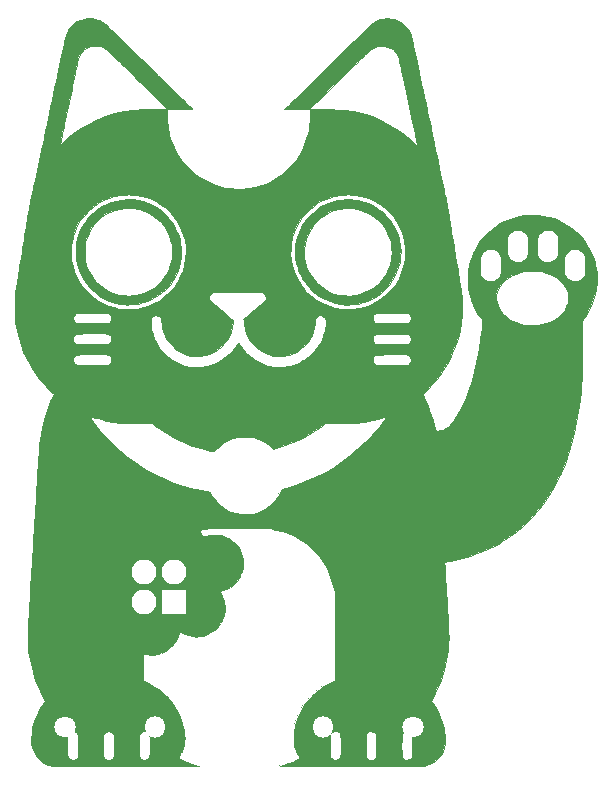
<source format=gto>
G04 #@! TF.FileFunction,Legend,Top*
%FSLAX46Y46*%
G04 Gerber Fmt 4.6, Leading zero omitted, Abs format (unit mm)*
G04 Created by KiCad (PCBNEW 4.0.7) date Thursday, July 26, 2018 'AMt' 11:31:36 AM*
%MOMM*%
%LPD*%
G01*
G04 APERTURE LIST*
%ADD10C,0.100000*%
%ADD11C,0.010000*%
%ADD12R,2.200000X2.200000*%
%ADD13C,2.200000*%
%ADD14C,1.800000*%
%ADD15O,1.800000X1.800000*%
%ADD16R,2.100000X2.100000*%
%ADD17O,2.100000X2.100000*%
G04 APERTURE END LIST*
D10*
D11*
G36*
X136572495Y-60916184D02*
X136871383Y-60999357D01*
X137023349Y-61061137D01*
X137111337Y-61103634D01*
X137196998Y-61151391D01*
X137284752Y-61208083D01*
X137379023Y-61277384D01*
X137484232Y-61362967D01*
X137604801Y-61468508D01*
X137745151Y-61597680D01*
X137909705Y-61754156D01*
X138102884Y-61941613D01*
X138213908Y-62050382D01*
X138313048Y-62147705D01*
X138445909Y-62278076D01*
X138609932Y-62438986D01*
X138802558Y-62627926D01*
X139021228Y-62842386D01*
X139263381Y-63079858D01*
X139526460Y-63337831D01*
X139807904Y-63613796D01*
X140105156Y-63905243D01*
X140415655Y-64209664D01*
X140736842Y-64524549D01*
X141066158Y-64847389D01*
X141401044Y-65175673D01*
X141738940Y-65506893D01*
X141891627Y-65656557D01*
X142216644Y-65975190D01*
X142531696Y-66284157D01*
X142834883Y-66581590D01*
X143124303Y-66865620D01*
X143398057Y-67134379D01*
X143654243Y-67385998D01*
X143890962Y-67618608D01*
X144106311Y-67830342D01*
X144298392Y-68019329D01*
X144465304Y-68183703D01*
X144605145Y-68321594D01*
X144716016Y-68431133D01*
X144796015Y-68510453D01*
X144843242Y-68557684D01*
X144856200Y-68571207D01*
X144831679Y-68573090D01*
X144761634Y-68574835D01*
X144651342Y-68576398D01*
X144506079Y-68577735D01*
X144331120Y-68578802D01*
X144131741Y-68579555D01*
X143913219Y-68579950D01*
X143801062Y-68579999D01*
X142745925Y-68579999D01*
X140746712Y-66619362D01*
X140465600Y-66343659D01*
X140184622Y-66068064D01*
X139907132Y-65795864D01*
X139636483Y-65530352D01*
X139376027Y-65274815D01*
X139129117Y-65032544D01*
X138899105Y-64806830D01*
X138689345Y-64600961D01*
X138503190Y-64418228D01*
X138343991Y-64261920D01*
X138215102Y-64135328D01*
X138137900Y-64059462D01*
X137964485Y-63889683D01*
X137821968Y-63751998D01*
X137705637Y-63642276D01*
X137610779Y-63556384D01*
X137532682Y-63490187D01*
X137466633Y-63439553D01*
X137407920Y-63400348D01*
X137351830Y-63368440D01*
X137347341Y-63366092D01*
X137090672Y-63259489D01*
X136826949Y-63200470D01*
X136561812Y-63188206D01*
X136300898Y-63221869D01*
X136049846Y-63300633D01*
X135814293Y-63423668D01*
X135599880Y-63590146D01*
X135560047Y-63628565D01*
X135384756Y-63838391D01*
X135251951Y-64075397D01*
X135160808Y-64341082D01*
X135154540Y-64366794D01*
X135142379Y-64420951D01*
X135120917Y-64519542D01*
X135090867Y-64659183D01*
X135052941Y-64836489D01*
X135007852Y-65048076D01*
X134956312Y-65290559D01*
X134899035Y-65560553D01*
X134836732Y-65854675D01*
X134770116Y-66169538D01*
X134699900Y-66501759D01*
X134626797Y-66847952D01*
X134551519Y-67204734D01*
X134474779Y-67568719D01*
X134397289Y-67936523D01*
X134319763Y-68304762D01*
X134242912Y-68670049D01*
X134167449Y-69029002D01*
X134094088Y-69378236D01*
X134023540Y-69714365D01*
X133956518Y-70034004D01*
X133893735Y-70333771D01*
X133835904Y-70610279D01*
X133783736Y-70860144D01*
X133737946Y-71079981D01*
X133699245Y-71266407D01*
X133668345Y-71416035D01*
X133645961Y-71525482D01*
X133632804Y-71591363D01*
X133629399Y-71610474D01*
X133646096Y-71605458D01*
X133691531Y-71570195D01*
X133758724Y-71510558D01*
X133838949Y-71434135D01*
X134350917Y-70966532D01*
X134893972Y-70536051D01*
X135464723Y-70144431D01*
X136059778Y-69793410D01*
X136675747Y-69484726D01*
X137309237Y-69220119D01*
X137956857Y-69001326D01*
X138615216Y-68830086D01*
X139103100Y-68735702D01*
X139322825Y-68701072D01*
X139533729Y-68671732D01*
X139742405Y-68647292D01*
X139955447Y-68627357D01*
X140179449Y-68611535D01*
X140421005Y-68599434D01*
X140686708Y-68590658D01*
X140983153Y-68584817D01*
X141316934Y-68581517D01*
X141694644Y-68580365D01*
X141709718Y-68580358D01*
X142716137Y-68580000D01*
X142729739Y-69234050D01*
X142737076Y-69506349D01*
X142747641Y-69738961D01*
X142762724Y-69942960D01*
X142783613Y-70129420D01*
X142811599Y-70309417D01*
X142847970Y-70494025D01*
X142894016Y-70694320D01*
X142904934Y-70739000D01*
X143057120Y-71251719D01*
X143257772Y-71753659D01*
X143505019Y-72240911D01*
X143796995Y-72709567D01*
X143948262Y-72921119D01*
X144059488Y-73059767D01*
X144201199Y-73220513D01*
X144364005Y-73393976D01*
X144538518Y-73570778D01*
X144715351Y-73741538D01*
X144885115Y-73896875D01*
X145038423Y-74027411D01*
X145116567Y-74088409D01*
X145582543Y-74406004D01*
X146066355Y-74676404D01*
X146569727Y-74900341D01*
X147094382Y-75078544D01*
X147642045Y-75211742D01*
X147866100Y-75252283D01*
X148031025Y-75272730D01*
X148234538Y-75287608D01*
X148464736Y-75296918D01*
X148709713Y-75300662D01*
X148957563Y-75298843D01*
X149196383Y-75291463D01*
X149414267Y-75278524D01*
X149599311Y-75260028D01*
X149655894Y-75251962D01*
X150198636Y-75141506D01*
X150722444Y-74985418D01*
X151225074Y-74785770D01*
X151704284Y-74544630D01*
X152157829Y-74264069D01*
X152583467Y-73946157D01*
X152978953Y-73592963D01*
X153342045Y-73206557D01*
X153670500Y-72789009D01*
X153962073Y-72342388D01*
X154214522Y-71868766D01*
X154425603Y-71370210D01*
X154593072Y-70848792D01*
X154643625Y-70650100D01*
X154694215Y-70413119D01*
X154734185Y-70170790D01*
X154764657Y-69912864D01*
X154786751Y-69629095D01*
X154801588Y-69309233D01*
X154805781Y-69167375D01*
X154820905Y-68573650D01*
X156080602Y-68587216D01*
X156428643Y-68591562D01*
X156729742Y-68596655D01*
X156987753Y-68602624D01*
X157206532Y-68609598D01*
X157389931Y-68617705D01*
X157541807Y-68627073D01*
X157666012Y-68637831D01*
X157695900Y-68641059D01*
X158418676Y-68746737D01*
X159118250Y-68897539D01*
X159795148Y-69093713D01*
X160449897Y-69335507D01*
X161083027Y-69623169D01*
X161695063Y-69956946D01*
X162286535Y-70337088D01*
X162857970Y-70763841D01*
X163409895Y-71237454D01*
X163598671Y-71414444D01*
X163699518Y-71509226D01*
X163785182Y-71586066D01*
X163850227Y-71640396D01*
X163889220Y-71667650D01*
X163897718Y-71665767D01*
X163890749Y-71635469D01*
X163873916Y-71558247D01*
X163847811Y-71436890D01*
X163813025Y-71274188D01*
X163770149Y-71072929D01*
X163719774Y-70835902D01*
X163662491Y-70565895D01*
X163598892Y-70265699D01*
X163529568Y-69938102D01*
X163455110Y-69585892D01*
X163376110Y-69211859D01*
X163293158Y-68818792D01*
X163206845Y-68409479D01*
X163117764Y-67986710D01*
X163108945Y-67944838D01*
X163019138Y-67519171D01*
X162931588Y-67105649D01*
X162846921Y-66707149D01*
X162765758Y-66326550D01*
X162688724Y-65966728D01*
X162616443Y-65630562D01*
X162549538Y-65320929D01*
X162488633Y-65040707D01*
X162434351Y-64792774D01*
X162387316Y-64580007D01*
X162348152Y-64405283D01*
X162317482Y-64271481D01*
X162295930Y-64181478D01*
X162284119Y-64138151D01*
X162283741Y-64137118D01*
X162168468Y-63903056D01*
X162013400Y-63695535D01*
X161824173Y-63518373D01*
X161606425Y-63375386D01*
X161365795Y-63270390D01*
X161107921Y-63207203D01*
X160883600Y-63189236D01*
X160679698Y-63198307D01*
X160497587Y-63231402D01*
X160317415Y-63293423D01*
X160159700Y-63368006D01*
X160095782Y-63404216D01*
X160028762Y-63449532D01*
X159953033Y-63508754D01*
X159862986Y-63586679D01*
X159753016Y-63688106D01*
X159617514Y-63817831D01*
X159499300Y-63933113D01*
X159416742Y-64014034D01*
X159300875Y-64127600D01*
X159154669Y-64270898D01*
X158981095Y-64441017D01*
X158783124Y-64635044D01*
X158563729Y-64850067D01*
X158325880Y-65083175D01*
X158072549Y-65331455D01*
X157806707Y-65591995D01*
X157531324Y-65861883D01*
X157249374Y-66138206D01*
X156963826Y-66418053D01*
X156887266Y-66493085D01*
X154757833Y-68580000D01*
X153705916Y-68580000D01*
X153480315Y-68579762D01*
X153271287Y-68579085D01*
X153084117Y-68578018D01*
X152924087Y-68576614D01*
X152796483Y-68574922D01*
X152706589Y-68572995D01*
X152659689Y-68570883D01*
X152654000Y-68569824D01*
X152672156Y-68550777D01*
X152726617Y-68496216D01*
X152817376Y-68406150D01*
X152944421Y-68280589D01*
X153107745Y-68119542D01*
X153307338Y-67923018D01*
X153543190Y-67691026D01*
X153815292Y-67423575D01*
X154123635Y-67120674D01*
X154468210Y-66782333D01*
X154849007Y-66408560D01*
X155266018Y-65999364D01*
X155719232Y-65554755D01*
X156208641Y-65074741D01*
X156734236Y-64559333D01*
X157296007Y-64008538D01*
X157893944Y-63422366D01*
X158528039Y-62800826D01*
X159198282Y-62143927D01*
X159448500Y-61898709D01*
X159595806Y-61755956D01*
X159739547Y-61619636D01*
X159873585Y-61495347D01*
X159991785Y-61388685D01*
X160088010Y-61305250D01*
X160156124Y-61250637D01*
X160168915Y-61241549D01*
X160442764Y-61080991D01*
X160722148Y-60968718D01*
X161015015Y-60902271D01*
X161329313Y-60879194D01*
X161340800Y-60879141D01*
X161667489Y-60898678D01*
X161968236Y-60960192D01*
X162247643Y-61065607D01*
X162510314Y-61216848D01*
X162760852Y-61415836D01*
X162865644Y-61516200D01*
X163042156Y-61711339D01*
X163179718Y-61905754D01*
X163287647Y-62114554D01*
X163368543Y-62331600D01*
X163378231Y-62370292D01*
X163397917Y-62456628D01*
X163427159Y-62588534D01*
X163465514Y-62763939D01*
X163512542Y-62980769D01*
X163567800Y-63236953D01*
X163630846Y-63530417D01*
X163701239Y-63859090D01*
X163778537Y-64220898D01*
X163862298Y-64613769D01*
X163952080Y-65035631D01*
X164047443Y-65484411D01*
X164147943Y-65958036D01*
X164253139Y-66454435D01*
X164362589Y-66971534D01*
X164475852Y-67507261D01*
X164592485Y-68059543D01*
X164712048Y-68626309D01*
X164834097Y-69205484D01*
X164860172Y-69329300D01*
X165015716Y-70067968D01*
X165161142Y-70758561D01*
X165296790Y-71402718D01*
X165423000Y-72002076D01*
X165540114Y-72558271D01*
X165648472Y-73072941D01*
X165748415Y-73547723D01*
X165840283Y-73984255D01*
X165924419Y-74384174D01*
X166001161Y-74749118D01*
X166070851Y-75080723D01*
X166133831Y-75380626D01*
X166190439Y-75650467D01*
X166241018Y-75891880D01*
X166285908Y-76106504D01*
X166325450Y-76295977D01*
X166359985Y-76461935D01*
X166389852Y-76606016D01*
X166415394Y-76729857D01*
X166436951Y-76835095D01*
X166454863Y-76923368D01*
X166469471Y-76996313D01*
X166481117Y-77055567D01*
X166490141Y-77102768D01*
X166496883Y-77139553D01*
X166501684Y-77167560D01*
X166504886Y-77188425D01*
X166506829Y-77203785D01*
X166507853Y-77215279D01*
X166508300Y-77224544D01*
X166508510Y-77233216D01*
X166508824Y-77242934D01*
X166509489Y-77254100D01*
X166514674Y-77294495D01*
X166527562Y-77381936D01*
X166547660Y-77513334D01*
X166574476Y-77685600D01*
X166607517Y-77895644D01*
X166646293Y-78140378D01*
X166690309Y-78416712D01*
X166739074Y-78721558D01*
X166792096Y-79051826D01*
X166848882Y-79404428D01*
X166908941Y-79776275D01*
X166971778Y-80164277D01*
X167036904Y-80565345D01*
X167051924Y-80657700D01*
X167117841Y-81063232D01*
X167181837Y-81457633D01*
X167243398Y-81837701D01*
X167302009Y-82200234D01*
X167357157Y-82542033D01*
X167408329Y-82859895D01*
X167455009Y-83150621D01*
X167496685Y-83411009D01*
X167532843Y-83637858D01*
X167562969Y-83827967D01*
X167586548Y-83978136D01*
X167603068Y-84085163D01*
X167612014Y-84145847D01*
X167612799Y-84151746D01*
X167647372Y-84498685D01*
X167668007Y-84879799D01*
X167674777Y-85280432D01*
X167667758Y-85685930D01*
X167647024Y-86081639D01*
X167612650Y-86452904D01*
X167600589Y-86550500D01*
X167484100Y-87245860D01*
X167319240Y-87929230D01*
X167107163Y-88597744D01*
X166849024Y-89248535D01*
X166545979Y-89878739D01*
X166199183Y-90485489D01*
X165809791Y-91065921D01*
X165744242Y-91155307D01*
X165575416Y-91378219D01*
X165415675Y-91578430D01*
X165254727Y-91767787D01*
X165082280Y-91958139D01*
X164888041Y-92161333D01*
X164741087Y-92310053D01*
X164341634Y-92710207D01*
X164501120Y-93046653D01*
X164773541Y-93664384D01*
X165004865Y-94280138D01*
X165036931Y-94375260D01*
X165085256Y-94527552D01*
X165137507Y-94703511D01*
X165190813Y-94892329D01*
X165242305Y-95083199D01*
X165289111Y-95265316D01*
X165328362Y-95427872D01*
X165357188Y-95560062D01*
X165369298Y-95626633D01*
X165386887Y-95694810D01*
X165419837Y-95740909D01*
X165476172Y-95768136D01*
X165563914Y-95779696D01*
X165691084Y-95778793D01*
X165743844Y-95776265D01*
X165864313Y-95767143D01*
X165956089Y-95751288D01*
X166041266Y-95722866D01*
X166141944Y-95676044D01*
X166162266Y-95665796D01*
X166303716Y-95579280D01*
X166461403Y-95457691D01*
X166625853Y-95309767D01*
X166787590Y-95144247D01*
X166937140Y-94969869D01*
X166987928Y-94904267D01*
X167260838Y-94507537D01*
X167520678Y-94062611D01*
X167767155Y-93570463D01*
X167999979Y-93032064D01*
X168218857Y-92448387D01*
X168423498Y-91820402D01*
X168613611Y-91149083D01*
X168788903Y-90435401D01*
X168949082Y-89680328D01*
X169093858Y-88884835D01*
X169222938Y-88049896D01*
X169336031Y-87176481D01*
X169354083Y-87020400D01*
X169416151Y-86474300D01*
X169339492Y-86372700D01*
X169057507Y-85967634D01*
X168810955Y-85548494D01*
X168603415Y-85122477D01*
X168438466Y-84696781D01*
X168417103Y-84624297D01*
X170590179Y-84624297D01*
X170623163Y-84902001D01*
X170699028Y-85171778D01*
X170815810Y-85431067D01*
X170971542Y-85677307D01*
X171164258Y-85907934D01*
X171391991Y-86120387D01*
X171652777Y-86312104D01*
X171944647Y-86480523D01*
X172265637Y-86623082D01*
X172613781Y-86737219D01*
X172987111Y-86820372D01*
X173126400Y-86842105D01*
X173261931Y-86854202D01*
X173434233Y-86859546D01*
X173629795Y-86858647D01*
X173835110Y-86852017D01*
X174036668Y-86840165D01*
X174220963Y-86823604D01*
X174374484Y-86802843D01*
X174426854Y-86792927D01*
X174797381Y-86694840D01*
X175142129Y-86565200D01*
X175458599Y-86406616D01*
X175744292Y-86221700D01*
X175996707Y-86013061D01*
X176213347Y-85783308D01*
X176391710Y-85535053D01*
X176529299Y-85270905D01*
X176623614Y-84993474D01*
X176672154Y-84705370D01*
X176675029Y-84445204D01*
X176631585Y-84145433D01*
X176541006Y-83858650D01*
X176405817Y-83587147D01*
X176228543Y-83333214D01*
X176011710Y-83099141D01*
X175757842Y-82887219D01*
X175469465Y-82699738D01*
X175149104Y-82538990D01*
X174799285Y-82407264D01*
X174422533Y-82306851D01*
X174288088Y-82280130D01*
X174121608Y-82257847D01*
X173920606Y-82243491D01*
X173700290Y-82237076D01*
X173475867Y-82238612D01*
X173262545Y-82248111D01*
X173075531Y-82265587D01*
X172986700Y-82279092D01*
X172590310Y-82371024D01*
X172221017Y-82496436D01*
X171881698Y-82653396D01*
X171575228Y-82839970D01*
X171304487Y-83054227D01*
X171072349Y-83294234D01*
X170881693Y-83558058D01*
X170768185Y-83769249D01*
X170660725Y-84055359D01*
X170602045Y-84341229D01*
X170590179Y-84624297D01*
X168417103Y-84624297D01*
X168339513Y-84361049D01*
X168231373Y-83831430D01*
X168173594Y-83304007D01*
X168166002Y-82780363D01*
X168208420Y-82262079D01*
X168300673Y-81750739D01*
X168442585Y-81247926D01*
X168504127Y-81089500D01*
X169176700Y-81089500D01*
X169176700Y-82461100D01*
X169243633Y-82603848D01*
X169354749Y-82787110D01*
X169496629Y-82936280D01*
X169662612Y-83048749D01*
X169846039Y-83121913D01*
X170040251Y-83153165D01*
X170238588Y-83139898D01*
X170434391Y-83079506D01*
X170445825Y-83074367D01*
X170606898Y-82978338D01*
X170750011Y-82850639D01*
X170859833Y-82705311D01*
X170871696Y-82684325D01*
X170909946Y-82605409D01*
X170939700Y-82521938D01*
X170961786Y-82426766D01*
X170977030Y-82312747D01*
X170986258Y-82172732D01*
X170990296Y-81999575D01*
X170989971Y-81786129D01*
X170988596Y-81673237D01*
X170985738Y-81486312D01*
X170982735Y-81342395D01*
X170978734Y-81233698D01*
X170972877Y-81152434D01*
X170964310Y-81090816D01*
X170952176Y-81041056D01*
X170935620Y-80995368D01*
X170913787Y-80945963D01*
X170907096Y-80931451D01*
X170817800Y-80783373D01*
X170695958Y-80644001D01*
X170556232Y-80528110D01*
X170441385Y-80462211D01*
X170364323Y-80433349D01*
X170279520Y-80415933D01*
X170170867Y-80407449D01*
X170078400Y-80405520D01*
X169957809Y-80406348D01*
X169871251Y-80412948D01*
X169802035Y-80428253D01*
X169733473Y-80455196D01*
X169697081Y-80472541D01*
X169517641Y-80588491D01*
X169367437Y-80743218D01*
X169255655Y-80924400D01*
X169176700Y-81089500D01*
X168504127Y-81089500D01*
X168633981Y-80755222D01*
X168771624Y-80466817D01*
X168954018Y-80149700D01*
X171488100Y-80149700D01*
X171488100Y-80860900D01*
X171554168Y-81001759D01*
X171667694Y-81191207D01*
X171810432Y-81339292D01*
X171980875Y-81445110D01*
X172177515Y-81507759D01*
X172398847Y-81526335D01*
X172427900Y-81525523D01*
X172554492Y-81515983D01*
X172653916Y-81495480D01*
X172749494Y-81458625D01*
X172779354Y-81444340D01*
X172927996Y-81348818D01*
X173062881Y-81220899D01*
X173170744Y-81074919D01*
X173226206Y-80961462D01*
X173242431Y-80914508D01*
X173254948Y-80866362D01*
X173264228Y-80809863D01*
X173270746Y-80737852D01*
X173274974Y-80643170D01*
X173277386Y-80518658D01*
X173277853Y-80448009D01*
X174016661Y-80448009D01*
X174017811Y-80568201D01*
X174021333Y-80660590D01*
X174027652Y-80732836D01*
X174037194Y-80792601D01*
X174050383Y-80847547D01*
X174064194Y-80894307D01*
X174150789Y-81096263D01*
X174272243Y-81262404D01*
X174425191Y-81390375D01*
X174606267Y-81477819D01*
X174812106Y-81522382D01*
X174967900Y-81526851D01*
X175085052Y-81518573D01*
X175174463Y-81501367D01*
X175259100Y-81469298D01*
X175331439Y-81432894D01*
X175502181Y-81316973D01*
X175645940Y-81169408D01*
X175713325Y-81063031D01*
X176339500Y-81063031D01*
X176339500Y-82486500D01*
X176407599Y-82631796D01*
X176518342Y-82810124D01*
X176666692Y-82955572D01*
X176849480Y-83065557D01*
X177012600Y-83124704D01*
X177153888Y-83152560D01*
X177289589Y-83152454D01*
X177442519Y-83124159D01*
X177457862Y-83120234D01*
X177658552Y-83043184D01*
X177829581Y-82925648D01*
X177967841Y-82770449D01*
X178070223Y-82580410D01*
X178079961Y-82555368D01*
X178095874Y-82510042D01*
X178108139Y-82464942D01*
X178117134Y-82413167D01*
X178123236Y-82347814D01*
X178126823Y-82261980D01*
X178128273Y-82148762D01*
X178127962Y-82001259D01*
X178126268Y-81812568D01*
X178125310Y-81725994D01*
X178117500Y-81038700D01*
X178031162Y-80879484D01*
X177911019Y-80702643D01*
X177761311Y-80564773D01*
X177599848Y-80470633D01*
X177518698Y-80436465D01*
X177442936Y-80416138D01*
X177354104Y-80406326D01*
X177233742Y-80403702D01*
X177228500Y-80403700D01*
X177107174Y-80406068D01*
X177018333Y-80415367D01*
X176943791Y-80434890D01*
X176865363Y-80467930D01*
X176860200Y-80470384D01*
X176679032Y-80578593D01*
X176537485Y-80713658D01*
X176428489Y-80882418D01*
X176423116Y-80893182D01*
X176339500Y-81063031D01*
X175713325Y-81063031D01*
X175752370Y-81001394D01*
X175772984Y-80954921D01*
X175790801Y-80908593D01*
X175804580Y-80863902D01*
X175814837Y-80813745D01*
X175822084Y-80751020D01*
X175826837Y-80668622D01*
X175829609Y-80559449D01*
X175830915Y-80416399D01*
X175831267Y-80232367D01*
X175831258Y-80149700D01*
X175830993Y-79948235D01*
X175830013Y-79790443D01*
X175827790Y-79669194D01*
X175823798Y-79577361D01*
X175817511Y-79507816D01*
X175808402Y-79453431D01*
X175795945Y-79407078D01*
X175779613Y-79361628D01*
X175771546Y-79341278D01*
X175687477Y-79187717D01*
X175568151Y-79044659D01*
X175426786Y-78925350D01*
X175276601Y-78843031D01*
X175272700Y-78841504D01*
X175084728Y-78792569D01*
X174884043Y-78781725D01*
X174688894Y-78809044D01*
X174594478Y-78838817D01*
X174420189Y-78932725D01*
X174266732Y-79067409D01*
X174143329Y-79234192D01*
X174111426Y-79293465D01*
X174028100Y-79462618D01*
X174019779Y-80093566D01*
X174017459Y-80292351D01*
X174016661Y-80448009D01*
X173277853Y-80448009D01*
X173278455Y-80357155D01*
X173278658Y-80167797D01*
X173277669Y-79985626D01*
X173274962Y-79815921D01*
X173270805Y-79666666D01*
X173265466Y-79545843D01*
X173259213Y-79461435D01*
X173253721Y-79425451D01*
X173182337Y-79255827D01*
X173070437Y-79097552D01*
X172928302Y-78961459D01*
X172766211Y-78858380D01*
X172681900Y-78822954D01*
X172501810Y-78783826D01*
X172307383Y-78781823D01*
X172117985Y-78816066D01*
X172015765Y-78853218D01*
X171864475Y-78943313D01*
X171722131Y-79068291D01*
X171604145Y-79212982D01*
X171544791Y-79316814D01*
X171528113Y-79354664D01*
X171515071Y-79392544D01*
X171505217Y-79437002D01*
X171498106Y-79494584D01*
X171493293Y-79571836D01*
X171490331Y-79675304D01*
X171488776Y-79811535D01*
X171488182Y-79987074D01*
X171488100Y-80149700D01*
X168954018Y-80149700D01*
X169027032Y-80022756D01*
X169324887Y-79604200D01*
X169661945Y-79214454D01*
X170034962Y-78856822D01*
X170440692Y-78534608D01*
X170875891Y-78251116D01*
X171035710Y-78161037D01*
X171508005Y-77933696D01*
X171996147Y-77753763D01*
X172496752Y-77621654D01*
X173006434Y-77537784D01*
X173521808Y-77502569D01*
X174039490Y-77516424D01*
X174556093Y-77579766D01*
X174998551Y-77674553D01*
X175497931Y-77829219D01*
X175977223Y-78029737D01*
X176433865Y-78274281D01*
X176865296Y-78561022D01*
X177268955Y-78888135D01*
X177642280Y-79253791D01*
X177982712Y-79656162D01*
X178200412Y-79959200D01*
X178374492Y-80244217D01*
X178540980Y-80564806D01*
X178693316Y-80905751D01*
X178824940Y-81251833D01*
X178929293Y-81587835D01*
X178966880Y-81737200D01*
X179034203Y-82096159D01*
X179078753Y-82481191D01*
X179099786Y-82875922D01*
X179096560Y-83263979D01*
X179068331Y-83628990D01*
X179056799Y-83718138D01*
X178957749Y-84239236D01*
X178810590Y-84744745D01*
X178616152Y-85232705D01*
X178375262Y-85701159D01*
X178088748Y-86148147D01*
X177949184Y-86336559D01*
X177800445Y-86529018D01*
X177831188Y-87009659D01*
X177838444Y-87154339D01*
X177844767Y-87342873D01*
X177850157Y-87569257D01*
X177854616Y-87827489D01*
X177858146Y-88111564D01*
X177860746Y-88415478D01*
X177862420Y-88733228D01*
X177863167Y-89058809D01*
X177862989Y-89386219D01*
X177861888Y-89709454D01*
X177859865Y-90022509D01*
X177856921Y-90319381D01*
X177853056Y-90594066D01*
X177848274Y-90840561D01*
X177842574Y-91052862D01*
X177835958Y-91224965D01*
X177830283Y-91325700D01*
X177795952Y-91800267D01*
X177761449Y-92228116D01*
X177726415Y-92613330D01*
X177690488Y-92959991D01*
X177671008Y-93129100D01*
X177533979Y-94121518D01*
X177364290Y-95081634D01*
X177162271Y-96008517D01*
X176928253Y-96901236D01*
X176662569Y-97758859D01*
X176365549Y-98580457D01*
X176037524Y-99365099D01*
X175678827Y-100111854D01*
X175289787Y-100819791D01*
X174870736Y-101487979D01*
X174518173Y-101987820D01*
X174015436Y-102624455D01*
X173484625Y-103218787D01*
X172925591Y-103770951D01*
X172338187Y-104281080D01*
X171722263Y-104749308D01*
X171077673Y-105175768D01*
X170789600Y-105347520D01*
X170221806Y-105652094D01*
X169616696Y-105933201D01*
X168983594Y-106187508D01*
X168331826Y-106411676D01*
X167670717Y-106602372D01*
X167009592Y-106756257D01*
X166674800Y-106819597D01*
X166535679Y-106844265D01*
X166411228Y-106867204D01*
X166311453Y-106886503D01*
X166246364Y-106900252D01*
X166229181Y-106904689D01*
X166221022Y-106907838D01*
X166213957Y-106913631D01*
X166208108Y-106924906D01*
X166203598Y-106944501D01*
X166200549Y-106975253D01*
X166199083Y-107020001D01*
X166199324Y-107081582D01*
X166201393Y-107162834D01*
X166205413Y-107266594D01*
X166211506Y-107395701D01*
X166219795Y-107552991D01*
X166230403Y-107741303D01*
X166243452Y-107963475D01*
X166259063Y-108222343D01*
X166277361Y-108520747D01*
X166298467Y-108861523D01*
X166322503Y-109247509D01*
X166347736Y-109651800D01*
X166371261Y-110030126D01*
X166394161Y-110401308D01*
X166416196Y-110761326D01*
X166437129Y-111106164D01*
X166456720Y-111431802D01*
X166474733Y-111734221D01*
X166490928Y-112009405D01*
X166505069Y-112253333D01*
X166516915Y-112461988D01*
X166526229Y-112631352D01*
X166532774Y-112757405D01*
X166535953Y-112826800D01*
X166541145Y-113293869D01*
X166521741Y-113790035D01*
X166478877Y-114300597D01*
X166413690Y-114810851D01*
X166355842Y-115157494D01*
X166232411Y-115733462D01*
X166074495Y-116314229D01*
X165885872Y-116889228D01*
X165670320Y-117447890D01*
X165431618Y-117979648D01*
X165173541Y-118473934D01*
X165164804Y-118489368D01*
X165072024Y-118652837D01*
X165130412Y-118730668D01*
X165405214Y-119134754D01*
X165646511Y-119567278D01*
X165850118Y-120018989D01*
X166011852Y-120480637D01*
X166124813Y-120929400D01*
X166188944Y-121305732D01*
X166226183Y-121662150D01*
X166236440Y-121993372D01*
X166219623Y-122294118D01*
X166175642Y-122559105D01*
X166154315Y-122640700D01*
X166038287Y-122955132D01*
X165881768Y-123239357D01*
X165685966Y-123492185D01*
X165452086Y-123712427D01*
X165181333Y-123898893D01*
X164874915Y-124050396D01*
X164638389Y-124135459D01*
X164452300Y-124193172D01*
X151980900Y-124203974D01*
X152279385Y-124116699D01*
X152692713Y-123978192D01*
X153112959Y-123803815D01*
X153441400Y-123643663D01*
X153552465Y-123585015D01*
X153647212Y-123533793D01*
X153716485Y-123495033D01*
X153751127Y-123473771D01*
X153752760Y-123472412D01*
X153748402Y-123444428D01*
X153718586Y-123388786D01*
X153669719Y-123317390D01*
X153668319Y-123315519D01*
X153548683Y-123130439D01*
X153440397Y-122914271D01*
X153352551Y-122686676D01*
X153310811Y-122542300D01*
X153291520Y-122456065D01*
X156489400Y-122456065D01*
X156489576Y-122690205D01*
X156490294Y-122879145D01*
X156491833Y-123028484D01*
X156494476Y-123143821D01*
X156498504Y-123230755D01*
X156504198Y-123294885D01*
X156511840Y-123341810D01*
X156521711Y-123377129D01*
X156534092Y-123406441D01*
X156537497Y-123413261D01*
X156626555Y-123538321D01*
X156741583Y-123623698D01*
X156874698Y-123666400D01*
X157018014Y-123663435D01*
X157117936Y-123633531D01*
X157227501Y-123575016D01*
X157303733Y-123498694D01*
X157356029Y-123405900D01*
X157368767Y-123374365D01*
X157378980Y-123337371D01*
X157386948Y-123289252D01*
X157392949Y-123224344D01*
X157397264Y-123136981D01*
X157400171Y-123021500D01*
X157401950Y-122872235D01*
X157402880Y-122683523D01*
X157403241Y-122449697D01*
X157403242Y-122448703D01*
X157402567Y-122189173D01*
X157401505Y-122088779D01*
X159514854Y-122088779D01*
X159515445Y-122303063D01*
X159517084Y-122513526D01*
X159524700Y-123358922D01*
X159596229Y-123466955D01*
X159693463Y-123571028D01*
X159817799Y-123640511D01*
X159956485Y-123671210D01*
X160096773Y-123658927D01*
X160138996Y-123645584D01*
X160206537Y-123609332D01*
X160276512Y-123556681D01*
X160283478Y-123550334D01*
X160319815Y-123514975D01*
X160349408Y-123479994D01*
X160372947Y-123440001D01*
X160391125Y-123389608D01*
X160404633Y-123323426D01*
X160414165Y-123236064D01*
X160420412Y-123122133D01*
X160424066Y-122976244D01*
X160425819Y-122793009D01*
X160426364Y-122567036D01*
X160426395Y-122452150D01*
X162560000Y-122452150D01*
X162560095Y-122698291D01*
X162560857Y-122899067D01*
X162562996Y-123059911D01*
X162567224Y-123186258D01*
X162574253Y-123283541D01*
X162584792Y-123357194D01*
X162599554Y-123412653D01*
X162619251Y-123455350D01*
X162644593Y-123490720D01*
X162676293Y-123524197D01*
X162703782Y-123550493D01*
X162797308Y-123622711D01*
X162895564Y-123658653D01*
X163017891Y-123664956D01*
X163034721Y-123664059D01*
X163181752Y-123633638D01*
X163265701Y-123590353D01*
X163314589Y-123556844D01*
X163354588Y-123523810D01*
X163386589Y-123486021D01*
X163411485Y-123438247D01*
X163430167Y-123375258D01*
X163443526Y-123291823D01*
X163452455Y-123182712D01*
X163457845Y-123042696D01*
X163460588Y-122866543D01*
X163461575Y-122649024D01*
X163461700Y-122440700D01*
X163461602Y-122191603D01*
X163460731Y-121987940D01*
X163458215Y-121824346D01*
X163453182Y-121695453D01*
X163444764Y-121595896D01*
X163432088Y-121520310D01*
X163414285Y-121463327D01*
X163390484Y-121419583D01*
X163359814Y-121383710D01*
X163321405Y-121350344D01*
X163279553Y-121318063D01*
X163222798Y-121279615D01*
X163167520Y-121258070D01*
X163095588Y-121248737D01*
X163004500Y-121246900D01*
X162902513Y-121249475D01*
X162833293Y-121260210D01*
X162778936Y-121283617D01*
X162733047Y-121315316D01*
X162689607Y-121349469D01*
X162654123Y-121382709D01*
X162625788Y-121420321D01*
X162603800Y-121467589D01*
X162587354Y-121529799D01*
X162575644Y-121612235D01*
X162567868Y-121720181D01*
X162563220Y-121858923D01*
X162560895Y-122033745D01*
X162560090Y-122249931D01*
X162560000Y-122452150D01*
X160426395Y-122452150D01*
X160426400Y-122437397D01*
X160426400Y-121556163D01*
X160361804Y-121445938D01*
X160269170Y-121334578D01*
X160146740Y-121263739D01*
X159997144Y-121234840D01*
X159968950Y-121234200D01*
X159828839Y-121251054D01*
X159715680Y-121305417D01*
X159629993Y-121386842D01*
X159598843Y-121427084D01*
X159573575Y-121469986D01*
X159553641Y-121521003D01*
X159538495Y-121585592D01*
X159527590Y-121669208D01*
X159520379Y-121777308D01*
X159516316Y-121915346D01*
X159514854Y-122088779D01*
X157401505Y-122088779D01*
X157400227Y-121968111D01*
X157396295Y-121788044D01*
X157390842Y-121651497D01*
X157383942Y-121560999D01*
X157376784Y-121521603D01*
X157323671Y-121429865D01*
X157241762Y-121340160D01*
X157149697Y-121272695D01*
X157144711Y-121270032D01*
X157078123Y-121248672D01*
X156988550Y-121235851D01*
X156946600Y-121234200D01*
X156855779Y-121241310D01*
X156774998Y-121259301D01*
X156748488Y-121270032D01*
X156656405Y-121335689D01*
X156573453Y-121424696D01*
X156518273Y-121516847D01*
X156516415Y-121521603D01*
X156508347Y-121569611D01*
X156501606Y-121665822D01*
X156496267Y-121807656D01*
X156492404Y-121992532D01*
X156490092Y-122217869D01*
X156489400Y-122456065D01*
X153291520Y-122456065D01*
X153287055Y-122436107D01*
X153271098Y-122335869D01*
X153261696Y-122227336D01*
X153257602Y-122096258D01*
X153257536Y-121932700D01*
X153286692Y-121416848D01*
X153365050Y-120910363D01*
X153491448Y-120415990D01*
X153664723Y-119936474D01*
X153883710Y-119474558D01*
X154147246Y-119032987D01*
X154454169Y-118614506D01*
X154803314Y-118221860D01*
X154851100Y-118173500D01*
X155239343Y-117819248D01*
X155652360Y-117507695D01*
X156087638Y-117240585D01*
X156459636Y-117055846D01*
X156756100Y-116923465D01*
X156756100Y-113408282D01*
X156756124Y-112896165D01*
X156756119Y-112432011D01*
X156755964Y-112012985D01*
X156755542Y-111636251D01*
X156754732Y-111298973D01*
X156753415Y-110998314D01*
X156751474Y-110731438D01*
X156748788Y-110495510D01*
X156745238Y-110287693D01*
X156740706Y-110105151D01*
X156735072Y-109945049D01*
X156728217Y-109804549D01*
X156720023Y-109680816D01*
X156710370Y-109571015D01*
X156699139Y-109472308D01*
X156686211Y-109381859D01*
X156671467Y-109296834D01*
X156654787Y-109214395D01*
X156636054Y-109131706D01*
X156615147Y-109045932D01*
X156591948Y-108954236D01*
X156566338Y-108853782D01*
X156564603Y-108846943D01*
X156405298Y-108319740D01*
X156201176Y-107812785D01*
X155954691Y-107328482D01*
X155668298Y-106869236D01*
X155344453Y-106437452D01*
X154985612Y-106035534D01*
X154594230Y-105665887D01*
X154172762Y-105330917D01*
X153723663Y-105033027D01*
X153249390Y-104774624D01*
X152752397Y-104558110D01*
X152235140Y-104385892D01*
X151930100Y-104307996D01*
X151817757Y-104282525D01*
X151715562Y-104260004D01*
X151619775Y-104240250D01*
X151526656Y-104223083D01*
X151432465Y-104208321D01*
X151333461Y-104195782D01*
X151225905Y-104185286D01*
X151106056Y-104176649D01*
X150970176Y-104169692D01*
X150814523Y-104164232D01*
X150635358Y-104160089D01*
X150428940Y-104157079D01*
X150191530Y-104155023D01*
X149919388Y-104153739D01*
X149608773Y-104153044D01*
X149255946Y-104152759D01*
X148857167Y-104152700D01*
X148729700Y-104152700D01*
X148300354Y-104152885D01*
X147919153Y-104153463D01*
X147583441Y-104154470D01*
X147290563Y-104155937D01*
X147037865Y-104157901D01*
X146822691Y-104160394D01*
X146642387Y-104163451D01*
X146494298Y-104167106D01*
X146375769Y-104171394D01*
X146284145Y-104176347D01*
X146216771Y-104182001D01*
X146189700Y-104185335D01*
X146046914Y-104206926D01*
X145902221Y-104230900D01*
X145765617Y-104255377D01*
X145647099Y-104278474D01*
X145556665Y-104298311D01*
X145504310Y-104313005D01*
X145498939Y-104315338D01*
X145495113Y-104343154D01*
X145523046Y-104407253D01*
X145583254Y-104508773D01*
X145595283Y-104527582D01*
X145652924Y-104613697D01*
X145701822Y-104680648D01*
X145734779Y-104718860D01*
X145743100Y-104724200D01*
X145777971Y-104716294D01*
X145841734Y-104696309D01*
X145875356Y-104684690D01*
X146129303Y-104614991D01*
X146409962Y-104573603D01*
X146701449Y-104561151D01*
X146987882Y-104578263D01*
X147253377Y-104625565D01*
X147269491Y-104629689D01*
X147609157Y-104743807D01*
X147923778Y-104900633D01*
X148210231Y-105097062D01*
X148465388Y-105329987D01*
X148686127Y-105596304D01*
X148869319Y-105892907D01*
X149011842Y-106216692D01*
X149077414Y-106426000D01*
X149107399Y-106578305D01*
X149127379Y-106764263D01*
X149137188Y-106968621D01*
X149136659Y-107176127D01*
X149125623Y-107371529D01*
X149103914Y-107539573D01*
X149090325Y-107603377D01*
X148981974Y-107937255D01*
X148831003Y-108250821D01*
X148641148Y-108539319D01*
X148416143Y-108797994D01*
X148159723Y-109022089D01*
X147875622Y-109206850D01*
X147799694Y-109246848D01*
X147680994Y-109302101D01*
X147551244Y-109355680D01*
X147437373Y-109396505D01*
X147431394Y-109398381D01*
X147340627Y-109426548D01*
X147267208Y-109449328D01*
X147226290Y-109462018D01*
X147225246Y-109462342D01*
X147218520Y-109488409D01*
X147244544Y-109552550D01*
X147283657Y-109622546D01*
X147355353Y-109761226D01*
X147427260Y-109932131D01*
X147492845Y-110117138D01*
X147545575Y-110298122D01*
X147574320Y-110428995D01*
X147593922Y-110602406D01*
X147599447Y-110805990D01*
X147591832Y-111022692D01*
X147572015Y-111235459D01*
X147540935Y-111427235D01*
X147513264Y-111538908D01*
X147386471Y-111878746D01*
X147218403Y-112190080D01*
X147010987Y-112470664D01*
X146766151Y-112718252D01*
X146485822Y-112930597D01*
X146171926Y-113105455D01*
X146167318Y-113107619D01*
X145985890Y-113186893D01*
X145820295Y-113244824D01*
X145656539Y-113284224D01*
X145480630Y-113307906D01*
X145278573Y-113318680D01*
X145110200Y-113320029D01*
X144947749Y-113318496D01*
X144823999Y-113314850D01*
X144726857Y-113307770D01*
X144644228Y-113295932D01*
X144564020Y-113278015D01*
X144474139Y-113252697D01*
X144462500Y-113249210D01*
X144331334Y-113204725D01*
X144181872Y-113146365D01*
X144040410Y-113084588D01*
X143999905Y-113065205D01*
X143900678Y-113017922D01*
X143818490Y-112981736D01*
X143763783Y-112961073D01*
X143747409Y-112958224D01*
X143731683Y-112984350D01*
X143704600Y-113047760D01*
X143670655Y-113137478D01*
X143649919Y-113196300D01*
X143513424Y-113518805D01*
X143337714Y-113812132D01*
X143126591Y-114074126D01*
X142883856Y-114302630D01*
X142613311Y-114495490D01*
X142318758Y-114650548D01*
X142003999Y-114765650D01*
X141672836Y-114838638D01*
X141329071Y-114867358D01*
X140976504Y-114849653D01*
X140785850Y-114820420D01*
X140690600Y-114802346D01*
X140690600Y-116934698D01*
X140811250Y-116980032D01*
X140955945Y-117040850D01*
X141128316Y-117123539D01*
X141314483Y-117220750D01*
X141500568Y-117325132D01*
X141672691Y-117429336D01*
X141732000Y-117467654D01*
X142159379Y-117779453D01*
X142550180Y-118125575D01*
X142903019Y-118503709D01*
X143216514Y-118911547D01*
X143489282Y-119346779D01*
X143719939Y-119807095D01*
X143907104Y-120290186D01*
X144049393Y-120793743D01*
X144145424Y-121315456D01*
X144171940Y-121542620D01*
X144192703Y-121924511D01*
X144177171Y-122272781D01*
X144124816Y-122589881D01*
X144035111Y-122878262D01*
X143907531Y-123140374D01*
X143790942Y-123315519D01*
X143741739Y-123387206D01*
X143711423Y-123443466D01*
X143706398Y-123472363D01*
X143706639Y-123472619D01*
X143735128Y-123490623D01*
X143800076Y-123527051D01*
X143892746Y-123577134D01*
X144004400Y-123636103D01*
X144043400Y-123656428D01*
X144502159Y-123873639D01*
X144962794Y-124048416D01*
X145186400Y-124118293D01*
X145478500Y-124203609D01*
X139319000Y-124201817D01*
X138761581Y-124201571D01*
X138216725Y-124201165D01*
X137686674Y-124200607D01*
X137173671Y-124199906D01*
X136679957Y-124199069D01*
X136207775Y-124198105D01*
X135759367Y-124197020D01*
X135336975Y-124195825D01*
X134942842Y-124194525D01*
X134579208Y-124193131D01*
X134248318Y-124191648D01*
X133952413Y-124190086D01*
X133693735Y-124188452D01*
X133474526Y-124186755D01*
X133297029Y-124185002D01*
X133163485Y-124183202D01*
X133076138Y-124181362D01*
X133037229Y-124179490D01*
X133036557Y-124179390D01*
X132717436Y-124101113D01*
X132418579Y-123978804D01*
X132143800Y-123816100D01*
X131896910Y-123616638D01*
X131681721Y-123384054D01*
X131502045Y-123121984D01*
X131361695Y-122834065D01*
X131264482Y-122523934D01*
X131254658Y-122479553D01*
X131251290Y-122456065D01*
X134264400Y-122456065D01*
X134264576Y-122690205D01*
X134265294Y-122879145D01*
X134266833Y-123028484D01*
X134269476Y-123143821D01*
X134273504Y-123230755D01*
X134279198Y-123294885D01*
X134286840Y-123341810D01*
X134296711Y-123377129D01*
X134309092Y-123406441D01*
X134312497Y-123413261D01*
X134401555Y-123538321D01*
X134516583Y-123623698D01*
X134649698Y-123666400D01*
X134793014Y-123663435D01*
X134892936Y-123633531D01*
X135002501Y-123575016D01*
X135078733Y-123498694D01*
X135131029Y-123405900D01*
X135143767Y-123374365D01*
X135153980Y-123337371D01*
X135161948Y-123289252D01*
X135167949Y-123224344D01*
X135172264Y-123136981D01*
X135175171Y-123021500D01*
X135176950Y-122872235D01*
X135177880Y-122683523D01*
X135178241Y-122449697D01*
X135178242Y-122448703D01*
X135177567Y-122189173D01*
X135176428Y-122081532D01*
X137289850Y-122081532D01*
X137290386Y-122293988D01*
X137292084Y-122513526D01*
X137299700Y-123358922D01*
X137371229Y-123466955D01*
X137468463Y-123571028D01*
X137592799Y-123640511D01*
X137731485Y-123671210D01*
X137871773Y-123658927D01*
X137913996Y-123645584D01*
X137981537Y-123609332D01*
X138051512Y-123556681D01*
X138058478Y-123550334D01*
X138094788Y-123515013D01*
X138124363Y-123480089D01*
X138147890Y-123440180D01*
X138166057Y-123389905D01*
X138179552Y-123323881D01*
X138189061Y-123236728D01*
X138195274Y-123123064D01*
X138198878Y-122977506D01*
X138200559Y-122794674D01*
X138201007Y-122569185D01*
X138200986Y-122452150D01*
X140335000Y-122452150D01*
X140335095Y-122698291D01*
X140335857Y-122899067D01*
X140337996Y-123059911D01*
X140342224Y-123186258D01*
X140349253Y-123283541D01*
X140359792Y-123357194D01*
X140374554Y-123412653D01*
X140394251Y-123455350D01*
X140419593Y-123490720D01*
X140451293Y-123524197D01*
X140478782Y-123550493D01*
X140572308Y-123622711D01*
X140670564Y-123658653D01*
X140792891Y-123664956D01*
X140809721Y-123664059D01*
X140956752Y-123633638D01*
X141040701Y-123590353D01*
X141089589Y-123556844D01*
X141129588Y-123523810D01*
X141161589Y-123486021D01*
X141186485Y-123438247D01*
X141205167Y-123375258D01*
X141218526Y-123291823D01*
X141227455Y-123182712D01*
X141232845Y-123042696D01*
X141235588Y-122866543D01*
X141236575Y-122649024D01*
X141236700Y-122440700D01*
X141236602Y-122191603D01*
X141235731Y-121987940D01*
X141233215Y-121824346D01*
X141228182Y-121695453D01*
X141219764Y-121595896D01*
X141207088Y-121520310D01*
X141189285Y-121463327D01*
X141165484Y-121419583D01*
X141134814Y-121383710D01*
X141096405Y-121350344D01*
X141054553Y-121318063D01*
X140997798Y-121279615D01*
X140942520Y-121258070D01*
X140870588Y-121248737D01*
X140779500Y-121246900D01*
X140677513Y-121249475D01*
X140608293Y-121260210D01*
X140553936Y-121283617D01*
X140508047Y-121315316D01*
X140464607Y-121349469D01*
X140429123Y-121382709D01*
X140400788Y-121420321D01*
X140378800Y-121467589D01*
X140362354Y-121529799D01*
X140350644Y-121612235D01*
X140342868Y-121720181D01*
X140338220Y-121858923D01*
X140335895Y-122033745D01*
X140335090Y-122249931D01*
X140335000Y-122452150D01*
X138200986Y-122452150D01*
X138200982Y-122435165D01*
X138200790Y-122199901D01*
X138200242Y-122009880D01*
X138199014Y-121859549D01*
X138196779Y-121743351D01*
X138193213Y-121655731D01*
X138187989Y-121591134D01*
X138180784Y-121544004D01*
X138171270Y-121508785D01*
X138159123Y-121479923D01*
X138144018Y-121451860D01*
X138143314Y-121450617D01*
X138056441Y-121344589D01*
X137942491Y-121273180D01*
X137812460Y-121237381D01*
X137677346Y-121238184D01*
X137548147Y-121276578D01*
X137435859Y-121353555D01*
X137407132Y-121384301D01*
X137375450Y-121425058D01*
X137349747Y-121468131D01*
X137329464Y-121518988D01*
X137314044Y-121583102D01*
X137302930Y-121665942D01*
X137295565Y-121772980D01*
X137291391Y-121909686D01*
X137289850Y-122081532D01*
X135176428Y-122081532D01*
X135175227Y-121968111D01*
X135171295Y-121788044D01*
X135165842Y-121651497D01*
X135158942Y-121560999D01*
X135151784Y-121521603D01*
X135098671Y-121429865D01*
X135016762Y-121340160D01*
X134924697Y-121272695D01*
X134919711Y-121270032D01*
X134853123Y-121248672D01*
X134763550Y-121235851D01*
X134721600Y-121234200D01*
X134630779Y-121241310D01*
X134549998Y-121259301D01*
X134523488Y-121270032D01*
X134431405Y-121335689D01*
X134348453Y-121424696D01*
X134293273Y-121516847D01*
X134291415Y-121521603D01*
X134283347Y-121569611D01*
X134276606Y-121665822D01*
X134271267Y-121807656D01*
X134267404Y-121992532D01*
X134265092Y-122217869D01*
X134264400Y-122456065D01*
X131251290Y-122456065D01*
X131227138Y-122287681D01*
X131215436Y-122058076D01*
X131218824Y-121801037D01*
X131236577Y-121526862D01*
X131267967Y-121245848D01*
X131312269Y-120968294D01*
X131368756Y-120704498D01*
X131384153Y-120643972D01*
X131510609Y-120236865D01*
X131674475Y-119826955D01*
X131868721Y-119429488D01*
X132086313Y-119059707D01*
X132177334Y-118924360D01*
X132363569Y-118658265D01*
X132147604Y-118238082D01*
X131827409Y-117565053D01*
X131556021Y-116885550D01*
X131331909Y-116194599D01*
X131153539Y-115487226D01*
X131019381Y-114758454D01*
X130973621Y-114427000D01*
X130961533Y-114305489D01*
X130949964Y-114143346D01*
X130939430Y-113950738D01*
X130930450Y-113737834D01*
X130923539Y-113514801D01*
X130920697Y-113385600D01*
X130919436Y-113316119D01*
X130918368Y-113249453D01*
X130917592Y-113183776D01*
X130917211Y-113117265D01*
X130917323Y-113048095D01*
X130918031Y-112974441D01*
X130919436Y-112894480D01*
X130921637Y-112806386D01*
X130924736Y-112708336D01*
X130928833Y-112598505D01*
X130934029Y-112475069D01*
X130940426Y-112336203D01*
X130948123Y-112180083D01*
X130957223Y-112004884D01*
X130967824Y-111808783D01*
X130980029Y-111589955D01*
X130993937Y-111346575D01*
X131009651Y-111076819D01*
X131027270Y-110778863D01*
X131046895Y-110450882D01*
X131068628Y-110091052D01*
X131092568Y-109697548D01*
X131118817Y-109268547D01*
X131147476Y-108802223D01*
X131178644Y-108296753D01*
X131212424Y-107750312D01*
X131248916Y-107161075D01*
X131288220Y-106527219D01*
X131330438Y-105846919D01*
X131375670Y-105118350D01*
X131391469Y-104863900D01*
X131430635Y-104233980D01*
X131469221Y-103615087D01*
X131507096Y-103009279D01*
X131544127Y-102418614D01*
X131580182Y-101845153D01*
X131615129Y-101290954D01*
X131648837Y-100758075D01*
X131681172Y-100248577D01*
X131712004Y-99764518D01*
X131741200Y-99307958D01*
X131768628Y-98880954D01*
X131794156Y-98485567D01*
X131817652Y-98123855D01*
X131838983Y-97797877D01*
X131858019Y-97509693D01*
X131874627Y-97261362D01*
X131888674Y-97054942D01*
X131900029Y-96892492D01*
X131908560Y-96776072D01*
X131914135Y-96707741D01*
X131915116Y-96697800D01*
X132018521Y-95959361D01*
X132168992Y-95237704D01*
X132367393Y-94529787D01*
X132369118Y-94524920D01*
X136118061Y-94524920D01*
X136124089Y-94548515D01*
X136151905Y-94597630D01*
X136203421Y-94675141D01*
X136280549Y-94783921D01*
X136385204Y-94926846D01*
X136519296Y-95106792D01*
X136521924Y-95110300D01*
X136781746Y-95442945D01*
X137074218Y-95792825D01*
X137389517Y-96149302D01*
X137717820Y-96501743D01*
X138049304Y-96839511D01*
X138374146Y-97151971D01*
X138582249Y-97341039D01*
X139266796Y-97913725D01*
X139974865Y-98441448D01*
X140705902Y-98923976D01*
X141459355Y-99361079D01*
X142234668Y-99752525D01*
X143031288Y-100098083D01*
X143848661Y-100397523D01*
X144686234Y-100650613D01*
X145543453Y-100857122D01*
X146419764Y-101016819D01*
X147314613Y-101129474D01*
X147751800Y-101166860D01*
X147900623Y-101174582D01*
X148090952Y-101179684D01*
X148313566Y-101182301D01*
X148559246Y-101182572D01*
X148818771Y-101180633D01*
X149082921Y-101176621D01*
X149342477Y-101170674D01*
X149588218Y-101162927D01*
X149810925Y-101153520D01*
X150001377Y-101142587D01*
X150139400Y-101131378D01*
X151031262Y-101018028D01*
X151906175Y-100857152D01*
X152762959Y-100649391D01*
X153600433Y-100395385D01*
X154417420Y-100095777D01*
X155212738Y-99751206D01*
X155985210Y-99362314D01*
X156733655Y-98929741D01*
X157456894Y-98454129D01*
X158153747Y-97936118D01*
X158823036Y-97376349D01*
X159463581Y-96775464D01*
X160074202Y-96134102D01*
X160653721Y-95452906D01*
X160703581Y-95390584D01*
X160815828Y-95247701D01*
X160925969Y-95104080D01*
X161029845Y-94965492D01*
X161123296Y-94837709D01*
X161202164Y-94726505D01*
X161262289Y-94637650D01*
X161299512Y-94576918D01*
X161309674Y-94550080D01*
X161309428Y-94549761D01*
X161281775Y-94552503D01*
X161218149Y-94570223D01*
X161129952Y-94599562D01*
X161084009Y-94616132D01*
X160791314Y-94715188D01*
X160461663Y-94811024D01*
X160108899Y-94900256D01*
X159746865Y-94979499D01*
X159389406Y-95045367D01*
X159221730Y-95071499D01*
X159040712Y-95096323D01*
X158863921Y-95117011D01*
X158684592Y-95133893D01*
X158495959Y-95147300D01*
X158291257Y-95157563D01*
X158063723Y-95165013D01*
X157806589Y-95169980D01*
X157513092Y-95172794D01*
X157176467Y-95173787D01*
X157128840Y-95173800D01*
X156051235Y-95173800D01*
X155794067Y-95367159D01*
X155167349Y-95806771D01*
X154514584Y-96203164D01*
X153837499Y-96555654D01*
X153137821Y-96863559D01*
X152417276Y-97126194D01*
X151677592Y-97342877D01*
X150920495Y-97512923D01*
X150147712Y-97635649D01*
X150025100Y-97650571D01*
X149841160Y-97667983D01*
X149617611Y-97682631D01*
X149365577Y-97694309D01*
X149096184Y-97702811D01*
X148820557Y-97707929D01*
X148549823Y-97709457D01*
X148295106Y-97707188D01*
X148067532Y-97700915D01*
X147878800Y-97690475D01*
X147096117Y-97606304D01*
X146328916Y-97473901D01*
X145578024Y-97293575D01*
X144844269Y-97065632D01*
X144128478Y-96790382D01*
X143431480Y-96468131D01*
X142754102Y-96099188D01*
X142097173Y-95683860D01*
X141672904Y-95382778D01*
X141397909Y-95178780D01*
X140110804Y-95166706D01*
X139784250Y-95163277D01*
X139502110Y-95159260D01*
X139257998Y-95154187D01*
X139045530Y-95147587D01*
X138858319Y-95138991D01*
X138689980Y-95127931D01*
X138534128Y-95113938D01*
X138384376Y-95096541D01*
X138234339Y-95075273D01*
X138077633Y-95049664D01*
X137907870Y-95019244D01*
X137781839Y-94995595D01*
X137572446Y-94951621D01*
X137336153Y-94894910D01*
X137085172Y-94828955D01*
X136831717Y-94757244D01*
X136587999Y-94683271D01*
X136366232Y-94610525D01*
X136178629Y-94542498D01*
X136131909Y-94523969D01*
X136118061Y-94524920D01*
X132369118Y-94524920D01*
X132614589Y-93832565D01*
X132911446Y-93142996D01*
X132946686Y-93068493D01*
X133121044Y-92703087D01*
X132757085Y-92344593D01*
X132311281Y-91880337D01*
X131909767Y-91407729D01*
X131546037Y-90917836D01*
X131213584Y-90401724D01*
X130905903Y-89850456D01*
X130873685Y-89787330D01*
X134747557Y-89787330D01*
X134770422Y-89918182D01*
X134834354Y-90041229D01*
X134929860Y-90143759D01*
X135047445Y-90213063D01*
X135071900Y-90221549D01*
X135110340Y-90225631D01*
X135194416Y-90229272D01*
X135318965Y-90232408D01*
X135478827Y-90234974D01*
X135668837Y-90236906D01*
X135883834Y-90238141D01*
X136118655Y-90238615D01*
X136368138Y-90238264D01*
X136410700Y-90238121D01*
X136699739Y-90236948D01*
X136942364Y-90235606D01*
X137142958Y-90233937D01*
X137305908Y-90231780D01*
X137435597Y-90228977D01*
X137536412Y-90225369D01*
X137612736Y-90220796D01*
X137668956Y-90215099D01*
X137709455Y-90208119D01*
X137738619Y-90199698D01*
X137760833Y-90189675D01*
X137761936Y-90189076D01*
X137873817Y-90101083D01*
X137951968Y-89984362D01*
X137993175Y-89850349D01*
X137994226Y-89710481D01*
X137951907Y-89576192D01*
X137940173Y-89554748D01*
X137871927Y-89466845D01*
X137787749Y-89396327D01*
X137774982Y-89388677D01*
X137751561Y-89375915D01*
X137727641Y-89365221D01*
X137698770Y-89356411D01*
X137660498Y-89349305D01*
X137608374Y-89343717D01*
X137537946Y-89339467D01*
X137444765Y-89336370D01*
X137324378Y-89334245D01*
X137172336Y-89332908D01*
X136984187Y-89332177D01*
X136755480Y-89331869D01*
X136481764Y-89331800D01*
X136389845Y-89331800D01*
X136049705Y-89332364D01*
X135757629Y-89334050D01*
X135514073Y-89336849D01*
X135319491Y-89340752D01*
X135174338Y-89345749D01*
X135079070Y-89351832D01*
X135034403Y-89358891D01*
X134925678Y-89424992D01*
X134835277Y-89526862D01*
X134772753Y-89650234D01*
X134747658Y-89780840D01*
X134747557Y-89787330D01*
X130873685Y-89787330D01*
X130824211Y-89690395D01*
X130554085Y-89107123D01*
X130326364Y-88518618D01*
X130159227Y-87982944D01*
X134748705Y-87982944D01*
X134758521Y-88126490D01*
X134781316Y-88196362D01*
X134831878Y-88277622D01*
X134908482Y-88358254D01*
X134994496Y-88423294D01*
X135071315Y-88457354D01*
X135131597Y-88471762D01*
X135166100Y-88481591D01*
X135195854Y-88483276D01*
X135271390Y-88484663D01*
X135387689Y-88485734D01*
X135539733Y-88486474D01*
X135722505Y-88486866D01*
X135930987Y-88486894D01*
X136160160Y-88486541D01*
X136405006Y-88485790D01*
X136423400Y-88485719D01*
X136706796Y-88484509D01*
X136943938Y-88483169D01*
X137139371Y-88481518D01*
X137297641Y-88479374D01*
X137423293Y-88476559D01*
X137520872Y-88472890D01*
X137594925Y-88468186D01*
X137649996Y-88462268D01*
X137690631Y-88454953D01*
X137721376Y-88446063D01*
X137746776Y-88435414D01*
X137751983Y-88432875D01*
X137872704Y-88347866D01*
X137952283Y-88233106D01*
X137990858Y-88088385D01*
X137993146Y-88063671D01*
X137983599Y-87905409D01*
X137931377Y-87774093D01*
X137838209Y-87671995D01*
X137705825Y-87601388D01*
X137623505Y-87578179D01*
X137561076Y-87570945D01*
X137448872Y-87565213D01*
X137287901Y-87560997D01*
X137079165Y-87558311D01*
X136823671Y-87557172D01*
X136522423Y-87557592D01*
X136293418Y-87558767D01*
X136006575Y-87560597D01*
X135765946Y-87562438D01*
X135566948Y-87564817D01*
X135404996Y-87568264D01*
X135275508Y-87573306D01*
X135173899Y-87580473D01*
X135095587Y-87590292D01*
X135035989Y-87603293D01*
X134990519Y-87620004D01*
X134954595Y-87640953D01*
X134923634Y-87666669D01*
X134893052Y-87697681D01*
X134869265Y-87722982D01*
X134786223Y-87845191D01*
X134748705Y-87982944D01*
X130159227Y-87982944D01*
X130138573Y-87916750D01*
X129988237Y-87293386D01*
X129872880Y-86640393D01*
X129852890Y-86498904D01*
X129836851Y-86345434D01*
X129835167Y-86319975D01*
X134758877Y-86319975D01*
X134797724Y-86455274D01*
X134868573Y-86567211D01*
X134895562Y-86598872D01*
X134921739Y-86625604D01*
X134951414Y-86647829D01*
X134988899Y-86665965D01*
X135038505Y-86680434D01*
X135104542Y-86691656D01*
X135191322Y-86700052D01*
X135303156Y-86706041D01*
X135444354Y-86710045D01*
X135619228Y-86712484D01*
X135832088Y-86713777D01*
X136087246Y-86714347D01*
X136379961Y-86714605D01*
X136669587Y-86714760D01*
X136912855Y-86714633D01*
X137114209Y-86714065D01*
X137278093Y-86712897D01*
X137408948Y-86710970D01*
X137511219Y-86708126D01*
X137589347Y-86704204D01*
X137647776Y-86699046D01*
X137690949Y-86692492D01*
X137723309Y-86684384D01*
X137749298Y-86674563D01*
X137769516Y-86664842D01*
X137877908Y-86583876D01*
X137909262Y-86537826D01*
X141322177Y-86537826D01*
X141327646Y-86712162D01*
X141329867Y-86751002D01*
X141380851Y-87180539D01*
X141480541Y-87599897D01*
X141627241Y-88005249D01*
X141819257Y-88392767D01*
X142054892Y-88758622D01*
X142332452Y-89098987D01*
X142403279Y-89174549D01*
X142733467Y-89485390D01*
X143081704Y-89749431D01*
X143450799Y-89968142D01*
X143843560Y-90142991D01*
X144262794Y-90275448D01*
X144669723Y-90360390D01*
X144833793Y-90378923D01*
X145033227Y-90388684D01*
X145253423Y-90390056D01*
X145479778Y-90383427D01*
X145697690Y-90369179D01*
X145892554Y-90347700D01*
X146026556Y-90324606D01*
X146468840Y-90204940D01*
X146885116Y-90041702D01*
X147274931Y-89835227D01*
X147637833Y-89585848D01*
X147973367Y-89293899D01*
X148281083Y-88959712D01*
X148560526Y-88583621D01*
X148706067Y-88352177D01*
X148721665Y-88336244D01*
X148742040Y-88343081D01*
X148772629Y-88378508D01*
X148818864Y-88448347D01*
X148863303Y-88520586D01*
X149112665Y-88883304D01*
X149399180Y-89212569D01*
X149720263Y-89506566D01*
X150073324Y-89763485D01*
X150455776Y-89981513D01*
X150865032Y-90158836D01*
X151298502Y-90293642D01*
X151443746Y-90327907D01*
X151542767Y-90347975D01*
X151636038Y-90362685D01*
X151734282Y-90372795D01*
X151848223Y-90379067D01*
X151988583Y-90382259D01*
X152166086Y-90383131D01*
X152222200Y-90383067D01*
X152463406Y-90379973D01*
X152667148Y-90370441D01*
X152846566Y-90352490D01*
X153014799Y-90324140D01*
X153184988Y-90283414D01*
X153370271Y-90228330D01*
X153473211Y-90194608D01*
X153878793Y-90032462D01*
X154261435Y-89826927D01*
X154330552Y-89779292D01*
X160106921Y-89779292D01*
X160127261Y-89911011D01*
X160186603Y-90032933D01*
X160283839Y-90136025D01*
X160387249Y-90198456D01*
X160413665Y-90209139D01*
X160444798Y-90218062D01*
X160485184Y-90225382D01*
X160539358Y-90231256D01*
X160611857Y-90235842D01*
X160707215Y-90239296D01*
X160829970Y-90241775D01*
X160984658Y-90243436D01*
X161175813Y-90244436D01*
X161407972Y-90244932D01*
X161685672Y-90245082D01*
X161734500Y-90245084D01*
X162019885Y-90244975D01*
X162259007Y-90244545D01*
X162456402Y-90243636D01*
X162616604Y-90242090D01*
X162744150Y-90239753D01*
X162843576Y-90236465D01*
X162919418Y-90232070D01*
X162976212Y-90226412D01*
X163018494Y-90219333D01*
X163050800Y-90210677D01*
X163077665Y-90200285D01*
X163081750Y-90198456D01*
X163198547Y-90121753D01*
X163289343Y-90015523D01*
X163347393Y-89891776D01*
X163365951Y-89762519D01*
X163359328Y-89704324D01*
X163312574Y-89581857D01*
X163231819Y-89470608D01*
X163130982Y-89389175D01*
X163118487Y-89382440D01*
X163094509Y-89370905D01*
X163068723Y-89361248D01*
X163036732Y-89353329D01*
X162994137Y-89347008D01*
X162936539Y-89342146D01*
X162859540Y-89338605D01*
X162758741Y-89336243D01*
X162629744Y-89334922D01*
X162468150Y-89334503D01*
X162269560Y-89334845D01*
X162029576Y-89335810D01*
X161743800Y-89337258D01*
X161700467Y-89337488D01*
X160384304Y-89344500D01*
X160291025Y-89415663D01*
X160187693Y-89522585D01*
X160126695Y-89646806D01*
X160106921Y-89779292D01*
X154330552Y-89779292D01*
X154617865Y-89581278D01*
X154944813Y-89298788D01*
X155239006Y-88982730D01*
X155497174Y-88636380D01*
X155716046Y-88263010D01*
X155797311Y-88079964D01*
X160107483Y-88079964D01*
X160110760Y-88100883D01*
X160158955Y-88232341D01*
X160245005Y-88346258D01*
X160357798Y-88430781D01*
X160454919Y-88468147D01*
X160501670Y-88473119D01*
X160592897Y-88477454D01*
X160722281Y-88481149D01*
X160883500Y-88484200D01*
X161070235Y-88486606D01*
X161276167Y-88488363D01*
X161494974Y-88489469D01*
X161720338Y-88489920D01*
X161945937Y-88489715D01*
X162165452Y-88488849D01*
X162372564Y-88487320D01*
X162560951Y-88485126D01*
X162724294Y-88482264D01*
X162856273Y-88478731D01*
X162950569Y-88474523D01*
X163000860Y-88469639D01*
X163002534Y-88469280D01*
X163138646Y-88414679D01*
X163245157Y-88326460D01*
X163318957Y-88213714D01*
X163356934Y-88085534D01*
X163355979Y-87951013D01*
X163312981Y-87819242D01*
X163254806Y-87731842D01*
X163224865Y-87696000D01*
X163197430Y-87665745D01*
X163168154Y-87640605D01*
X163132690Y-87620106D01*
X163086689Y-87603777D01*
X163025806Y-87591144D01*
X162945694Y-87581734D01*
X162842004Y-87575075D01*
X162710391Y-87570694D01*
X162546507Y-87568118D01*
X162346004Y-87566875D01*
X162104536Y-87566491D01*
X161817756Y-87566494D01*
X161734500Y-87566500D01*
X161442245Y-87566620D01*
X161196465Y-87567073D01*
X160992834Y-87567995D01*
X160827025Y-87569523D01*
X160694714Y-87571794D01*
X160591575Y-87574945D01*
X160513283Y-87579114D01*
X160455512Y-87584436D01*
X160413937Y-87591050D01*
X160384231Y-87599091D01*
X160362070Y-87608698D01*
X160359575Y-87610037D01*
X160246392Y-87697332D01*
X160162359Y-87813215D01*
X160113911Y-87944990D01*
X160107483Y-88079964D01*
X155797311Y-88079964D01*
X155892350Y-87865895D01*
X155943175Y-87722564D01*
X156001409Y-87527980D01*
X156052123Y-87321086D01*
X156094004Y-87111079D01*
X156125744Y-86907153D01*
X156146030Y-86718507D01*
X156153553Y-86554335D01*
X156147000Y-86423835D01*
X156136319Y-86367504D01*
X156106638Y-86301964D01*
X160107483Y-86301964D01*
X160110760Y-86322883D01*
X160158955Y-86454341D01*
X160245005Y-86568258D01*
X160357798Y-86652781D01*
X160454919Y-86690147D01*
X160501670Y-86695119D01*
X160592897Y-86699454D01*
X160722281Y-86703149D01*
X160883500Y-86706200D01*
X161070235Y-86708606D01*
X161276167Y-86710363D01*
X161494974Y-86711469D01*
X161720338Y-86711920D01*
X161945937Y-86711715D01*
X162165452Y-86710849D01*
X162372564Y-86709320D01*
X162560951Y-86707126D01*
X162724294Y-86704264D01*
X162856273Y-86700731D01*
X162950569Y-86696523D01*
X163000860Y-86691639D01*
X163002534Y-86691280D01*
X163138646Y-86636679D01*
X163245157Y-86548460D01*
X163318957Y-86435714D01*
X163356934Y-86307534D01*
X163355979Y-86173013D01*
X163312981Y-86041242D01*
X163254806Y-85953842D01*
X163224865Y-85918000D01*
X163197430Y-85887745D01*
X163168154Y-85862605D01*
X163132690Y-85842106D01*
X163086689Y-85825777D01*
X163025806Y-85813144D01*
X162945694Y-85803734D01*
X162842004Y-85797075D01*
X162710391Y-85792694D01*
X162546507Y-85790118D01*
X162346004Y-85788875D01*
X162104536Y-85788491D01*
X161817756Y-85788494D01*
X161734500Y-85788500D01*
X161442245Y-85788620D01*
X161196465Y-85789073D01*
X160992834Y-85789995D01*
X160827025Y-85791523D01*
X160694714Y-85793794D01*
X160591575Y-85796945D01*
X160513283Y-85801114D01*
X160455512Y-85806436D01*
X160413937Y-85813050D01*
X160384231Y-85821091D01*
X160362070Y-85830698D01*
X160359575Y-85832037D01*
X160246392Y-85919332D01*
X160162359Y-86035215D01*
X160113911Y-86166990D01*
X160107483Y-86301964D01*
X156106638Y-86301964D01*
X156078433Y-86239687D01*
X155985994Y-86131352D01*
X155870286Y-86051638D01*
X155742593Y-86009682D01*
X155689300Y-86005515D01*
X155592181Y-86022661D01*
X155484371Y-86066974D01*
X155389059Y-86127772D01*
X155354441Y-86159799D01*
X155314033Y-86210767D01*
X155283738Y-86269071D01*
X155261035Y-86344358D01*
X155243406Y-86446273D01*
X155228329Y-86584462D01*
X155220895Y-86670974D01*
X155171518Y-87043159D01*
X155085230Y-87386561D01*
X154959904Y-87709422D01*
X154943914Y-87743471D01*
X154836492Y-87954201D01*
X154727484Y-88134859D01*
X154605313Y-88302032D01*
X154458402Y-88472307D01*
X154369685Y-88566241D01*
X154080559Y-88829570D01*
X153763319Y-89050710D01*
X153419076Y-89229027D01*
X153048941Y-89363885D01*
X152910845Y-89401356D01*
X152796003Y-89428175D01*
X152694582Y-89446916D01*
X152592415Y-89459008D01*
X152475331Y-89465881D01*
X152329163Y-89468964D01*
X152234900Y-89469550D01*
X152040754Y-89467993D01*
X151884681Y-89461310D01*
X151754127Y-89448577D01*
X151636538Y-89428872D01*
X151612600Y-89423824D01*
X151232432Y-89316232D01*
X150876789Y-89166054D01*
X150548241Y-88976275D01*
X150249357Y-88749882D01*
X149982706Y-88489859D01*
X149750857Y-88199192D01*
X149556382Y-87880866D01*
X149401848Y-87537867D01*
X149289826Y-87173180D01*
X149222885Y-86789790D01*
X149209286Y-86631518D01*
X149192843Y-86456253D01*
X149165462Y-86322447D01*
X149123707Y-86221317D01*
X149064144Y-86144078D01*
X148998020Y-86091357D01*
X148862277Y-86028648D01*
X148719526Y-86009683D01*
X148580195Y-86032571D01*
X148454713Y-86095419D01*
X148353509Y-86196338D01*
X148344146Y-86209924D01*
X148315926Y-86258169D01*
X148295506Y-86310924D01*
X148280506Y-86379436D01*
X148268545Y-86474949D01*
X148257242Y-86608708D01*
X148255902Y-86626711D01*
X148202588Y-87030346D01*
X148104665Y-87412298D01*
X147963566Y-87770366D01*
X147780723Y-88102345D01*
X147557568Y-88406033D01*
X147295534Y-88679228D01*
X146996053Y-88919727D01*
X146660556Y-89125327D01*
X146616491Y-89148292D01*
X146257509Y-89304395D01*
X145889009Y-89411603D01*
X145514526Y-89470118D01*
X145137591Y-89480141D01*
X144761737Y-89441873D01*
X144390497Y-89355515D01*
X144027403Y-89221269D01*
X143675988Y-89039335D01*
X143572593Y-88974983D01*
X143423279Y-88865269D01*
X143259890Y-88723382D01*
X143093871Y-88561075D01*
X142936665Y-88390100D01*
X142799718Y-88222208D01*
X142701218Y-88080188D01*
X142516652Y-87739604D01*
X142380069Y-87390190D01*
X142289227Y-87024963D01*
X142242907Y-86652044D01*
X142228657Y-86489730D01*
X142209498Y-86368045D01*
X142181961Y-86276837D01*
X142142579Y-86205955D01*
X142087884Y-86145248D01*
X142061967Y-86122402D01*
X141933484Y-86043919D01*
X141795227Y-86011988D01*
X141655855Y-86027174D01*
X141527624Y-86087568D01*
X141446879Y-86150336D01*
X141388548Y-86218075D01*
X141350043Y-86299455D01*
X141328781Y-86403148D01*
X141322177Y-86537826D01*
X137909262Y-86537826D01*
X137951333Y-86476037D01*
X137989883Y-86351212D01*
X137993650Y-86219290D01*
X137962728Y-86090157D01*
X137897210Y-85973702D01*
X137797189Y-85879812D01*
X137761936Y-85858323D01*
X137740353Y-85848320D01*
X137712411Y-85839931D01*
X137673768Y-85833015D01*
X137620082Y-85827432D01*
X137547013Y-85823042D01*
X137450216Y-85819705D01*
X137325352Y-85817280D01*
X137168076Y-85815628D01*
X136974049Y-85814608D01*
X136738927Y-85814080D01*
X136458369Y-85813905D01*
X136385300Y-85813900D01*
X136094486Y-85813985D01*
X135850050Y-85814344D01*
X135647569Y-85815130D01*
X135482621Y-85816498D01*
X135350784Y-85818600D01*
X135247635Y-85821590D01*
X135168752Y-85825622D01*
X135109713Y-85830851D01*
X135066095Y-85837429D01*
X135033476Y-85845510D01*
X135007434Y-85855248D01*
X134992383Y-85862319D01*
X134879148Y-85944416D01*
X134801326Y-86054653D01*
X134760657Y-86183137D01*
X134758877Y-86319975D01*
X129835167Y-86319975D01*
X129824031Y-86151717D01*
X129814434Y-85926960D01*
X129808064Y-85680368D01*
X129804924Y-85421146D01*
X129805018Y-85158500D01*
X129808349Y-84901637D01*
X129814922Y-84659761D01*
X129824738Y-84442079D01*
X129837803Y-84257795D01*
X129851971Y-84130696D01*
X129860981Y-84070882D01*
X129877572Y-83964580D01*
X129901151Y-83815438D01*
X129931129Y-83627108D01*
X129966914Y-83403238D01*
X130007915Y-83147479D01*
X130053542Y-82863480D01*
X130103204Y-82554892D01*
X130156310Y-82225363D01*
X130212268Y-81878545D01*
X130270489Y-81518087D01*
X130330380Y-81147638D01*
X130391352Y-80770848D01*
X130420930Y-80588222D01*
X134574332Y-80588222D01*
X134576520Y-80815313D01*
X134584666Y-81036680D01*
X134598568Y-81239265D01*
X134618027Y-81410008D01*
X134628074Y-81470500D01*
X134723771Y-81895618D01*
X134846294Y-82289389D01*
X135000487Y-82666264D01*
X135091952Y-82854800D01*
X135281230Y-83195098D01*
X135489048Y-83506271D01*
X135724885Y-83800978D01*
X135998220Y-84091872D01*
X136073833Y-84165781D01*
X136447344Y-84490604D01*
X136848268Y-84773103D01*
X137274513Y-85012306D01*
X137723987Y-85207244D01*
X138194597Y-85356946D01*
X138684253Y-85460441D01*
X138938000Y-85494827D01*
X139091113Y-85505852D01*
X139279587Y-85510324D01*
X139488464Y-85508683D01*
X139702789Y-85501367D01*
X139907604Y-85488818D01*
X140087953Y-85471475D01*
X140182600Y-85458233D01*
X140669084Y-85353440D01*
X141134924Y-85203979D01*
X141577864Y-85012238D01*
X141995648Y-84780605D01*
X142386018Y-84511470D01*
X142746719Y-84207218D01*
X143075494Y-83870240D01*
X143370088Y-83502922D01*
X143628243Y-83107654D01*
X143847704Y-82686823D01*
X144026214Y-82242817D01*
X144161517Y-81778025D01*
X144251357Y-81294834D01*
X144270692Y-81131258D01*
X144286669Y-80821233D01*
X153156501Y-80821233D01*
X153197912Y-81314776D01*
X153288048Y-81796979D01*
X153426183Y-82265472D01*
X153611589Y-82717886D01*
X153843539Y-83151850D01*
X154121306Y-83564995D01*
X154187104Y-83651084D01*
X154503497Y-84015780D01*
X154853312Y-84345034D01*
X155232673Y-84637178D01*
X155637698Y-84890544D01*
X156064511Y-85103462D01*
X156509231Y-85274265D01*
X156967981Y-85401284D01*
X157436882Y-85482851D01*
X157912055Y-85517296D01*
X158389621Y-85502953D01*
X158474258Y-85495190D01*
X158965303Y-85420911D01*
X159439695Y-85300336D01*
X159894784Y-85135584D01*
X160327921Y-84928772D01*
X160736455Y-84682016D01*
X161117739Y-84397435D01*
X161469121Y-84077144D01*
X161787952Y-83723262D01*
X162071584Y-83337906D01*
X162317366Y-82923192D01*
X162522648Y-82481238D01*
X162636848Y-82169000D01*
X162766884Y-81693492D01*
X162848573Y-81211317D01*
X162882194Y-80726471D01*
X162868026Y-80242951D01*
X162806347Y-79764753D01*
X162697437Y-79295873D01*
X162541573Y-78840308D01*
X162379703Y-78481034D01*
X162134500Y-78048629D01*
X161850727Y-77647785D01*
X161531079Y-77280438D01*
X161178251Y-76948521D01*
X160794938Y-76653968D01*
X160383834Y-76398713D01*
X159947636Y-76184690D01*
X159489037Y-76013832D01*
X159010733Y-75888073D01*
X158686500Y-75830850D01*
X158504135Y-75811658D01*
X158287293Y-75799785D01*
X158051762Y-75795208D01*
X157813331Y-75797903D01*
X157587789Y-75807847D01*
X157390924Y-75825016D01*
X157330859Y-75832853D01*
X156849048Y-75927604D01*
X156386195Y-76067535D01*
X155944639Y-76250124D01*
X155526721Y-76472854D01*
X155134780Y-76733204D01*
X154771157Y-77028655D01*
X154438191Y-77356687D01*
X154138223Y-77714782D01*
X153873591Y-78100419D01*
X153646638Y-78511080D01*
X153459701Y-78944244D01*
X153315122Y-79397392D01*
X153215241Y-79868006D01*
X153164543Y-80318720D01*
X153156501Y-80821233D01*
X144286669Y-80821233D01*
X144295934Y-80641480D01*
X144272810Y-80160716D01*
X144203348Y-79691542D01*
X144089572Y-79236535D01*
X143933508Y-78798269D01*
X143737182Y-78379322D01*
X143502620Y-77982269D01*
X143231847Y-77609685D01*
X142926888Y-77264147D01*
X142589769Y-76948231D01*
X142222517Y-76664511D01*
X141827156Y-76415565D01*
X141405712Y-76203968D01*
X140960211Y-76032295D01*
X140492678Y-75903124D01*
X140103429Y-75832015D01*
X139915316Y-75812200D01*
X139693589Y-75799944D01*
X139454099Y-75795236D01*
X139212698Y-75798067D01*
X138985238Y-75808425D01*
X138787569Y-75826301D01*
X138738059Y-75832893D01*
X138250915Y-75929126D01*
X137779656Y-76073000D01*
X137327237Y-76263030D01*
X136896619Y-76497729D01*
X136490757Y-76775610D01*
X136112610Y-77095188D01*
X135990145Y-77213815D01*
X135651627Y-77587630D01*
X135358134Y-77984955D01*
X135109806Y-78405506D01*
X134906785Y-78848997D01*
X134749212Y-79315142D01*
X134637229Y-79803657D01*
X134605522Y-80003187D01*
X134588633Y-80169100D01*
X134578303Y-80368465D01*
X134574332Y-80588222D01*
X130420930Y-80588222D01*
X130452813Y-80391368D01*
X130514173Y-80012847D01*
X130574840Y-79638935D01*
X130634224Y-79273282D01*
X130691734Y-78919538D01*
X130746778Y-78581352D01*
X130798767Y-78262374D01*
X130847109Y-77966255D01*
X130891212Y-77696643D01*
X130930488Y-77457190D01*
X130964343Y-77251544D01*
X130992188Y-77083355D01*
X131013432Y-76956274D01*
X131014608Y-76949300D01*
X131046838Y-76770505D01*
X131087877Y-76561131D01*
X131133878Y-76339792D01*
X131180992Y-76125107D01*
X131216722Y-75971400D01*
X131232970Y-75900757D01*
X131259227Y-75782695D01*
X131295005Y-75619500D01*
X131339814Y-75413456D01*
X131393166Y-75166849D01*
X131454573Y-74881963D01*
X131523545Y-74561083D01*
X131599596Y-74206494D01*
X131682235Y-73820482D01*
X131770974Y-73405331D01*
X131865326Y-72963325D01*
X131964800Y-72496751D01*
X132068909Y-72007893D01*
X132177165Y-71499037D01*
X132289078Y-70972466D01*
X132404160Y-70430466D01*
X132521922Y-69875322D01*
X132641876Y-69309319D01*
X132715641Y-68961000D01*
X132835840Y-68393744D01*
X132953769Y-67838156D01*
X133068964Y-67296384D01*
X133180963Y-66770577D01*
X133289302Y-66262882D01*
X133393517Y-65775448D01*
X133493145Y-65310423D01*
X133587722Y-64869955D01*
X133676785Y-64456192D01*
X133759870Y-64071282D01*
X133836514Y-63717374D01*
X133906253Y-63396616D01*
X133968624Y-63111155D01*
X134023164Y-62863141D01*
X134069408Y-62654720D01*
X134106894Y-62488042D01*
X134135158Y-62365254D01*
X134153736Y-62288505D01*
X134160780Y-62263174D01*
X134283183Y-61980260D01*
X134444698Y-61724941D01*
X134640555Y-61499220D01*
X134865986Y-61305102D01*
X135116220Y-61144588D01*
X135386487Y-61019681D01*
X135672018Y-60932384D01*
X135968042Y-60884700D01*
X136269791Y-60878633D01*
X136572495Y-60916184D01*
X136572495Y-60916184D01*
G37*
X136572495Y-60916184D02*
X136871383Y-60999357D01*
X137023349Y-61061137D01*
X137111337Y-61103634D01*
X137196998Y-61151391D01*
X137284752Y-61208083D01*
X137379023Y-61277384D01*
X137484232Y-61362967D01*
X137604801Y-61468508D01*
X137745151Y-61597680D01*
X137909705Y-61754156D01*
X138102884Y-61941613D01*
X138213908Y-62050382D01*
X138313048Y-62147705D01*
X138445909Y-62278076D01*
X138609932Y-62438986D01*
X138802558Y-62627926D01*
X139021228Y-62842386D01*
X139263381Y-63079858D01*
X139526460Y-63337831D01*
X139807904Y-63613796D01*
X140105156Y-63905243D01*
X140415655Y-64209664D01*
X140736842Y-64524549D01*
X141066158Y-64847389D01*
X141401044Y-65175673D01*
X141738940Y-65506893D01*
X141891627Y-65656557D01*
X142216644Y-65975190D01*
X142531696Y-66284157D01*
X142834883Y-66581590D01*
X143124303Y-66865620D01*
X143398057Y-67134379D01*
X143654243Y-67385998D01*
X143890962Y-67618608D01*
X144106311Y-67830342D01*
X144298392Y-68019329D01*
X144465304Y-68183703D01*
X144605145Y-68321594D01*
X144716016Y-68431133D01*
X144796015Y-68510453D01*
X144843242Y-68557684D01*
X144856200Y-68571207D01*
X144831679Y-68573090D01*
X144761634Y-68574835D01*
X144651342Y-68576398D01*
X144506079Y-68577735D01*
X144331120Y-68578802D01*
X144131741Y-68579555D01*
X143913219Y-68579950D01*
X143801062Y-68579999D01*
X142745925Y-68579999D01*
X140746712Y-66619362D01*
X140465600Y-66343659D01*
X140184622Y-66068064D01*
X139907132Y-65795864D01*
X139636483Y-65530352D01*
X139376027Y-65274815D01*
X139129117Y-65032544D01*
X138899105Y-64806830D01*
X138689345Y-64600961D01*
X138503190Y-64418228D01*
X138343991Y-64261920D01*
X138215102Y-64135328D01*
X138137900Y-64059462D01*
X137964485Y-63889683D01*
X137821968Y-63751998D01*
X137705637Y-63642276D01*
X137610779Y-63556384D01*
X137532682Y-63490187D01*
X137466633Y-63439553D01*
X137407920Y-63400348D01*
X137351830Y-63368440D01*
X137347341Y-63366092D01*
X137090672Y-63259489D01*
X136826949Y-63200470D01*
X136561812Y-63188206D01*
X136300898Y-63221869D01*
X136049846Y-63300633D01*
X135814293Y-63423668D01*
X135599880Y-63590146D01*
X135560047Y-63628565D01*
X135384756Y-63838391D01*
X135251951Y-64075397D01*
X135160808Y-64341082D01*
X135154540Y-64366794D01*
X135142379Y-64420951D01*
X135120917Y-64519542D01*
X135090867Y-64659183D01*
X135052941Y-64836489D01*
X135007852Y-65048076D01*
X134956312Y-65290559D01*
X134899035Y-65560553D01*
X134836732Y-65854675D01*
X134770116Y-66169538D01*
X134699900Y-66501759D01*
X134626797Y-66847952D01*
X134551519Y-67204734D01*
X134474779Y-67568719D01*
X134397289Y-67936523D01*
X134319763Y-68304762D01*
X134242912Y-68670049D01*
X134167449Y-69029002D01*
X134094088Y-69378236D01*
X134023540Y-69714365D01*
X133956518Y-70034004D01*
X133893735Y-70333771D01*
X133835904Y-70610279D01*
X133783736Y-70860144D01*
X133737946Y-71079981D01*
X133699245Y-71266407D01*
X133668345Y-71416035D01*
X133645961Y-71525482D01*
X133632804Y-71591363D01*
X133629399Y-71610474D01*
X133646096Y-71605458D01*
X133691531Y-71570195D01*
X133758724Y-71510558D01*
X133838949Y-71434135D01*
X134350917Y-70966532D01*
X134893972Y-70536051D01*
X135464723Y-70144431D01*
X136059778Y-69793410D01*
X136675747Y-69484726D01*
X137309237Y-69220119D01*
X137956857Y-69001326D01*
X138615216Y-68830086D01*
X139103100Y-68735702D01*
X139322825Y-68701072D01*
X139533729Y-68671732D01*
X139742405Y-68647292D01*
X139955447Y-68627357D01*
X140179449Y-68611535D01*
X140421005Y-68599434D01*
X140686708Y-68590658D01*
X140983153Y-68584817D01*
X141316934Y-68581517D01*
X141694644Y-68580365D01*
X141709718Y-68580358D01*
X142716137Y-68580000D01*
X142729739Y-69234050D01*
X142737076Y-69506349D01*
X142747641Y-69738961D01*
X142762724Y-69942960D01*
X142783613Y-70129420D01*
X142811599Y-70309417D01*
X142847970Y-70494025D01*
X142894016Y-70694320D01*
X142904934Y-70739000D01*
X143057120Y-71251719D01*
X143257772Y-71753659D01*
X143505019Y-72240911D01*
X143796995Y-72709567D01*
X143948262Y-72921119D01*
X144059488Y-73059767D01*
X144201199Y-73220513D01*
X144364005Y-73393976D01*
X144538518Y-73570778D01*
X144715351Y-73741538D01*
X144885115Y-73896875D01*
X145038423Y-74027411D01*
X145116567Y-74088409D01*
X145582543Y-74406004D01*
X146066355Y-74676404D01*
X146569727Y-74900341D01*
X147094382Y-75078544D01*
X147642045Y-75211742D01*
X147866100Y-75252283D01*
X148031025Y-75272730D01*
X148234538Y-75287608D01*
X148464736Y-75296918D01*
X148709713Y-75300662D01*
X148957563Y-75298843D01*
X149196383Y-75291463D01*
X149414267Y-75278524D01*
X149599311Y-75260028D01*
X149655894Y-75251962D01*
X150198636Y-75141506D01*
X150722444Y-74985418D01*
X151225074Y-74785770D01*
X151704284Y-74544630D01*
X152157829Y-74264069D01*
X152583467Y-73946157D01*
X152978953Y-73592963D01*
X153342045Y-73206557D01*
X153670500Y-72789009D01*
X153962073Y-72342388D01*
X154214522Y-71868766D01*
X154425603Y-71370210D01*
X154593072Y-70848792D01*
X154643625Y-70650100D01*
X154694215Y-70413119D01*
X154734185Y-70170790D01*
X154764657Y-69912864D01*
X154786751Y-69629095D01*
X154801588Y-69309233D01*
X154805781Y-69167375D01*
X154820905Y-68573650D01*
X156080602Y-68587216D01*
X156428643Y-68591562D01*
X156729742Y-68596655D01*
X156987753Y-68602624D01*
X157206532Y-68609598D01*
X157389931Y-68617705D01*
X157541807Y-68627073D01*
X157666012Y-68637831D01*
X157695900Y-68641059D01*
X158418676Y-68746737D01*
X159118250Y-68897539D01*
X159795148Y-69093713D01*
X160449897Y-69335507D01*
X161083027Y-69623169D01*
X161695063Y-69956946D01*
X162286535Y-70337088D01*
X162857970Y-70763841D01*
X163409895Y-71237454D01*
X163598671Y-71414444D01*
X163699518Y-71509226D01*
X163785182Y-71586066D01*
X163850227Y-71640396D01*
X163889220Y-71667650D01*
X163897718Y-71665767D01*
X163890749Y-71635469D01*
X163873916Y-71558247D01*
X163847811Y-71436890D01*
X163813025Y-71274188D01*
X163770149Y-71072929D01*
X163719774Y-70835902D01*
X163662491Y-70565895D01*
X163598892Y-70265699D01*
X163529568Y-69938102D01*
X163455110Y-69585892D01*
X163376110Y-69211859D01*
X163293158Y-68818792D01*
X163206845Y-68409479D01*
X163117764Y-67986710D01*
X163108945Y-67944838D01*
X163019138Y-67519171D01*
X162931588Y-67105649D01*
X162846921Y-66707149D01*
X162765758Y-66326550D01*
X162688724Y-65966728D01*
X162616443Y-65630562D01*
X162549538Y-65320929D01*
X162488633Y-65040707D01*
X162434351Y-64792774D01*
X162387316Y-64580007D01*
X162348152Y-64405283D01*
X162317482Y-64271481D01*
X162295930Y-64181478D01*
X162284119Y-64138151D01*
X162283741Y-64137118D01*
X162168468Y-63903056D01*
X162013400Y-63695535D01*
X161824173Y-63518373D01*
X161606425Y-63375386D01*
X161365795Y-63270390D01*
X161107921Y-63207203D01*
X160883600Y-63189236D01*
X160679698Y-63198307D01*
X160497587Y-63231402D01*
X160317415Y-63293423D01*
X160159700Y-63368006D01*
X160095782Y-63404216D01*
X160028762Y-63449532D01*
X159953033Y-63508754D01*
X159862986Y-63586679D01*
X159753016Y-63688106D01*
X159617514Y-63817831D01*
X159499300Y-63933113D01*
X159416742Y-64014034D01*
X159300875Y-64127600D01*
X159154669Y-64270898D01*
X158981095Y-64441017D01*
X158783124Y-64635044D01*
X158563729Y-64850067D01*
X158325880Y-65083175D01*
X158072549Y-65331455D01*
X157806707Y-65591995D01*
X157531324Y-65861883D01*
X157249374Y-66138206D01*
X156963826Y-66418053D01*
X156887266Y-66493085D01*
X154757833Y-68580000D01*
X153705916Y-68580000D01*
X153480315Y-68579762D01*
X153271287Y-68579085D01*
X153084117Y-68578018D01*
X152924087Y-68576614D01*
X152796483Y-68574922D01*
X152706589Y-68572995D01*
X152659689Y-68570883D01*
X152654000Y-68569824D01*
X152672156Y-68550777D01*
X152726617Y-68496216D01*
X152817376Y-68406150D01*
X152944421Y-68280589D01*
X153107745Y-68119542D01*
X153307338Y-67923018D01*
X153543190Y-67691026D01*
X153815292Y-67423575D01*
X154123635Y-67120674D01*
X154468210Y-66782333D01*
X154849007Y-66408560D01*
X155266018Y-65999364D01*
X155719232Y-65554755D01*
X156208641Y-65074741D01*
X156734236Y-64559333D01*
X157296007Y-64008538D01*
X157893944Y-63422366D01*
X158528039Y-62800826D01*
X159198282Y-62143927D01*
X159448500Y-61898709D01*
X159595806Y-61755956D01*
X159739547Y-61619636D01*
X159873585Y-61495347D01*
X159991785Y-61388685D01*
X160088010Y-61305250D01*
X160156124Y-61250637D01*
X160168915Y-61241549D01*
X160442764Y-61080991D01*
X160722148Y-60968718D01*
X161015015Y-60902271D01*
X161329313Y-60879194D01*
X161340800Y-60879141D01*
X161667489Y-60898678D01*
X161968236Y-60960192D01*
X162247643Y-61065607D01*
X162510314Y-61216848D01*
X162760852Y-61415836D01*
X162865644Y-61516200D01*
X163042156Y-61711339D01*
X163179718Y-61905754D01*
X163287647Y-62114554D01*
X163368543Y-62331600D01*
X163378231Y-62370292D01*
X163397917Y-62456628D01*
X163427159Y-62588534D01*
X163465514Y-62763939D01*
X163512542Y-62980769D01*
X163567800Y-63236953D01*
X163630846Y-63530417D01*
X163701239Y-63859090D01*
X163778537Y-64220898D01*
X163862298Y-64613769D01*
X163952080Y-65035631D01*
X164047443Y-65484411D01*
X164147943Y-65958036D01*
X164253139Y-66454435D01*
X164362589Y-66971534D01*
X164475852Y-67507261D01*
X164592485Y-68059543D01*
X164712048Y-68626309D01*
X164834097Y-69205484D01*
X164860172Y-69329300D01*
X165015716Y-70067968D01*
X165161142Y-70758561D01*
X165296790Y-71402718D01*
X165423000Y-72002076D01*
X165540114Y-72558271D01*
X165648472Y-73072941D01*
X165748415Y-73547723D01*
X165840283Y-73984255D01*
X165924419Y-74384174D01*
X166001161Y-74749118D01*
X166070851Y-75080723D01*
X166133831Y-75380626D01*
X166190439Y-75650467D01*
X166241018Y-75891880D01*
X166285908Y-76106504D01*
X166325450Y-76295977D01*
X166359985Y-76461935D01*
X166389852Y-76606016D01*
X166415394Y-76729857D01*
X166436951Y-76835095D01*
X166454863Y-76923368D01*
X166469471Y-76996313D01*
X166481117Y-77055567D01*
X166490141Y-77102768D01*
X166496883Y-77139553D01*
X166501684Y-77167560D01*
X166504886Y-77188425D01*
X166506829Y-77203785D01*
X166507853Y-77215279D01*
X166508300Y-77224544D01*
X166508510Y-77233216D01*
X166508824Y-77242934D01*
X166509489Y-77254100D01*
X166514674Y-77294495D01*
X166527562Y-77381936D01*
X166547660Y-77513334D01*
X166574476Y-77685600D01*
X166607517Y-77895644D01*
X166646293Y-78140378D01*
X166690309Y-78416712D01*
X166739074Y-78721558D01*
X166792096Y-79051826D01*
X166848882Y-79404428D01*
X166908941Y-79776275D01*
X166971778Y-80164277D01*
X167036904Y-80565345D01*
X167051924Y-80657700D01*
X167117841Y-81063232D01*
X167181837Y-81457633D01*
X167243398Y-81837701D01*
X167302009Y-82200234D01*
X167357157Y-82542033D01*
X167408329Y-82859895D01*
X167455009Y-83150621D01*
X167496685Y-83411009D01*
X167532843Y-83637858D01*
X167562969Y-83827967D01*
X167586548Y-83978136D01*
X167603068Y-84085163D01*
X167612014Y-84145847D01*
X167612799Y-84151746D01*
X167647372Y-84498685D01*
X167668007Y-84879799D01*
X167674777Y-85280432D01*
X167667758Y-85685930D01*
X167647024Y-86081639D01*
X167612650Y-86452904D01*
X167600589Y-86550500D01*
X167484100Y-87245860D01*
X167319240Y-87929230D01*
X167107163Y-88597744D01*
X166849024Y-89248535D01*
X166545979Y-89878739D01*
X166199183Y-90485489D01*
X165809791Y-91065921D01*
X165744242Y-91155307D01*
X165575416Y-91378219D01*
X165415675Y-91578430D01*
X165254727Y-91767787D01*
X165082280Y-91958139D01*
X164888041Y-92161333D01*
X164741087Y-92310053D01*
X164341634Y-92710207D01*
X164501120Y-93046653D01*
X164773541Y-93664384D01*
X165004865Y-94280138D01*
X165036931Y-94375260D01*
X165085256Y-94527552D01*
X165137507Y-94703511D01*
X165190813Y-94892329D01*
X165242305Y-95083199D01*
X165289111Y-95265316D01*
X165328362Y-95427872D01*
X165357188Y-95560062D01*
X165369298Y-95626633D01*
X165386887Y-95694810D01*
X165419837Y-95740909D01*
X165476172Y-95768136D01*
X165563914Y-95779696D01*
X165691084Y-95778793D01*
X165743844Y-95776265D01*
X165864313Y-95767143D01*
X165956089Y-95751288D01*
X166041266Y-95722866D01*
X166141944Y-95676044D01*
X166162266Y-95665796D01*
X166303716Y-95579280D01*
X166461403Y-95457691D01*
X166625853Y-95309767D01*
X166787590Y-95144247D01*
X166937140Y-94969869D01*
X166987928Y-94904267D01*
X167260838Y-94507537D01*
X167520678Y-94062611D01*
X167767155Y-93570463D01*
X167999979Y-93032064D01*
X168218857Y-92448387D01*
X168423498Y-91820402D01*
X168613611Y-91149083D01*
X168788903Y-90435401D01*
X168949082Y-89680328D01*
X169093858Y-88884835D01*
X169222938Y-88049896D01*
X169336031Y-87176481D01*
X169354083Y-87020400D01*
X169416151Y-86474300D01*
X169339492Y-86372700D01*
X169057507Y-85967634D01*
X168810955Y-85548494D01*
X168603415Y-85122477D01*
X168438466Y-84696781D01*
X168417103Y-84624297D01*
X170590179Y-84624297D01*
X170623163Y-84902001D01*
X170699028Y-85171778D01*
X170815810Y-85431067D01*
X170971542Y-85677307D01*
X171164258Y-85907934D01*
X171391991Y-86120387D01*
X171652777Y-86312104D01*
X171944647Y-86480523D01*
X172265637Y-86623082D01*
X172613781Y-86737219D01*
X172987111Y-86820372D01*
X173126400Y-86842105D01*
X173261931Y-86854202D01*
X173434233Y-86859546D01*
X173629795Y-86858647D01*
X173835110Y-86852017D01*
X174036668Y-86840165D01*
X174220963Y-86823604D01*
X174374484Y-86802843D01*
X174426854Y-86792927D01*
X174797381Y-86694840D01*
X175142129Y-86565200D01*
X175458599Y-86406616D01*
X175744292Y-86221700D01*
X175996707Y-86013061D01*
X176213347Y-85783308D01*
X176391710Y-85535053D01*
X176529299Y-85270905D01*
X176623614Y-84993474D01*
X176672154Y-84705370D01*
X176675029Y-84445204D01*
X176631585Y-84145433D01*
X176541006Y-83858650D01*
X176405817Y-83587147D01*
X176228543Y-83333214D01*
X176011710Y-83099141D01*
X175757842Y-82887219D01*
X175469465Y-82699738D01*
X175149104Y-82538990D01*
X174799285Y-82407264D01*
X174422533Y-82306851D01*
X174288088Y-82280130D01*
X174121608Y-82257847D01*
X173920606Y-82243491D01*
X173700290Y-82237076D01*
X173475867Y-82238612D01*
X173262545Y-82248111D01*
X173075531Y-82265587D01*
X172986700Y-82279092D01*
X172590310Y-82371024D01*
X172221017Y-82496436D01*
X171881698Y-82653396D01*
X171575228Y-82839970D01*
X171304487Y-83054227D01*
X171072349Y-83294234D01*
X170881693Y-83558058D01*
X170768185Y-83769249D01*
X170660725Y-84055359D01*
X170602045Y-84341229D01*
X170590179Y-84624297D01*
X168417103Y-84624297D01*
X168339513Y-84361049D01*
X168231373Y-83831430D01*
X168173594Y-83304007D01*
X168166002Y-82780363D01*
X168208420Y-82262079D01*
X168300673Y-81750739D01*
X168442585Y-81247926D01*
X168504127Y-81089500D01*
X169176700Y-81089500D01*
X169176700Y-82461100D01*
X169243633Y-82603848D01*
X169354749Y-82787110D01*
X169496629Y-82936280D01*
X169662612Y-83048749D01*
X169846039Y-83121913D01*
X170040251Y-83153165D01*
X170238588Y-83139898D01*
X170434391Y-83079506D01*
X170445825Y-83074367D01*
X170606898Y-82978338D01*
X170750011Y-82850639D01*
X170859833Y-82705311D01*
X170871696Y-82684325D01*
X170909946Y-82605409D01*
X170939700Y-82521938D01*
X170961786Y-82426766D01*
X170977030Y-82312747D01*
X170986258Y-82172732D01*
X170990296Y-81999575D01*
X170989971Y-81786129D01*
X170988596Y-81673237D01*
X170985738Y-81486312D01*
X170982735Y-81342395D01*
X170978734Y-81233698D01*
X170972877Y-81152434D01*
X170964310Y-81090816D01*
X170952176Y-81041056D01*
X170935620Y-80995368D01*
X170913787Y-80945963D01*
X170907096Y-80931451D01*
X170817800Y-80783373D01*
X170695958Y-80644001D01*
X170556232Y-80528110D01*
X170441385Y-80462211D01*
X170364323Y-80433349D01*
X170279520Y-80415933D01*
X170170867Y-80407449D01*
X170078400Y-80405520D01*
X169957809Y-80406348D01*
X169871251Y-80412948D01*
X169802035Y-80428253D01*
X169733473Y-80455196D01*
X169697081Y-80472541D01*
X169517641Y-80588491D01*
X169367437Y-80743218D01*
X169255655Y-80924400D01*
X169176700Y-81089500D01*
X168504127Y-81089500D01*
X168633981Y-80755222D01*
X168771624Y-80466817D01*
X168954018Y-80149700D01*
X171488100Y-80149700D01*
X171488100Y-80860900D01*
X171554168Y-81001759D01*
X171667694Y-81191207D01*
X171810432Y-81339292D01*
X171980875Y-81445110D01*
X172177515Y-81507759D01*
X172398847Y-81526335D01*
X172427900Y-81525523D01*
X172554492Y-81515983D01*
X172653916Y-81495480D01*
X172749494Y-81458625D01*
X172779354Y-81444340D01*
X172927996Y-81348818D01*
X173062881Y-81220899D01*
X173170744Y-81074919D01*
X173226206Y-80961462D01*
X173242431Y-80914508D01*
X173254948Y-80866362D01*
X173264228Y-80809863D01*
X173270746Y-80737852D01*
X173274974Y-80643170D01*
X173277386Y-80518658D01*
X173277853Y-80448009D01*
X174016661Y-80448009D01*
X174017811Y-80568201D01*
X174021333Y-80660590D01*
X174027652Y-80732836D01*
X174037194Y-80792601D01*
X174050383Y-80847547D01*
X174064194Y-80894307D01*
X174150789Y-81096263D01*
X174272243Y-81262404D01*
X174425191Y-81390375D01*
X174606267Y-81477819D01*
X174812106Y-81522382D01*
X174967900Y-81526851D01*
X175085052Y-81518573D01*
X175174463Y-81501367D01*
X175259100Y-81469298D01*
X175331439Y-81432894D01*
X175502181Y-81316973D01*
X175645940Y-81169408D01*
X175713325Y-81063031D01*
X176339500Y-81063031D01*
X176339500Y-82486500D01*
X176407599Y-82631796D01*
X176518342Y-82810124D01*
X176666692Y-82955572D01*
X176849480Y-83065557D01*
X177012600Y-83124704D01*
X177153888Y-83152560D01*
X177289589Y-83152454D01*
X177442519Y-83124159D01*
X177457862Y-83120234D01*
X177658552Y-83043184D01*
X177829581Y-82925648D01*
X177967841Y-82770449D01*
X178070223Y-82580410D01*
X178079961Y-82555368D01*
X178095874Y-82510042D01*
X178108139Y-82464942D01*
X178117134Y-82413167D01*
X178123236Y-82347814D01*
X178126823Y-82261980D01*
X178128273Y-82148762D01*
X178127962Y-82001259D01*
X178126268Y-81812568D01*
X178125310Y-81725994D01*
X178117500Y-81038700D01*
X178031162Y-80879484D01*
X177911019Y-80702643D01*
X177761311Y-80564773D01*
X177599848Y-80470633D01*
X177518698Y-80436465D01*
X177442936Y-80416138D01*
X177354104Y-80406326D01*
X177233742Y-80403702D01*
X177228500Y-80403700D01*
X177107174Y-80406068D01*
X177018333Y-80415367D01*
X176943791Y-80434890D01*
X176865363Y-80467930D01*
X176860200Y-80470384D01*
X176679032Y-80578593D01*
X176537485Y-80713658D01*
X176428489Y-80882418D01*
X176423116Y-80893182D01*
X176339500Y-81063031D01*
X175713325Y-81063031D01*
X175752370Y-81001394D01*
X175772984Y-80954921D01*
X175790801Y-80908593D01*
X175804580Y-80863902D01*
X175814837Y-80813745D01*
X175822084Y-80751020D01*
X175826837Y-80668622D01*
X175829609Y-80559449D01*
X175830915Y-80416399D01*
X175831267Y-80232367D01*
X175831258Y-80149700D01*
X175830993Y-79948235D01*
X175830013Y-79790443D01*
X175827790Y-79669194D01*
X175823798Y-79577361D01*
X175817511Y-79507816D01*
X175808402Y-79453431D01*
X175795945Y-79407078D01*
X175779613Y-79361628D01*
X175771546Y-79341278D01*
X175687477Y-79187717D01*
X175568151Y-79044659D01*
X175426786Y-78925350D01*
X175276601Y-78843031D01*
X175272700Y-78841504D01*
X175084728Y-78792569D01*
X174884043Y-78781725D01*
X174688894Y-78809044D01*
X174594478Y-78838817D01*
X174420189Y-78932725D01*
X174266732Y-79067409D01*
X174143329Y-79234192D01*
X174111426Y-79293465D01*
X174028100Y-79462618D01*
X174019779Y-80093566D01*
X174017459Y-80292351D01*
X174016661Y-80448009D01*
X173277853Y-80448009D01*
X173278455Y-80357155D01*
X173278658Y-80167797D01*
X173277669Y-79985626D01*
X173274962Y-79815921D01*
X173270805Y-79666666D01*
X173265466Y-79545843D01*
X173259213Y-79461435D01*
X173253721Y-79425451D01*
X173182337Y-79255827D01*
X173070437Y-79097552D01*
X172928302Y-78961459D01*
X172766211Y-78858380D01*
X172681900Y-78822954D01*
X172501810Y-78783826D01*
X172307383Y-78781823D01*
X172117985Y-78816066D01*
X172015765Y-78853218D01*
X171864475Y-78943313D01*
X171722131Y-79068291D01*
X171604145Y-79212982D01*
X171544791Y-79316814D01*
X171528113Y-79354664D01*
X171515071Y-79392544D01*
X171505217Y-79437002D01*
X171498106Y-79494584D01*
X171493293Y-79571836D01*
X171490331Y-79675304D01*
X171488776Y-79811535D01*
X171488182Y-79987074D01*
X171488100Y-80149700D01*
X168954018Y-80149700D01*
X169027032Y-80022756D01*
X169324887Y-79604200D01*
X169661945Y-79214454D01*
X170034962Y-78856822D01*
X170440692Y-78534608D01*
X170875891Y-78251116D01*
X171035710Y-78161037D01*
X171508005Y-77933696D01*
X171996147Y-77753763D01*
X172496752Y-77621654D01*
X173006434Y-77537784D01*
X173521808Y-77502569D01*
X174039490Y-77516424D01*
X174556093Y-77579766D01*
X174998551Y-77674553D01*
X175497931Y-77829219D01*
X175977223Y-78029737D01*
X176433865Y-78274281D01*
X176865296Y-78561022D01*
X177268955Y-78888135D01*
X177642280Y-79253791D01*
X177982712Y-79656162D01*
X178200412Y-79959200D01*
X178374492Y-80244217D01*
X178540980Y-80564806D01*
X178693316Y-80905751D01*
X178824940Y-81251833D01*
X178929293Y-81587835D01*
X178966880Y-81737200D01*
X179034203Y-82096159D01*
X179078753Y-82481191D01*
X179099786Y-82875922D01*
X179096560Y-83263979D01*
X179068331Y-83628990D01*
X179056799Y-83718138D01*
X178957749Y-84239236D01*
X178810590Y-84744745D01*
X178616152Y-85232705D01*
X178375262Y-85701159D01*
X178088748Y-86148147D01*
X177949184Y-86336559D01*
X177800445Y-86529018D01*
X177831188Y-87009659D01*
X177838444Y-87154339D01*
X177844767Y-87342873D01*
X177850157Y-87569257D01*
X177854616Y-87827489D01*
X177858146Y-88111564D01*
X177860746Y-88415478D01*
X177862420Y-88733228D01*
X177863167Y-89058809D01*
X177862989Y-89386219D01*
X177861888Y-89709454D01*
X177859865Y-90022509D01*
X177856921Y-90319381D01*
X177853056Y-90594066D01*
X177848274Y-90840561D01*
X177842574Y-91052862D01*
X177835958Y-91224965D01*
X177830283Y-91325700D01*
X177795952Y-91800267D01*
X177761449Y-92228116D01*
X177726415Y-92613330D01*
X177690488Y-92959991D01*
X177671008Y-93129100D01*
X177533979Y-94121518D01*
X177364290Y-95081634D01*
X177162271Y-96008517D01*
X176928253Y-96901236D01*
X176662569Y-97758859D01*
X176365549Y-98580457D01*
X176037524Y-99365099D01*
X175678827Y-100111854D01*
X175289787Y-100819791D01*
X174870736Y-101487979D01*
X174518173Y-101987820D01*
X174015436Y-102624455D01*
X173484625Y-103218787D01*
X172925591Y-103770951D01*
X172338187Y-104281080D01*
X171722263Y-104749308D01*
X171077673Y-105175768D01*
X170789600Y-105347520D01*
X170221806Y-105652094D01*
X169616696Y-105933201D01*
X168983594Y-106187508D01*
X168331826Y-106411676D01*
X167670717Y-106602372D01*
X167009592Y-106756257D01*
X166674800Y-106819597D01*
X166535679Y-106844265D01*
X166411228Y-106867204D01*
X166311453Y-106886503D01*
X166246364Y-106900252D01*
X166229181Y-106904689D01*
X166221022Y-106907838D01*
X166213957Y-106913631D01*
X166208108Y-106924906D01*
X166203598Y-106944501D01*
X166200549Y-106975253D01*
X166199083Y-107020001D01*
X166199324Y-107081582D01*
X166201393Y-107162834D01*
X166205413Y-107266594D01*
X166211506Y-107395701D01*
X166219795Y-107552991D01*
X166230403Y-107741303D01*
X166243452Y-107963475D01*
X166259063Y-108222343D01*
X166277361Y-108520747D01*
X166298467Y-108861523D01*
X166322503Y-109247509D01*
X166347736Y-109651800D01*
X166371261Y-110030126D01*
X166394161Y-110401308D01*
X166416196Y-110761326D01*
X166437129Y-111106164D01*
X166456720Y-111431802D01*
X166474733Y-111734221D01*
X166490928Y-112009405D01*
X166505069Y-112253333D01*
X166516915Y-112461988D01*
X166526229Y-112631352D01*
X166532774Y-112757405D01*
X166535953Y-112826800D01*
X166541145Y-113293869D01*
X166521741Y-113790035D01*
X166478877Y-114300597D01*
X166413690Y-114810851D01*
X166355842Y-115157494D01*
X166232411Y-115733462D01*
X166074495Y-116314229D01*
X165885872Y-116889228D01*
X165670320Y-117447890D01*
X165431618Y-117979648D01*
X165173541Y-118473934D01*
X165164804Y-118489368D01*
X165072024Y-118652837D01*
X165130412Y-118730668D01*
X165405214Y-119134754D01*
X165646511Y-119567278D01*
X165850118Y-120018989D01*
X166011852Y-120480637D01*
X166124813Y-120929400D01*
X166188944Y-121305732D01*
X166226183Y-121662150D01*
X166236440Y-121993372D01*
X166219623Y-122294118D01*
X166175642Y-122559105D01*
X166154315Y-122640700D01*
X166038287Y-122955132D01*
X165881768Y-123239357D01*
X165685966Y-123492185D01*
X165452086Y-123712427D01*
X165181333Y-123898893D01*
X164874915Y-124050396D01*
X164638389Y-124135459D01*
X164452300Y-124193172D01*
X151980900Y-124203974D01*
X152279385Y-124116699D01*
X152692713Y-123978192D01*
X153112959Y-123803815D01*
X153441400Y-123643663D01*
X153552465Y-123585015D01*
X153647212Y-123533793D01*
X153716485Y-123495033D01*
X153751127Y-123473771D01*
X153752760Y-123472412D01*
X153748402Y-123444428D01*
X153718586Y-123388786D01*
X153669719Y-123317390D01*
X153668319Y-123315519D01*
X153548683Y-123130439D01*
X153440397Y-122914271D01*
X153352551Y-122686676D01*
X153310811Y-122542300D01*
X153291520Y-122456065D01*
X156489400Y-122456065D01*
X156489576Y-122690205D01*
X156490294Y-122879145D01*
X156491833Y-123028484D01*
X156494476Y-123143821D01*
X156498504Y-123230755D01*
X156504198Y-123294885D01*
X156511840Y-123341810D01*
X156521711Y-123377129D01*
X156534092Y-123406441D01*
X156537497Y-123413261D01*
X156626555Y-123538321D01*
X156741583Y-123623698D01*
X156874698Y-123666400D01*
X157018014Y-123663435D01*
X157117936Y-123633531D01*
X157227501Y-123575016D01*
X157303733Y-123498694D01*
X157356029Y-123405900D01*
X157368767Y-123374365D01*
X157378980Y-123337371D01*
X157386948Y-123289252D01*
X157392949Y-123224344D01*
X157397264Y-123136981D01*
X157400171Y-123021500D01*
X157401950Y-122872235D01*
X157402880Y-122683523D01*
X157403241Y-122449697D01*
X157403242Y-122448703D01*
X157402567Y-122189173D01*
X157401505Y-122088779D01*
X159514854Y-122088779D01*
X159515445Y-122303063D01*
X159517084Y-122513526D01*
X159524700Y-123358922D01*
X159596229Y-123466955D01*
X159693463Y-123571028D01*
X159817799Y-123640511D01*
X159956485Y-123671210D01*
X160096773Y-123658927D01*
X160138996Y-123645584D01*
X160206537Y-123609332D01*
X160276512Y-123556681D01*
X160283478Y-123550334D01*
X160319815Y-123514975D01*
X160349408Y-123479994D01*
X160372947Y-123440001D01*
X160391125Y-123389608D01*
X160404633Y-123323426D01*
X160414165Y-123236064D01*
X160420412Y-123122133D01*
X160424066Y-122976244D01*
X160425819Y-122793009D01*
X160426364Y-122567036D01*
X160426395Y-122452150D01*
X162560000Y-122452150D01*
X162560095Y-122698291D01*
X162560857Y-122899067D01*
X162562996Y-123059911D01*
X162567224Y-123186258D01*
X162574253Y-123283541D01*
X162584792Y-123357194D01*
X162599554Y-123412653D01*
X162619251Y-123455350D01*
X162644593Y-123490720D01*
X162676293Y-123524197D01*
X162703782Y-123550493D01*
X162797308Y-123622711D01*
X162895564Y-123658653D01*
X163017891Y-123664956D01*
X163034721Y-123664059D01*
X163181752Y-123633638D01*
X163265701Y-123590353D01*
X163314589Y-123556844D01*
X163354588Y-123523810D01*
X163386589Y-123486021D01*
X163411485Y-123438247D01*
X163430167Y-123375258D01*
X163443526Y-123291823D01*
X163452455Y-123182712D01*
X163457845Y-123042696D01*
X163460588Y-122866543D01*
X163461575Y-122649024D01*
X163461700Y-122440700D01*
X163461602Y-122191603D01*
X163460731Y-121987940D01*
X163458215Y-121824346D01*
X163453182Y-121695453D01*
X163444764Y-121595896D01*
X163432088Y-121520310D01*
X163414285Y-121463327D01*
X163390484Y-121419583D01*
X163359814Y-121383710D01*
X163321405Y-121350344D01*
X163279553Y-121318063D01*
X163222798Y-121279615D01*
X163167520Y-121258070D01*
X163095588Y-121248737D01*
X163004500Y-121246900D01*
X162902513Y-121249475D01*
X162833293Y-121260210D01*
X162778936Y-121283617D01*
X162733047Y-121315316D01*
X162689607Y-121349469D01*
X162654123Y-121382709D01*
X162625788Y-121420321D01*
X162603800Y-121467589D01*
X162587354Y-121529799D01*
X162575644Y-121612235D01*
X162567868Y-121720181D01*
X162563220Y-121858923D01*
X162560895Y-122033745D01*
X162560090Y-122249931D01*
X162560000Y-122452150D01*
X160426395Y-122452150D01*
X160426400Y-122437397D01*
X160426400Y-121556163D01*
X160361804Y-121445938D01*
X160269170Y-121334578D01*
X160146740Y-121263739D01*
X159997144Y-121234840D01*
X159968950Y-121234200D01*
X159828839Y-121251054D01*
X159715680Y-121305417D01*
X159629993Y-121386842D01*
X159598843Y-121427084D01*
X159573575Y-121469986D01*
X159553641Y-121521003D01*
X159538495Y-121585592D01*
X159527590Y-121669208D01*
X159520379Y-121777308D01*
X159516316Y-121915346D01*
X159514854Y-122088779D01*
X157401505Y-122088779D01*
X157400227Y-121968111D01*
X157396295Y-121788044D01*
X157390842Y-121651497D01*
X157383942Y-121560999D01*
X157376784Y-121521603D01*
X157323671Y-121429865D01*
X157241762Y-121340160D01*
X157149697Y-121272695D01*
X157144711Y-121270032D01*
X157078123Y-121248672D01*
X156988550Y-121235851D01*
X156946600Y-121234200D01*
X156855779Y-121241310D01*
X156774998Y-121259301D01*
X156748488Y-121270032D01*
X156656405Y-121335689D01*
X156573453Y-121424696D01*
X156518273Y-121516847D01*
X156516415Y-121521603D01*
X156508347Y-121569611D01*
X156501606Y-121665822D01*
X156496267Y-121807656D01*
X156492404Y-121992532D01*
X156490092Y-122217869D01*
X156489400Y-122456065D01*
X153291520Y-122456065D01*
X153287055Y-122436107D01*
X153271098Y-122335869D01*
X153261696Y-122227336D01*
X153257602Y-122096258D01*
X153257536Y-121932700D01*
X153286692Y-121416848D01*
X153365050Y-120910363D01*
X153491448Y-120415990D01*
X153664723Y-119936474D01*
X153883710Y-119474558D01*
X154147246Y-119032987D01*
X154454169Y-118614506D01*
X154803314Y-118221860D01*
X154851100Y-118173500D01*
X155239343Y-117819248D01*
X155652360Y-117507695D01*
X156087638Y-117240585D01*
X156459636Y-117055846D01*
X156756100Y-116923465D01*
X156756100Y-113408282D01*
X156756124Y-112896165D01*
X156756119Y-112432011D01*
X156755964Y-112012985D01*
X156755542Y-111636251D01*
X156754732Y-111298973D01*
X156753415Y-110998314D01*
X156751474Y-110731438D01*
X156748788Y-110495510D01*
X156745238Y-110287693D01*
X156740706Y-110105151D01*
X156735072Y-109945049D01*
X156728217Y-109804549D01*
X156720023Y-109680816D01*
X156710370Y-109571015D01*
X156699139Y-109472308D01*
X156686211Y-109381859D01*
X156671467Y-109296834D01*
X156654787Y-109214395D01*
X156636054Y-109131706D01*
X156615147Y-109045932D01*
X156591948Y-108954236D01*
X156566338Y-108853782D01*
X156564603Y-108846943D01*
X156405298Y-108319740D01*
X156201176Y-107812785D01*
X155954691Y-107328482D01*
X155668298Y-106869236D01*
X155344453Y-106437452D01*
X154985612Y-106035534D01*
X154594230Y-105665887D01*
X154172762Y-105330917D01*
X153723663Y-105033027D01*
X153249390Y-104774624D01*
X152752397Y-104558110D01*
X152235140Y-104385892D01*
X151930100Y-104307996D01*
X151817757Y-104282525D01*
X151715562Y-104260004D01*
X151619775Y-104240250D01*
X151526656Y-104223083D01*
X151432465Y-104208321D01*
X151333461Y-104195782D01*
X151225905Y-104185286D01*
X151106056Y-104176649D01*
X150970176Y-104169692D01*
X150814523Y-104164232D01*
X150635358Y-104160089D01*
X150428940Y-104157079D01*
X150191530Y-104155023D01*
X149919388Y-104153739D01*
X149608773Y-104153044D01*
X149255946Y-104152759D01*
X148857167Y-104152700D01*
X148729700Y-104152700D01*
X148300354Y-104152885D01*
X147919153Y-104153463D01*
X147583441Y-104154470D01*
X147290563Y-104155937D01*
X147037865Y-104157901D01*
X146822691Y-104160394D01*
X146642387Y-104163451D01*
X146494298Y-104167106D01*
X146375769Y-104171394D01*
X146284145Y-104176347D01*
X146216771Y-104182001D01*
X146189700Y-104185335D01*
X146046914Y-104206926D01*
X145902221Y-104230900D01*
X145765617Y-104255377D01*
X145647099Y-104278474D01*
X145556665Y-104298311D01*
X145504310Y-104313005D01*
X145498939Y-104315338D01*
X145495113Y-104343154D01*
X145523046Y-104407253D01*
X145583254Y-104508773D01*
X145595283Y-104527582D01*
X145652924Y-104613697D01*
X145701822Y-104680648D01*
X145734779Y-104718860D01*
X145743100Y-104724200D01*
X145777971Y-104716294D01*
X145841734Y-104696309D01*
X145875356Y-104684690D01*
X146129303Y-104614991D01*
X146409962Y-104573603D01*
X146701449Y-104561151D01*
X146987882Y-104578263D01*
X147253377Y-104625565D01*
X147269491Y-104629689D01*
X147609157Y-104743807D01*
X147923778Y-104900633D01*
X148210231Y-105097062D01*
X148465388Y-105329987D01*
X148686127Y-105596304D01*
X148869319Y-105892907D01*
X149011842Y-106216692D01*
X149077414Y-106426000D01*
X149107399Y-106578305D01*
X149127379Y-106764263D01*
X149137188Y-106968621D01*
X149136659Y-107176127D01*
X149125623Y-107371529D01*
X149103914Y-107539573D01*
X149090325Y-107603377D01*
X148981974Y-107937255D01*
X148831003Y-108250821D01*
X148641148Y-108539319D01*
X148416143Y-108797994D01*
X148159723Y-109022089D01*
X147875622Y-109206850D01*
X147799694Y-109246848D01*
X147680994Y-109302101D01*
X147551244Y-109355680D01*
X147437373Y-109396505D01*
X147431394Y-109398381D01*
X147340627Y-109426548D01*
X147267208Y-109449328D01*
X147226290Y-109462018D01*
X147225246Y-109462342D01*
X147218520Y-109488409D01*
X147244544Y-109552550D01*
X147283657Y-109622546D01*
X147355353Y-109761226D01*
X147427260Y-109932131D01*
X147492845Y-110117138D01*
X147545575Y-110298122D01*
X147574320Y-110428995D01*
X147593922Y-110602406D01*
X147599447Y-110805990D01*
X147591832Y-111022692D01*
X147572015Y-111235459D01*
X147540935Y-111427235D01*
X147513264Y-111538908D01*
X147386471Y-111878746D01*
X147218403Y-112190080D01*
X147010987Y-112470664D01*
X146766151Y-112718252D01*
X146485822Y-112930597D01*
X146171926Y-113105455D01*
X146167318Y-113107619D01*
X145985890Y-113186893D01*
X145820295Y-113244824D01*
X145656539Y-113284224D01*
X145480630Y-113307906D01*
X145278573Y-113318680D01*
X145110200Y-113320029D01*
X144947749Y-113318496D01*
X144823999Y-113314850D01*
X144726857Y-113307770D01*
X144644228Y-113295932D01*
X144564020Y-113278015D01*
X144474139Y-113252697D01*
X144462500Y-113249210D01*
X144331334Y-113204725D01*
X144181872Y-113146365D01*
X144040410Y-113084588D01*
X143999905Y-113065205D01*
X143900678Y-113017922D01*
X143818490Y-112981736D01*
X143763783Y-112961073D01*
X143747409Y-112958224D01*
X143731683Y-112984350D01*
X143704600Y-113047760D01*
X143670655Y-113137478D01*
X143649919Y-113196300D01*
X143513424Y-113518805D01*
X143337714Y-113812132D01*
X143126591Y-114074126D01*
X142883856Y-114302630D01*
X142613311Y-114495490D01*
X142318758Y-114650548D01*
X142003999Y-114765650D01*
X141672836Y-114838638D01*
X141329071Y-114867358D01*
X140976504Y-114849653D01*
X140785850Y-114820420D01*
X140690600Y-114802346D01*
X140690600Y-116934698D01*
X140811250Y-116980032D01*
X140955945Y-117040850D01*
X141128316Y-117123539D01*
X141314483Y-117220750D01*
X141500568Y-117325132D01*
X141672691Y-117429336D01*
X141732000Y-117467654D01*
X142159379Y-117779453D01*
X142550180Y-118125575D01*
X142903019Y-118503709D01*
X143216514Y-118911547D01*
X143489282Y-119346779D01*
X143719939Y-119807095D01*
X143907104Y-120290186D01*
X144049393Y-120793743D01*
X144145424Y-121315456D01*
X144171940Y-121542620D01*
X144192703Y-121924511D01*
X144177171Y-122272781D01*
X144124816Y-122589881D01*
X144035111Y-122878262D01*
X143907531Y-123140374D01*
X143790942Y-123315519D01*
X143741739Y-123387206D01*
X143711423Y-123443466D01*
X143706398Y-123472363D01*
X143706639Y-123472619D01*
X143735128Y-123490623D01*
X143800076Y-123527051D01*
X143892746Y-123577134D01*
X144004400Y-123636103D01*
X144043400Y-123656428D01*
X144502159Y-123873639D01*
X144962794Y-124048416D01*
X145186400Y-124118293D01*
X145478500Y-124203609D01*
X139319000Y-124201817D01*
X138761581Y-124201571D01*
X138216725Y-124201165D01*
X137686674Y-124200607D01*
X137173671Y-124199906D01*
X136679957Y-124199069D01*
X136207775Y-124198105D01*
X135759367Y-124197020D01*
X135336975Y-124195825D01*
X134942842Y-124194525D01*
X134579208Y-124193131D01*
X134248318Y-124191648D01*
X133952413Y-124190086D01*
X133693735Y-124188452D01*
X133474526Y-124186755D01*
X133297029Y-124185002D01*
X133163485Y-124183202D01*
X133076138Y-124181362D01*
X133037229Y-124179490D01*
X133036557Y-124179390D01*
X132717436Y-124101113D01*
X132418579Y-123978804D01*
X132143800Y-123816100D01*
X131896910Y-123616638D01*
X131681721Y-123384054D01*
X131502045Y-123121984D01*
X131361695Y-122834065D01*
X131264482Y-122523934D01*
X131254658Y-122479553D01*
X131251290Y-122456065D01*
X134264400Y-122456065D01*
X134264576Y-122690205D01*
X134265294Y-122879145D01*
X134266833Y-123028484D01*
X134269476Y-123143821D01*
X134273504Y-123230755D01*
X134279198Y-123294885D01*
X134286840Y-123341810D01*
X134296711Y-123377129D01*
X134309092Y-123406441D01*
X134312497Y-123413261D01*
X134401555Y-123538321D01*
X134516583Y-123623698D01*
X134649698Y-123666400D01*
X134793014Y-123663435D01*
X134892936Y-123633531D01*
X135002501Y-123575016D01*
X135078733Y-123498694D01*
X135131029Y-123405900D01*
X135143767Y-123374365D01*
X135153980Y-123337371D01*
X135161948Y-123289252D01*
X135167949Y-123224344D01*
X135172264Y-123136981D01*
X135175171Y-123021500D01*
X135176950Y-122872235D01*
X135177880Y-122683523D01*
X135178241Y-122449697D01*
X135178242Y-122448703D01*
X135177567Y-122189173D01*
X135176428Y-122081532D01*
X137289850Y-122081532D01*
X137290386Y-122293988D01*
X137292084Y-122513526D01*
X137299700Y-123358922D01*
X137371229Y-123466955D01*
X137468463Y-123571028D01*
X137592799Y-123640511D01*
X137731485Y-123671210D01*
X137871773Y-123658927D01*
X137913996Y-123645584D01*
X137981537Y-123609332D01*
X138051512Y-123556681D01*
X138058478Y-123550334D01*
X138094788Y-123515013D01*
X138124363Y-123480089D01*
X138147890Y-123440180D01*
X138166057Y-123389905D01*
X138179552Y-123323881D01*
X138189061Y-123236728D01*
X138195274Y-123123064D01*
X138198878Y-122977506D01*
X138200559Y-122794674D01*
X138201007Y-122569185D01*
X138200986Y-122452150D01*
X140335000Y-122452150D01*
X140335095Y-122698291D01*
X140335857Y-122899067D01*
X140337996Y-123059911D01*
X140342224Y-123186258D01*
X140349253Y-123283541D01*
X140359792Y-123357194D01*
X140374554Y-123412653D01*
X140394251Y-123455350D01*
X140419593Y-123490720D01*
X140451293Y-123524197D01*
X140478782Y-123550493D01*
X140572308Y-123622711D01*
X140670564Y-123658653D01*
X140792891Y-123664956D01*
X140809721Y-123664059D01*
X140956752Y-123633638D01*
X141040701Y-123590353D01*
X141089589Y-123556844D01*
X141129588Y-123523810D01*
X141161589Y-123486021D01*
X141186485Y-123438247D01*
X141205167Y-123375258D01*
X141218526Y-123291823D01*
X141227455Y-123182712D01*
X141232845Y-123042696D01*
X141235588Y-122866543D01*
X141236575Y-122649024D01*
X141236700Y-122440700D01*
X141236602Y-122191603D01*
X141235731Y-121987940D01*
X141233215Y-121824346D01*
X141228182Y-121695453D01*
X141219764Y-121595896D01*
X141207088Y-121520310D01*
X141189285Y-121463327D01*
X141165484Y-121419583D01*
X141134814Y-121383710D01*
X141096405Y-121350344D01*
X141054553Y-121318063D01*
X140997798Y-121279615D01*
X140942520Y-121258070D01*
X140870588Y-121248737D01*
X140779500Y-121246900D01*
X140677513Y-121249475D01*
X140608293Y-121260210D01*
X140553936Y-121283617D01*
X140508047Y-121315316D01*
X140464607Y-121349469D01*
X140429123Y-121382709D01*
X140400788Y-121420321D01*
X140378800Y-121467589D01*
X140362354Y-121529799D01*
X140350644Y-121612235D01*
X140342868Y-121720181D01*
X140338220Y-121858923D01*
X140335895Y-122033745D01*
X140335090Y-122249931D01*
X140335000Y-122452150D01*
X138200986Y-122452150D01*
X138200982Y-122435165D01*
X138200790Y-122199901D01*
X138200242Y-122009880D01*
X138199014Y-121859549D01*
X138196779Y-121743351D01*
X138193213Y-121655731D01*
X138187989Y-121591134D01*
X138180784Y-121544004D01*
X138171270Y-121508785D01*
X138159123Y-121479923D01*
X138144018Y-121451860D01*
X138143314Y-121450617D01*
X138056441Y-121344589D01*
X137942491Y-121273180D01*
X137812460Y-121237381D01*
X137677346Y-121238184D01*
X137548147Y-121276578D01*
X137435859Y-121353555D01*
X137407132Y-121384301D01*
X137375450Y-121425058D01*
X137349747Y-121468131D01*
X137329464Y-121518988D01*
X137314044Y-121583102D01*
X137302930Y-121665942D01*
X137295565Y-121772980D01*
X137291391Y-121909686D01*
X137289850Y-122081532D01*
X135176428Y-122081532D01*
X135175227Y-121968111D01*
X135171295Y-121788044D01*
X135165842Y-121651497D01*
X135158942Y-121560999D01*
X135151784Y-121521603D01*
X135098671Y-121429865D01*
X135016762Y-121340160D01*
X134924697Y-121272695D01*
X134919711Y-121270032D01*
X134853123Y-121248672D01*
X134763550Y-121235851D01*
X134721600Y-121234200D01*
X134630779Y-121241310D01*
X134549998Y-121259301D01*
X134523488Y-121270032D01*
X134431405Y-121335689D01*
X134348453Y-121424696D01*
X134293273Y-121516847D01*
X134291415Y-121521603D01*
X134283347Y-121569611D01*
X134276606Y-121665822D01*
X134271267Y-121807656D01*
X134267404Y-121992532D01*
X134265092Y-122217869D01*
X134264400Y-122456065D01*
X131251290Y-122456065D01*
X131227138Y-122287681D01*
X131215436Y-122058076D01*
X131218824Y-121801037D01*
X131236577Y-121526862D01*
X131267967Y-121245848D01*
X131312269Y-120968294D01*
X131368756Y-120704498D01*
X131384153Y-120643972D01*
X131510609Y-120236865D01*
X131674475Y-119826955D01*
X131868721Y-119429488D01*
X132086313Y-119059707D01*
X132177334Y-118924360D01*
X132363569Y-118658265D01*
X132147604Y-118238082D01*
X131827409Y-117565053D01*
X131556021Y-116885550D01*
X131331909Y-116194599D01*
X131153539Y-115487226D01*
X131019381Y-114758454D01*
X130973621Y-114427000D01*
X130961533Y-114305489D01*
X130949964Y-114143346D01*
X130939430Y-113950738D01*
X130930450Y-113737834D01*
X130923539Y-113514801D01*
X130920697Y-113385600D01*
X130919436Y-113316119D01*
X130918368Y-113249453D01*
X130917592Y-113183776D01*
X130917211Y-113117265D01*
X130917323Y-113048095D01*
X130918031Y-112974441D01*
X130919436Y-112894480D01*
X130921637Y-112806386D01*
X130924736Y-112708336D01*
X130928833Y-112598505D01*
X130934029Y-112475069D01*
X130940426Y-112336203D01*
X130948123Y-112180083D01*
X130957223Y-112004884D01*
X130967824Y-111808783D01*
X130980029Y-111589955D01*
X130993937Y-111346575D01*
X131009651Y-111076819D01*
X131027270Y-110778863D01*
X131046895Y-110450882D01*
X131068628Y-110091052D01*
X131092568Y-109697548D01*
X131118817Y-109268547D01*
X131147476Y-108802223D01*
X131178644Y-108296753D01*
X131212424Y-107750312D01*
X131248916Y-107161075D01*
X131288220Y-106527219D01*
X131330438Y-105846919D01*
X131375670Y-105118350D01*
X131391469Y-104863900D01*
X131430635Y-104233980D01*
X131469221Y-103615087D01*
X131507096Y-103009279D01*
X131544127Y-102418614D01*
X131580182Y-101845153D01*
X131615129Y-101290954D01*
X131648837Y-100758075D01*
X131681172Y-100248577D01*
X131712004Y-99764518D01*
X131741200Y-99307958D01*
X131768628Y-98880954D01*
X131794156Y-98485567D01*
X131817652Y-98123855D01*
X131838983Y-97797877D01*
X131858019Y-97509693D01*
X131874627Y-97261362D01*
X131888674Y-97054942D01*
X131900029Y-96892492D01*
X131908560Y-96776072D01*
X131914135Y-96707741D01*
X131915116Y-96697800D01*
X132018521Y-95959361D01*
X132168992Y-95237704D01*
X132367393Y-94529787D01*
X132369118Y-94524920D01*
X136118061Y-94524920D01*
X136124089Y-94548515D01*
X136151905Y-94597630D01*
X136203421Y-94675141D01*
X136280549Y-94783921D01*
X136385204Y-94926846D01*
X136519296Y-95106792D01*
X136521924Y-95110300D01*
X136781746Y-95442945D01*
X137074218Y-95792825D01*
X137389517Y-96149302D01*
X137717820Y-96501743D01*
X138049304Y-96839511D01*
X138374146Y-97151971D01*
X138582249Y-97341039D01*
X139266796Y-97913725D01*
X139974865Y-98441448D01*
X140705902Y-98923976D01*
X141459355Y-99361079D01*
X142234668Y-99752525D01*
X143031288Y-100098083D01*
X143848661Y-100397523D01*
X144686234Y-100650613D01*
X145543453Y-100857122D01*
X146419764Y-101016819D01*
X147314613Y-101129474D01*
X147751800Y-101166860D01*
X147900623Y-101174582D01*
X148090952Y-101179684D01*
X148313566Y-101182301D01*
X148559246Y-101182572D01*
X148818771Y-101180633D01*
X149082921Y-101176621D01*
X149342477Y-101170674D01*
X149588218Y-101162927D01*
X149810925Y-101153520D01*
X150001377Y-101142587D01*
X150139400Y-101131378D01*
X151031262Y-101018028D01*
X151906175Y-100857152D01*
X152762959Y-100649391D01*
X153600433Y-100395385D01*
X154417420Y-100095777D01*
X155212738Y-99751206D01*
X155985210Y-99362314D01*
X156733655Y-98929741D01*
X157456894Y-98454129D01*
X158153747Y-97936118D01*
X158823036Y-97376349D01*
X159463581Y-96775464D01*
X160074202Y-96134102D01*
X160653721Y-95452906D01*
X160703581Y-95390584D01*
X160815828Y-95247701D01*
X160925969Y-95104080D01*
X161029845Y-94965492D01*
X161123296Y-94837709D01*
X161202164Y-94726505D01*
X161262289Y-94637650D01*
X161299512Y-94576918D01*
X161309674Y-94550080D01*
X161309428Y-94549761D01*
X161281775Y-94552503D01*
X161218149Y-94570223D01*
X161129952Y-94599562D01*
X161084009Y-94616132D01*
X160791314Y-94715188D01*
X160461663Y-94811024D01*
X160108899Y-94900256D01*
X159746865Y-94979499D01*
X159389406Y-95045367D01*
X159221730Y-95071499D01*
X159040712Y-95096323D01*
X158863921Y-95117011D01*
X158684592Y-95133893D01*
X158495959Y-95147300D01*
X158291257Y-95157563D01*
X158063723Y-95165013D01*
X157806589Y-95169980D01*
X157513092Y-95172794D01*
X157176467Y-95173787D01*
X157128840Y-95173800D01*
X156051235Y-95173800D01*
X155794067Y-95367159D01*
X155167349Y-95806771D01*
X154514584Y-96203164D01*
X153837499Y-96555654D01*
X153137821Y-96863559D01*
X152417276Y-97126194D01*
X151677592Y-97342877D01*
X150920495Y-97512923D01*
X150147712Y-97635649D01*
X150025100Y-97650571D01*
X149841160Y-97667983D01*
X149617611Y-97682631D01*
X149365577Y-97694309D01*
X149096184Y-97702811D01*
X148820557Y-97707929D01*
X148549823Y-97709457D01*
X148295106Y-97707188D01*
X148067532Y-97700915D01*
X147878800Y-97690475D01*
X147096117Y-97606304D01*
X146328916Y-97473901D01*
X145578024Y-97293575D01*
X144844269Y-97065632D01*
X144128478Y-96790382D01*
X143431480Y-96468131D01*
X142754102Y-96099188D01*
X142097173Y-95683860D01*
X141672904Y-95382778D01*
X141397909Y-95178780D01*
X140110804Y-95166706D01*
X139784250Y-95163277D01*
X139502110Y-95159260D01*
X139257998Y-95154187D01*
X139045530Y-95147587D01*
X138858319Y-95138991D01*
X138689980Y-95127931D01*
X138534128Y-95113938D01*
X138384376Y-95096541D01*
X138234339Y-95075273D01*
X138077633Y-95049664D01*
X137907870Y-95019244D01*
X137781839Y-94995595D01*
X137572446Y-94951621D01*
X137336153Y-94894910D01*
X137085172Y-94828955D01*
X136831717Y-94757244D01*
X136587999Y-94683271D01*
X136366232Y-94610525D01*
X136178629Y-94542498D01*
X136131909Y-94523969D01*
X136118061Y-94524920D01*
X132369118Y-94524920D01*
X132614589Y-93832565D01*
X132911446Y-93142996D01*
X132946686Y-93068493D01*
X133121044Y-92703087D01*
X132757085Y-92344593D01*
X132311281Y-91880337D01*
X131909767Y-91407729D01*
X131546037Y-90917836D01*
X131213584Y-90401724D01*
X130905903Y-89850456D01*
X130873685Y-89787330D01*
X134747557Y-89787330D01*
X134770422Y-89918182D01*
X134834354Y-90041229D01*
X134929860Y-90143759D01*
X135047445Y-90213063D01*
X135071900Y-90221549D01*
X135110340Y-90225631D01*
X135194416Y-90229272D01*
X135318965Y-90232408D01*
X135478827Y-90234974D01*
X135668837Y-90236906D01*
X135883834Y-90238141D01*
X136118655Y-90238615D01*
X136368138Y-90238264D01*
X136410700Y-90238121D01*
X136699739Y-90236948D01*
X136942364Y-90235606D01*
X137142958Y-90233937D01*
X137305908Y-90231780D01*
X137435597Y-90228977D01*
X137536412Y-90225369D01*
X137612736Y-90220796D01*
X137668956Y-90215099D01*
X137709455Y-90208119D01*
X137738619Y-90199698D01*
X137760833Y-90189675D01*
X137761936Y-90189076D01*
X137873817Y-90101083D01*
X137951968Y-89984362D01*
X137993175Y-89850349D01*
X137994226Y-89710481D01*
X137951907Y-89576192D01*
X137940173Y-89554748D01*
X137871927Y-89466845D01*
X137787749Y-89396327D01*
X137774982Y-89388677D01*
X137751561Y-89375915D01*
X137727641Y-89365221D01*
X137698770Y-89356411D01*
X137660498Y-89349305D01*
X137608374Y-89343717D01*
X137537946Y-89339467D01*
X137444765Y-89336370D01*
X137324378Y-89334245D01*
X137172336Y-89332908D01*
X136984187Y-89332177D01*
X136755480Y-89331869D01*
X136481764Y-89331800D01*
X136389845Y-89331800D01*
X136049705Y-89332364D01*
X135757629Y-89334050D01*
X135514073Y-89336849D01*
X135319491Y-89340752D01*
X135174338Y-89345749D01*
X135079070Y-89351832D01*
X135034403Y-89358891D01*
X134925678Y-89424992D01*
X134835277Y-89526862D01*
X134772753Y-89650234D01*
X134747658Y-89780840D01*
X134747557Y-89787330D01*
X130873685Y-89787330D01*
X130824211Y-89690395D01*
X130554085Y-89107123D01*
X130326364Y-88518618D01*
X130159227Y-87982944D01*
X134748705Y-87982944D01*
X134758521Y-88126490D01*
X134781316Y-88196362D01*
X134831878Y-88277622D01*
X134908482Y-88358254D01*
X134994496Y-88423294D01*
X135071315Y-88457354D01*
X135131597Y-88471762D01*
X135166100Y-88481591D01*
X135195854Y-88483276D01*
X135271390Y-88484663D01*
X135387689Y-88485734D01*
X135539733Y-88486474D01*
X135722505Y-88486866D01*
X135930987Y-88486894D01*
X136160160Y-88486541D01*
X136405006Y-88485790D01*
X136423400Y-88485719D01*
X136706796Y-88484509D01*
X136943938Y-88483169D01*
X137139371Y-88481518D01*
X137297641Y-88479374D01*
X137423293Y-88476559D01*
X137520872Y-88472890D01*
X137594925Y-88468186D01*
X137649996Y-88462268D01*
X137690631Y-88454953D01*
X137721376Y-88446063D01*
X137746776Y-88435414D01*
X137751983Y-88432875D01*
X137872704Y-88347866D01*
X137952283Y-88233106D01*
X137990858Y-88088385D01*
X137993146Y-88063671D01*
X137983599Y-87905409D01*
X137931377Y-87774093D01*
X137838209Y-87671995D01*
X137705825Y-87601388D01*
X137623505Y-87578179D01*
X137561076Y-87570945D01*
X137448872Y-87565213D01*
X137287901Y-87560997D01*
X137079165Y-87558311D01*
X136823671Y-87557172D01*
X136522423Y-87557592D01*
X136293418Y-87558767D01*
X136006575Y-87560597D01*
X135765946Y-87562438D01*
X135566948Y-87564817D01*
X135404996Y-87568264D01*
X135275508Y-87573306D01*
X135173899Y-87580473D01*
X135095587Y-87590292D01*
X135035989Y-87603293D01*
X134990519Y-87620004D01*
X134954595Y-87640953D01*
X134923634Y-87666669D01*
X134893052Y-87697681D01*
X134869265Y-87722982D01*
X134786223Y-87845191D01*
X134748705Y-87982944D01*
X130159227Y-87982944D01*
X130138573Y-87916750D01*
X129988237Y-87293386D01*
X129872880Y-86640393D01*
X129852890Y-86498904D01*
X129836851Y-86345434D01*
X129835167Y-86319975D01*
X134758877Y-86319975D01*
X134797724Y-86455274D01*
X134868573Y-86567211D01*
X134895562Y-86598872D01*
X134921739Y-86625604D01*
X134951414Y-86647829D01*
X134988899Y-86665965D01*
X135038505Y-86680434D01*
X135104542Y-86691656D01*
X135191322Y-86700052D01*
X135303156Y-86706041D01*
X135444354Y-86710045D01*
X135619228Y-86712484D01*
X135832088Y-86713777D01*
X136087246Y-86714347D01*
X136379961Y-86714605D01*
X136669587Y-86714760D01*
X136912855Y-86714633D01*
X137114209Y-86714065D01*
X137278093Y-86712897D01*
X137408948Y-86710970D01*
X137511219Y-86708126D01*
X137589347Y-86704204D01*
X137647776Y-86699046D01*
X137690949Y-86692492D01*
X137723309Y-86684384D01*
X137749298Y-86674563D01*
X137769516Y-86664842D01*
X137877908Y-86583876D01*
X137909262Y-86537826D01*
X141322177Y-86537826D01*
X141327646Y-86712162D01*
X141329867Y-86751002D01*
X141380851Y-87180539D01*
X141480541Y-87599897D01*
X141627241Y-88005249D01*
X141819257Y-88392767D01*
X142054892Y-88758622D01*
X142332452Y-89098987D01*
X142403279Y-89174549D01*
X142733467Y-89485390D01*
X143081704Y-89749431D01*
X143450799Y-89968142D01*
X143843560Y-90142991D01*
X144262794Y-90275448D01*
X144669723Y-90360390D01*
X144833793Y-90378923D01*
X145033227Y-90388684D01*
X145253423Y-90390056D01*
X145479778Y-90383427D01*
X145697690Y-90369179D01*
X145892554Y-90347700D01*
X146026556Y-90324606D01*
X146468840Y-90204940D01*
X146885116Y-90041702D01*
X147274931Y-89835227D01*
X147637833Y-89585848D01*
X147973367Y-89293899D01*
X148281083Y-88959712D01*
X148560526Y-88583621D01*
X148706067Y-88352177D01*
X148721665Y-88336244D01*
X148742040Y-88343081D01*
X148772629Y-88378508D01*
X148818864Y-88448347D01*
X148863303Y-88520586D01*
X149112665Y-88883304D01*
X149399180Y-89212569D01*
X149720263Y-89506566D01*
X150073324Y-89763485D01*
X150455776Y-89981513D01*
X150865032Y-90158836D01*
X151298502Y-90293642D01*
X151443746Y-90327907D01*
X151542767Y-90347975D01*
X151636038Y-90362685D01*
X151734282Y-90372795D01*
X151848223Y-90379067D01*
X151988583Y-90382259D01*
X152166086Y-90383131D01*
X152222200Y-90383067D01*
X152463406Y-90379973D01*
X152667148Y-90370441D01*
X152846566Y-90352490D01*
X153014799Y-90324140D01*
X153184988Y-90283414D01*
X153370271Y-90228330D01*
X153473211Y-90194608D01*
X153878793Y-90032462D01*
X154261435Y-89826927D01*
X154330552Y-89779292D01*
X160106921Y-89779292D01*
X160127261Y-89911011D01*
X160186603Y-90032933D01*
X160283839Y-90136025D01*
X160387249Y-90198456D01*
X160413665Y-90209139D01*
X160444798Y-90218062D01*
X160485184Y-90225382D01*
X160539358Y-90231256D01*
X160611857Y-90235842D01*
X160707215Y-90239296D01*
X160829970Y-90241775D01*
X160984658Y-90243436D01*
X161175813Y-90244436D01*
X161407972Y-90244932D01*
X161685672Y-90245082D01*
X161734500Y-90245084D01*
X162019885Y-90244975D01*
X162259007Y-90244545D01*
X162456402Y-90243636D01*
X162616604Y-90242090D01*
X162744150Y-90239753D01*
X162843576Y-90236465D01*
X162919418Y-90232070D01*
X162976212Y-90226412D01*
X163018494Y-90219333D01*
X163050800Y-90210677D01*
X163077665Y-90200285D01*
X163081750Y-90198456D01*
X163198547Y-90121753D01*
X163289343Y-90015523D01*
X163347393Y-89891776D01*
X163365951Y-89762519D01*
X163359328Y-89704324D01*
X163312574Y-89581857D01*
X163231819Y-89470608D01*
X163130982Y-89389175D01*
X163118487Y-89382440D01*
X163094509Y-89370905D01*
X163068723Y-89361248D01*
X163036732Y-89353329D01*
X162994137Y-89347008D01*
X162936539Y-89342146D01*
X162859540Y-89338605D01*
X162758741Y-89336243D01*
X162629744Y-89334922D01*
X162468150Y-89334503D01*
X162269560Y-89334845D01*
X162029576Y-89335810D01*
X161743800Y-89337258D01*
X161700467Y-89337488D01*
X160384304Y-89344500D01*
X160291025Y-89415663D01*
X160187693Y-89522585D01*
X160126695Y-89646806D01*
X160106921Y-89779292D01*
X154330552Y-89779292D01*
X154617865Y-89581278D01*
X154944813Y-89298788D01*
X155239006Y-88982730D01*
X155497174Y-88636380D01*
X155716046Y-88263010D01*
X155797311Y-88079964D01*
X160107483Y-88079964D01*
X160110760Y-88100883D01*
X160158955Y-88232341D01*
X160245005Y-88346258D01*
X160357798Y-88430781D01*
X160454919Y-88468147D01*
X160501670Y-88473119D01*
X160592897Y-88477454D01*
X160722281Y-88481149D01*
X160883500Y-88484200D01*
X161070235Y-88486606D01*
X161276167Y-88488363D01*
X161494974Y-88489469D01*
X161720338Y-88489920D01*
X161945937Y-88489715D01*
X162165452Y-88488849D01*
X162372564Y-88487320D01*
X162560951Y-88485126D01*
X162724294Y-88482264D01*
X162856273Y-88478731D01*
X162950569Y-88474523D01*
X163000860Y-88469639D01*
X163002534Y-88469280D01*
X163138646Y-88414679D01*
X163245157Y-88326460D01*
X163318957Y-88213714D01*
X163356934Y-88085534D01*
X163355979Y-87951013D01*
X163312981Y-87819242D01*
X163254806Y-87731842D01*
X163224865Y-87696000D01*
X163197430Y-87665745D01*
X163168154Y-87640605D01*
X163132690Y-87620106D01*
X163086689Y-87603777D01*
X163025806Y-87591144D01*
X162945694Y-87581734D01*
X162842004Y-87575075D01*
X162710391Y-87570694D01*
X162546507Y-87568118D01*
X162346004Y-87566875D01*
X162104536Y-87566491D01*
X161817756Y-87566494D01*
X161734500Y-87566500D01*
X161442245Y-87566620D01*
X161196465Y-87567073D01*
X160992834Y-87567995D01*
X160827025Y-87569523D01*
X160694714Y-87571794D01*
X160591575Y-87574945D01*
X160513283Y-87579114D01*
X160455512Y-87584436D01*
X160413937Y-87591050D01*
X160384231Y-87599091D01*
X160362070Y-87608698D01*
X160359575Y-87610037D01*
X160246392Y-87697332D01*
X160162359Y-87813215D01*
X160113911Y-87944990D01*
X160107483Y-88079964D01*
X155797311Y-88079964D01*
X155892350Y-87865895D01*
X155943175Y-87722564D01*
X156001409Y-87527980D01*
X156052123Y-87321086D01*
X156094004Y-87111079D01*
X156125744Y-86907153D01*
X156146030Y-86718507D01*
X156153553Y-86554335D01*
X156147000Y-86423835D01*
X156136319Y-86367504D01*
X156106638Y-86301964D01*
X160107483Y-86301964D01*
X160110760Y-86322883D01*
X160158955Y-86454341D01*
X160245005Y-86568258D01*
X160357798Y-86652781D01*
X160454919Y-86690147D01*
X160501670Y-86695119D01*
X160592897Y-86699454D01*
X160722281Y-86703149D01*
X160883500Y-86706200D01*
X161070235Y-86708606D01*
X161276167Y-86710363D01*
X161494974Y-86711469D01*
X161720338Y-86711920D01*
X161945937Y-86711715D01*
X162165452Y-86710849D01*
X162372564Y-86709320D01*
X162560951Y-86707126D01*
X162724294Y-86704264D01*
X162856273Y-86700731D01*
X162950569Y-86696523D01*
X163000860Y-86691639D01*
X163002534Y-86691280D01*
X163138646Y-86636679D01*
X163245157Y-86548460D01*
X163318957Y-86435714D01*
X163356934Y-86307534D01*
X163355979Y-86173013D01*
X163312981Y-86041242D01*
X163254806Y-85953842D01*
X163224865Y-85918000D01*
X163197430Y-85887745D01*
X163168154Y-85862605D01*
X163132690Y-85842106D01*
X163086689Y-85825777D01*
X163025806Y-85813144D01*
X162945694Y-85803734D01*
X162842004Y-85797075D01*
X162710391Y-85792694D01*
X162546507Y-85790118D01*
X162346004Y-85788875D01*
X162104536Y-85788491D01*
X161817756Y-85788494D01*
X161734500Y-85788500D01*
X161442245Y-85788620D01*
X161196465Y-85789073D01*
X160992834Y-85789995D01*
X160827025Y-85791523D01*
X160694714Y-85793794D01*
X160591575Y-85796945D01*
X160513283Y-85801114D01*
X160455512Y-85806436D01*
X160413937Y-85813050D01*
X160384231Y-85821091D01*
X160362070Y-85830698D01*
X160359575Y-85832037D01*
X160246392Y-85919332D01*
X160162359Y-86035215D01*
X160113911Y-86166990D01*
X160107483Y-86301964D01*
X156106638Y-86301964D01*
X156078433Y-86239687D01*
X155985994Y-86131352D01*
X155870286Y-86051638D01*
X155742593Y-86009682D01*
X155689300Y-86005515D01*
X155592181Y-86022661D01*
X155484371Y-86066974D01*
X155389059Y-86127772D01*
X155354441Y-86159799D01*
X155314033Y-86210767D01*
X155283738Y-86269071D01*
X155261035Y-86344358D01*
X155243406Y-86446273D01*
X155228329Y-86584462D01*
X155220895Y-86670974D01*
X155171518Y-87043159D01*
X155085230Y-87386561D01*
X154959904Y-87709422D01*
X154943914Y-87743471D01*
X154836492Y-87954201D01*
X154727484Y-88134859D01*
X154605313Y-88302032D01*
X154458402Y-88472307D01*
X154369685Y-88566241D01*
X154080559Y-88829570D01*
X153763319Y-89050710D01*
X153419076Y-89229027D01*
X153048941Y-89363885D01*
X152910845Y-89401356D01*
X152796003Y-89428175D01*
X152694582Y-89446916D01*
X152592415Y-89459008D01*
X152475331Y-89465881D01*
X152329163Y-89468964D01*
X152234900Y-89469550D01*
X152040754Y-89467993D01*
X151884681Y-89461310D01*
X151754127Y-89448577D01*
X151636538Y-89428872D01*
X151612600Y-89423824D01*
X151232432Y-89316232D01*
X150876789Y-89166054D01*
X150548241Y-88976275D01*
X150249357Y-88749882D01*
X149982706Y-88489859D01*
X149750857Y-88199192D01*
X149556382Y-87880866D01*
X149401848Y-87537867D01*
X149289826Y-87173180D01*
X149222885Y-86789790D01*
X149209286Y-86631518D01*
X149192843Y-86456253D01*
X149165462Y-86322447D01*
X149123707Y-86221317D01*
X149064144Y-86144078D01*
X148998020Y-86091357D01*
X148862277Y-86028648D01*
X148719526Y-86009683D01*
X148580195Y-86032571D01*
X148454713Y-86095419D01*
X148353509Y-86196338D01*
X148344146Y-86209924D01*
X148315926Y-86258169D01*
X148295506Y-86310924D01*
X148280506Y-86379436D01*
X148268545Y-86474949D01*
X148257242Y-86608708D01*
X148255902Y-86626711D01*
X148202588Y-87030346D01*
X148104665Y-87412298D01*
X147963566Y-87770366D01*
X147780723Y-88102345D01*
X147557568Y-88406033D01*
X147295534Y-88679228D01*
X146996053Y-88919727D01*
X146660556Y-89125327D01*
X146616491Y-89148292D01*
X146257509Y-89304395D01*
X145889009Y-89411603D01*
X145514526Y-89470118D01*
X145137591Y-89480141D01*
X144761737Y-89441873D01*
X144390497Y-89355515D01*
X144027403Y-89221269D01*
X143675988Y-89039335D01*
X143572593Y-88974983D01*
X143423279Y-88865269D01*
X143259890Y-88723382D01*
X143093871Y-88561075D01*
X142936665Y-88390100D01*
X142799718Y-88222208D01*
X142701218Y-88080188D01*
X142516652Y-87739604D01*
X142380069Y-87390190D01*
X142289227Y-87024963D01*
X142242907Y-86652044D01*
X142228657Y-86489730D01*
X142209498Y-86368045D01*
X142181961Y-86276837D01*
X142142579Y-86205955D01*
X142087884Y-86145248D01*
X142061967Y-86122402D01*
X141933484Y-86043919D01*
X141795227Y-86011988D01*
X141655855Y-86027174D01*
X141527624Y-86087568D01*
X141446879Y-86150336D01*
X141388548Y-86218075D01*
X141350043Y-86299455D01*
X141328781Y-86403148D01*
X141322177Y-86537826D01*
X137909262Y-86537826D01*
X137951333Y-86476037D01*
X137989883Y-86351212D01*
X137993650Y-86219290D01*
X137962728Y-86090157D01*
X137897210Y-85973702D01*
X137797189Y-85879812D01*
X137761936Y-85858323D01*
X137740353Y-85848320D01*
X137712411Y-85839931D01*
X137673768Y-85833015D01*
X137620082Y-85827432D01*
X137547013Y-85823042D01*
X137450216Y-85819705D01*
X137325352Y-85817280D01*
X137168076Y-85815628D01*
X136974049Y-85814608D01*
X136738927Y-85814080D01*
X136458369Y-85813905D01*
X136385300Y-85813900D01*
X136094486Y-85813985D01*
X135850050Y-85814344D01*
X135647569Y-85815130D01*
X135482621Y-85816498D01*
X135350784Y-85818600D01*
X135247635Y-85821590D01*
X135168752Y-85825622D01*
X135109713Y-85830851D01*
X135066095Y-85837429D01*
X135033476Y-85845510D01*
X135007434Y-85855248D01*
X134992383Y-85862319D01*
X134879148Y-85944416D01*
X134801326Y-86054653D01*
X134760657Y-86183137D01*
X134758877Y-86319975D01*
X129835167Y-86319975D01*
X129824031Y-86151717D01*
X129814434Y-85926960D01*
X129808064Y-85680368D01*
X129804924Y-85421146D01*
X129805018Y-85158500D01*
X129808349Y-84901637D01*
X129814922Y-84659761D01*
X129824738Y-84442079D01*
X129837803Y-84257795D01*
X129851971Y-84130696D01*
X129860981Y-84070882D01*
X129877572Y-83964580D01*
X129901151Y-83815438D01*
X129931129Y-83627108D01*
X129966914Y-83403238D01*
X130007915Y-83147479D01*
X130053542Y-82863480D01*
X130103204Y-82554892D01*
X130156310Y-82225363D01*
X130212268Y-81878545D01*
X130270489Y-81518087D01*
X130330380Y-81147638D01*
X130391352Y-80770848D01*
X130420930Y-80588222D01*
X134574332Y-80588222D01*
X134576520Y-80815313D01*
X134584666Y-81036680D01*
X134598568Y-81239265D01*
X134618027Y-81410008D01*
X134628074Y-81470500D01*
X134723771Y-81895618D01*
X134846294Y-82289389D01*
X135000487Y-82666264D01*
X135091952Y-82854800D01*
X135281230Y-83195098D01*
X135489048Y-83506271D01*
X135724885Y-83800978D01*
X135998220Y-84091872D01*
X136073833Y-84165781D01*
X136447344Y-84490604D01*
X136848268Y-84773103D01*
X137274513Y-85012306D01*
X137723987Y-85207244D01*
X138194597Y-85356946D01*
X138684253Y-85460441D01*
X138938000Y-85494827D01*
X139091113Y-85505852D01*
X139279587Y-85510324D01*
X139488464Y-85508683D01*
X139702789Y-85501367D01*
X139907604Y-85488818D01*
X140087953Y-85471475D01*
X140182600Y-85458233D01*
X140669084Y-85353440D01*
X141134924Y-85203979D01*
X141577864Y-85012238D01*
X141995648Y-84780605D01*
X142386018Y-84511470D01*
X142746719Y-84207218D01*
X143075494Y-83870240D01*
X143370088Y-83502922D01*
X143628243Y-83107654D01*
X143847704Y-82686823D01*
X144026214Y-82242817D01*
X144161517Y-81778025D01*
X144251357Y-81294834D01*
X144270692Y-81131258D01*
X144286669Y-80821233D01*
X153156501Y-80821233D01*
X153197912Y-81314776D01*
X153288048Y-81796979D01*
X153426183Y-82265472D01*
X153611589Y-82717886D01*
X153843539Y-83151850D01*
X154121306Y-83564995D01*
X154187104Y-83651084D01*
X154503497Y-84015780D01*
X154853312Y-84345034D01*
X155232673Y-84637178D01*
X155637698Y-84890544D01*
X156064511Y-85103462D01*
X156509231Y-85274265D01*
X156967981Y-85401284D01*
X157436882Y-85482851D01*
X157912055Y-85517296D01*
X158389621Y-85502953D01*
X158474258Y-85495190D01*
X158965303Y-85420911D01*
X159439695Y-85300336D01*
X159894784Y-85135584D01*
X160327921Y-84928772D01*
X160736455Y-84682016D01*
X161117739Y-84397435D01*
X161469121Y-84077144D01*
X161787952Y-83723262D01*
X162071584Y-83337906D01*
X162317366Y-82923192D01*
X162522648Y-82481238D01*
X162636848Y-82169000D01*
X162766884Y-81693492D01*
X162848573Y-81211317D01*
X162882194Y-80726471D01*
X162868026Y-80242951D01*
X162806347Y-79764753D01*
X162697437Y-79295873D01*
X162541573Y-78840308D01*
X162379703Y-78481034D01*
X162134500Y-78048629D01*
X161850727Y-77647785D01*
X161531079Y-77280438D01*
X161178251Y-76948521D01*
X160794938Y-76653968D01*
X160383834Y-76398713D01*
X159947636Y-76184690D01*
X159489037Y-76013832D01*
X159010733Y-75888073D01*
X158686500Y-75830850D01*
X158504135Y-75811658D01*
X158287293Y-75799785D01*
X158051762Y-75795208D01*
X157813331Y-75797903D01*
X157587789Y-75807847D01*
X157390924Y-75825016D01*
X157330859Y-75832853D01*
X156849048Y-75927604D01*
X156386195Y-76067535D01*
X155944639Y-76250124D01*
X155526721Y-76472854D01*
X155134780Y-76733204D01*
X154771157Y-77028655D01*
X154438191Y-77356687D01*
X154138223Y-77714782D01*
X153873591Y-78100419D01*
X153646638Y-78511080D01*
X153459701Y-78944244D01*
X153315122Y-79397392D01*
X153215241Y-79868006D01*
X153164543Y-80318720D01*
X153156501Y-80821233D01*
X144286669Y-80821233D01*
X144295934Y-80641480D01*
X144272810Y-80160716D01*
X144203348Y-79691542D01*
X144089572Y-79236535D01*
X143933508Y-78798269D01*
X143737182Y-78379322D01*
X143502620Y-77982269D01*
X143231847Y-77609685D01*
X142926888Y-77264147D01*
X142589769Y-76948231D01*
X142222517Y-76664511D01*
X141827156Y-76415565D01*
X141405712Y-76203968D01*
X140960211Y-76032295D01*
X140492678Y-75903124D01*
X140103429Y-75832015D01*
X139915316Y-75812200D01*
X139693589Y-75799944D01*
X139454099Y-75795236D01*
X139212698Y-75798067D01*
X138985238Y-75808425D01*
X138787569Y-75826301D01*
X138738059Y-75832893D01*
X138250915Y-75929126D01*
X137779656Y-76073000D01*
X137327237Y-76263030D01*
X136896619Y-76497729D01*
X136490757Y-76775610D01*
X136112610Y-77095188D01*
X135990145Y-77213815D01*
X135651627Y-77587630D01*
X135358134Y-77984955D01*
X135109806Y-78405506D01*
X134906785Y-78848997D01*
X134749212Y-79315142D01*
X134637229Y-79803657D01*
X134605522Y-80003187D01*
X134588633Y-80169100D01*
X134578303Y-80368465D01*
X134574332Y-80588222D01*
X130420930Y-80588222D01*
X130452813Y-80391368D01*
X130514173Y-80012847D01*
X130574840Y-79638935D01*
X130634224Y-79273282D01*
X130691734Y-78919538D01*
X130746778Y-78581352D01*
X130798767Y-78262374D01*
X130847109Y-77966255D01*
X130891212Y-77696643D01*
X130930488Y-77457190D01*
X130964343Y-77251544D01*
X130992188Y-77083355D01*
X131013432Y-76956274D01*
X131014608Y-76949300D01*
X131046838Y-76770505D01*
X131087877Y-76561131D01*
X131133878Y-76339792D01*
X131180992Y-76125107D01*
X131216722Y-75971400D01*
X131232970Y-75900757D01*
X131259227Y-75782695D01*
X131295005Y-75619500D01*
X131339814Y-75413456D01*
X131393166Y-75166849D01*
X131454573Y-74881963D01*
X131523545Y-74561083D01*
X131599596Y-74206494D01*
X131682235Y-73820482D01*
X131770974Y-73405331D01*
X131865326Y-72963325D01*
X131964800Y-72496751D01*
X132068909Y-72007893D01*
X132177165Y-71499037D01*
X132289078Y-70972466D01*
X132404160Y-70430466D01*
X132521922Y-69875322D01*
X132641876Y-69309319D01*
X132715641Y-68961000D01*
X132835840Y-68393744D01*
X132953769Y-67838156D01*
X133068964Y-67296384D01*
X133180963Y-66770577D01*
X133289302Y-66262882D01*
X133393517Y-65775448D01*
X133493145Y-65310423D01*
X133587722Y-64869955D01*
X133676785Y-64456192D01*
X133759870Y-64071282D01*
X133836514Y-63717374D01*
X133906253Y-63396616D01*
X133968624Y-63111155D01*
X134023164Y-62863141D01*
X134069408Y-62654720D01*
X134106894Y-62488042D01*
X134135158Y-62365254D01*
X134153736Y-62288505D01*
X134160780Y-62263174D01*
X134283183Y-61980260D01*
X134444698Y-61724941D01*
X134640555Y-61499220D01*
X134865986Y-61305102D01*
X135116220Y-61144588D01*
X135386487Y-61019681D01*
X135672018Y-60932384D01*
X135968042Y-60884700D01*
X136269791Y-60878633D01*
X136572495Y-60916184D01*
G36*
X139774585Y-76204862D02*
X140226956Y-76262899D01*
X140669884Y-76366473D01*
X141099896Y-76514739D01*
X141513520Y-76706846D01*
X141907284Y-76941947D01*
X142277714Y-77219194D01*
X142621339Y-77537739D01*
X142683960Y-77603557D01*
X142901160Y-77852179D01*
X143089336Y-78103756D01*
X143259443Y-78374242D01*
X143420904Y-78676500D01*
X143573512Y-79007735D01*
X143691573Y-79323310D01*
X143778032Y-79635930D01*
X143835835Y-79958301D01*
X143867927Y-80303128D01*
X143877265Y-80645000D01*
X143876069Y-80863184D01*
X143870349Y-81044599D01*
X143858421Y-81203197D01*
X143838601Y-81352928D01*
X143809204Y-81507744D01*
X143768546Y-81681597D01*
X143737425Y-81803223D01*
X143595931Y-82246819D01*
X143410604Y-82667757D01*
X143184195Y-83063632D01*
X142919459Y-83432042D01*
X142619149Y-83770582D01*
X142286017Y-84076848D01*
X141922818Y-84348439D01*
X141532303Y-84582948D01*
X141117227Y-84777974D01*
X140680343Y-84931112D01*
X140224404Y-85039959D01*
X139987008Y-85077435D01*
X139833352Y-85093153D01*
X139656188Y-85104234D01*
X139471164Y-85110320D01*
X139293927Y-85111056D01*
X139140125Y-85106086D01*
X139052300Y-85098728D01*
X138687690Y-85047067D01*
X138361410Y-84982020D01*
X138061992Y-84900239D01*
X137777964Y-84798372D01*
X137497859Y-84673070D01*
X137366580Y-84606328D01*
X136953193Y-84360881D01*
X136573675Y-84078300D01*
X136229569Y-83760639D01*
X135922421Y-83409957D01*
X135653776Y-83028307D01*
X135425180Y-82617748D01*
X135238178Y-82180334D01*
X135094314Y-81718122D01*
X135048025Y-81521300D01*
X135028400Y-81424589D01*
X135013573Y-81336162D01*
X135002899Y-81246452D01*
X134995731Y-81145897D01*
X134991423Y-81024933D01*
X134989330Y-80873994D01*
X134989070Y-80779736D01*
X135725045Y-80779736D01*
X135734472Y-81007449D01*
X135753830Y-81209889D01*
X135771264Y-81318100D01*
X135880651Y-81749934D01*
X136033683Y-82156703D01*
X136229805Y-82537313D01*
X136468461Y-82890674D01*
X136723309Y-83188865D01*
X137040676Y-83489755D01*
X137377102Y-83744493D01*
X137736044Y-83955275D01*
X138120961Y-84124295D01*
X138290300Y-84183066D01*
X138672284Y-84286146D01*
X139049270Y-84346140D01*
X139431416Y-84363792D01*
X139828878Y-84339846D01*
X140042900Y-84311525D01*
X140396398Y-84235129D01*
X140755413Y-84116679D01*
X141107081Y-83961477D01*
X141438537Y-83774827D01*
X141588627Y-83674241D01*
X141741920Y-83554612D01*
X141910502Y-83405057D01*
X142081813Y-83238136D01*
X142243291Y-83066410D01*
X142382378Y-82902439D01*
X142449841Y-82813027D01*
X142678180Y-82449200D01*
X142860894Y-82067571D01*
X142997980Y-81672152D01*
X143089437Y-81266951D01*
X143135262Y-80855980D01*
X143135455Y-80443247D01*
X143090013Y-80032763D01*
X142998936Y-79628538D01*
X142862221Y-79234581D01*
X142679866Y-78854903D01*
X142451870Y-78493512D01*
X142451626Y-78493172D01*
X142180105Y-78156384D01*
X141874019Y-77855743D01*
X141536384Y-77593215D01*
X141170218Y-77370770D01*
X140778540Y-77190375D01*
X140364367Y-77053997D01*
X140174685Y-77008207D01*
X139982350Y-76977042D01*
X139755975Y-76956908D01*
X139510410Y-76947812D01*
X139260509Y-76949759D01*
X139021122Y-76962754D01*
X138807101Y-76986804D01*
X138691914Y-77007648D01*
X138263807Y-77125612D01*
X137860386Y-77286741D01*
X137483953Y-77488732D01*
X137136811Y-77729283D01*
X136821261Y-78006091D01*
X136539606Y-78316854D01*
X136294147Y-78659268D01*
X136087186Y-79031032D01*
X135921026Y-79429843D01*
X135797968Y-79853398D01*
X135783929Y-79916314D01*
X135754990Y-80095039D01*
X135735440Y-80308523D01*
X135725413Y-80541758D01*
X135725045Y-80779736D01*
X134989070Y-80779736D01*
X134988804Y-80683516D01*
X134988825Y-80645000D01*
X134990887Y-80399480D01*
X134997782Y-80192892D01*
X135011283Y-80013461D01*
X135033163Y-79849410D01*
X135065195Y-79688965D01*
X135109154Y-79520349D01*
X135166813Y-79331787D01*
X135203419Y-79220078D01*
X135371327Y-78794886D01*
X135583710Y-78389894D01*
X135837084Y-78008634D01*
X136127969Y-77654635D01*
X136452883Y-77331428D01*
X136808344Y-77042544D01*
X137190870Y-76791513D01*
X137596979Y-76581865D01*
X137940122Y-76445056D01*
X138395539Y-76312460D01*
X138855404Y-76228794D01*
X139316243Y-76193211D01*
X139774585Y-76204862D01*
X139774585Y-76204862D01*
G37*
X139774585Y-76204862D02*
X140226956Y-76262899D01*
X140669884Y-76366473D01*
X141099896Y-76514739D01*
X141513520Y-76706846D01*
X141907284Y-76941947D01*
X142277714Y-77219194D01*
X142621339Y-77537739D01*
X142683960Y-77603557D01*
X142901160Y-77852179D01*
X143089336Y-78103756D01*
X143259443Y-78374242D01*
X143420904Y-78676500D01*
X143573512Y-79007735D01*
X143691573Y-79323310D01*
X143778032Y-79635930D01*
X143835835Y-79958301D01*
X143867927Y-80303128D01*
X143877265Y-80645000D01*
X143876069Y-80863184D01*
X143870349Y-81044599D01*
X143858421Y-81203197D01*
X143838601Y-81352928D01*
X143809204Y-81507744D01*
X143768546Y-81681597D01*
X143737425Y-81803223D01*
X143595931Y-82246819D01*
X143410604Y-82667757D01*
X143184195Y-83063632D01*
X142919459Y-83432042D01*
X142619149Y-83770582D01*
X142286017Y-84076848D01*
X141922818Y-84348439D01*
X141532303Y-84582948D01*
X141117227Y-84777974D01*
X140680343Y-84931112D01*
X140224404Y-85039959D01*
X139987008Y-85077435D01*
X139833352Y-85093153D01*
X139656188Y-85104234D01*
X139471164Y-85110320D01*
X139293927Y-85111056D01*
X139140125Y-85106086D01*
X139052300Y-85098728D01*
X138687690Y-85047067D01*
X138361410Y-84982020D01*
X138061992Y-84900239D01*
X137777964Y-84798372D01*
X137497859Y-84673070D01*
X137366580Y-84606328D01*
X136953193Y-84360881D01*
X136573675Y-84078300D01*
X136229569Y-83760639D01*
X135922421Y-83409957D01*
X135653776Y-83028307D01*
X135425180Y-82617748D01*
X135238178Y-82180334D01*
X135094314Y-81718122D01*
X135048025Y-81521300D01*
X135028400Y-81424589D01*
X135013573Y-81336162D01*
X135002899Y-81246452D01*
X134995731Y-81145897D01*
X134991423Y-81024933D01*
X134989330Y-80873994D01*
X134989070Y-80779736D01*
X135725045Y-80779736D01*
X135734472Y-81007449D01*
X135753830Y-81209889D01*
X135771264Y-81318100D01*
X135880651Y-81749934D01*
X136033683Y-82156703D01*
X136229805Y-82537313D01*
X136468461Y-82890674D01*
X136723309Y-83188865D01*
X137040676Y-83489755D01*
X137377102Y-83744493D01*
X137736044Y-83955275D01*
X138120961Y-84124295D01*
X138290300Y-84183066D01*
X138672284Y-84286146D01*
X139049270Y-84346140D01*
X139431416Y-84363792D01*
X139828878Y-84339846D01*
X140042900Y-84311525D01*
X140396398Y-84235129D01*
X140755413Y-84116679D01*
X141107081Y-83961477D01*
X141438537Y-83774827D01*
X141588627Y-83674241D01*
X141741920Y-83554612D01*
X141910502Y-83405057D01*
X142081813Y-83238136D01*
X142243291Y-83066410D01*
X142382378Y-82902439D01*
X142449841Y-82813027D01*
X142678180Y-82449200D01*
X142860894Y-82067571D01*
X142997980Y-81672152D01*
X143089437Y-81266951D01*
X143135262Y-80855980D01*
X143135455Y-80443247D01*
X143090013Y-80032763D01*
X142998936Y-79628538D01*
X142862221Y-79234581D01*
X142679866Y-78854903D01*
X142451870Y-78493512D01*
X142451626Y-78493172D01*
X142180105Y-78156384D01*
X141874019Y-77855743D01*
X141536384Y-77593215D01*
X141170218Y-77370770D01*
X140778540Y-77190375D01*
X140364367Y-77053997D01*
X140174685Y-77008207D01*
X139982350Y-76977042D01*
X139755975Y-76956908D01*
X139510410Y-76947812D01*
X139260509Y-76949759D01*
X139021122Y-76962754D01*
X138807101Y-76986804D01*
X138691914Y-77007648D01*
X138263807Y-77125612D01*
X137860386Y-77286741D01*
X137483953Y-77488732D01*
X137136811Y-77729283D01*
X136821261Y-78006091D01*
X136539606Y-78316854D01*
X136294147Y-78659268D01*
X136087186Y-79031032D01*
X135921026Y-79429843D01*
X135797968Y-79853398D01*
X135783929Y-79916314D01*
X135754990Y-80095039D01*
X135735440Y-80308523D01*
X135725413Y-80541758D01*
X135725045Y-80779736D01*
X134989070Y-80779736D01*
X134988804Y-80683516D01*
X134988825Y-80645000D01*
X134990887Y-80399480D01*
X134997782Y-80192892D01*
X135011283Y-80013461D01*
X135033163Y-79849410D01*
X135065195Y-79688965D01*
X135109154Y-79520349D01*
X135166813Y-79331787D01*
X135203419Y-79220078D01*
X135371327Y-78794886D01*
X135583710Y-78389894D01*
X135837084Y-78008634D01*
X136127969Y-77654635D01*
X136452883Y-77331428D01*
X136808344Y-77042544D01*
X137190870Y-76791513D01*
X137596979Y-76581865D01*
X137940122Y-76445056D01*
X138395539Y-76312460D01*
X138855404Y-76228794D01*
X139316243Y-76193211D01*
X139774585Y-76204862D01*
G36*
X158215830Y-76199034D02*
X158579907Y-76225872D01*
X158900414Y-76275795D01*
X159357469Y-76394166D01*
X159793667Y-76557428D01*
X160206467Y-76763093D01*
X160593329Y-77008667D01*
X160951714Y-77291662D01*
X161279081Y-77609586D01*
X161572889Y-77959949D01*
X161830600Y-78340260D01*
X162049672Y-78748028D01*
X162227566Y-79180764D01*
X162361742Y-79635975D01*
X162372008Y-79679800D01*
X162449047Y-80128014D01*
X162478111Y-80584753D01*
X162459923Y-81044085D01*
X162395210Y-81500081D01*
X162284695Y-81946809D01*
X162129103Y-82378339D01*
X162011003Y-82634288D01*
X161777337Y-83044734D01*
X161506793Y-83423305D01*
X161202567Y-83768293D01*
X160867852Y-84077992D01*
X160505844Y-84350694D01*
X160119737Y-84584693D01*
X159712725Y-84778282D01*
X159288003Y-84929752D01*
X158848766Y-85037398D01*
X158398208Y-85099513D01*
X157939523Y-85114388D01*
X157475907Y-85080318D01*
X157441900Y-85075860D01*
X156971195Y-84986936D01*
X156514043Y-84849805D01*
X156074316Y-84665987D01*
X155655887Y-84437005D01*
X155422600Y-84282770D01*
X155268995Y-84164236D01*
X155097006Y-84014782D01*
X154917352Y-83845125D01*
X154740757Y-83665981D01*
X154577941Y-83488065D01*
X154439626Y-83322092D01*
X154375050Y-83235800D01*
X154262048Y-83062699D01*
X154143861Y-82857772D01*
X154027846Y-82635715D01*
X153921359Y-82411228D01*
X153831755Y-82199006D01*
X153771205Y-82029300D01*
X153647776Y-81557025D01*
X153575093Y-81086234D01*
X153553137Y-80616528D01*
X153554043Y-80601741D01*
X154307268Y-80601741D01*
X154314694Y-80898234D01*
X154341120Y-81184088D01*
X154386059Y-81441485D01*
X154389843Y-81457800D01*
X154513102Y-81881564D01*
X154676072Y-82274698D01*
X154880486Y-82640308D01*
X155128077Y-82981502D01*
X155414569Y-83295466D01*
X155740917Y-83583070D01*
X156091694Y-83826862D01*
X156464208Y-84025984D01*
X156855764Y-84179578D01*
X157263669Y-84286785D01*
X157685230Y-84346747D01*
X158117754Y-84358606D01*
X158558546Y-84321504D01*
X158610602Y-84313914D01*
X159021738Y-84226327D01*
X159414849Y-84093179D01*
X159787077Y-83917392D01*
X160135565Y-83701890D01*
X160457455Y-83449593D01*
X160749890Y-83163424D01*
X161010012Y-82846305D01*
X161234964Y-82501159D01*
X161421888Y-82130906D01*
X161567927Y-81738471D01*
X161670224Y-81326774D01*
X161698416Y-81156214D01*
X161712377Y-81008001D01*
X161718720Y-80825665D01*
X161717965Y-80622887D01*
X161710631Y-80413350D01*
X161697236Y-80210736D01*
X161678299Y-80028727D01*
X161654339Y-79881004D01*
X161649182Y-79857600D01*
X161525492Y-79431141D01*
X161359333Y-79032316D01*
X161149825Y-78659584D01*
X160896089Y-78311408D01*
X160597245Y-77986250D01*
X160557265Y-77947709D01*
X160232209Y-77673136D01*
X159876525Y-77437731D01*
X159494357Y-77243625D01*
X159089845Y-77092949D01*
X158706055Y-76995419D01*
X158527014Y-76969095D01*
X158313366Y-76952844D01*
X158079805Y-76946526D01*
X157841025Y-76950000D01*
X157611722Y-76963127D01*
X157406589Y-76985767D01*
X157276800Y-77009047D01*
X156840578Y-77129625D01*
X156434765Y-77290828D01*
X156058796Y-77493015D01*
X155712108Y-77736545D01*
X155394137Y-78021777D01*
X155104320Y-78349070D01*
X155038763Y-78434090D01*
X154803641Y-78789276D01*
X154611224Y-79170809D01*
X154462846Y-79575552D01*
X154359845Y-80000368D01*
X154351358Y-80048100D01*
X154319327Y-80312423D01*
X154307268Y-80601741D01*
X153554043Y-80601741D01*
X153581890Y-80147504D01*
X153660655Y-79681797D01*
X153786925Y-79228898D01*
X153957801Y-78797073D01*
X154170607Y-78388946D01*
X154422668Y-78007141D01*
X154711309Y-77654282D01*
X155033857Y-77332991D01*
X155387636Y-77045894D01*
X155769972Y-76795613D01*
X156178189Y-76584773D01*
X156609614Y-76415996D01*
X157061571Y-76291908D01*
X157131355Y-76277233D01*
X157474485Y-76224728D01*
X157841666Y-76198657D01*
X158215830Y-76199034D01*
X158215830Y-76199034D01*
G37*
X158215830Y-76199034D02*
X158579907Y-76225872D01*
X158900414Y-76275795D01*
X159357469Y-76394166D01*
X159793667Y-76557428D01*
X160206467Y-76763093D01*
X160593329Y-77008667D01*
X160951714Y-77291662D01*
X161279081Y-77609586D01*
X161572889Y-77959949D01*
X161830600Y-78340260D01*
X162049672Y-78748028D01*
X162227566Y-79180764D01*
X162361742Y-79635975D01*
X162372008Y-79679800D01*
X162449047Y-80128014D01*
X162478111Y-80584753D01*
X162459923Y-81044085D01*
X162395210Y-81500081D01*
X162284695Y-81946809D01*
X162129103Y-82378339D01*
X162011003Y-82634288D01*
X161777337Y-83044734D01*
X161506793Y-83423305D01*
X161202567Y-83768293D01*
X160867852Y-84077992D01*
X160505844Y-84350694D01*
X160119737Y-84584693D01*
X159712725Y-84778282D01*
X159288003Y-84929752D01*
X158848766Y-85037398D01*
X158398208Y-85099513D01*
X157939523Y-85114388D01*
X157475907Y-85080318D01*
X157441900Y-85075860D01*
X156971195Y-84986936D01*
X156514043Y-84849805D01*
X156074316Y-84665987D01*
X155655887Y-84437005D01*
X155422600Y-84282770D01*
X155268995Y-84164236D01*
X155097006Y-84014782D01*
X154917352Y-83845125D01*
X154740757Y-83665981D01*
X154577941Y-83488065D01*
X154439626Y-83322092D01*
X154375050Y-83235800D01*
X154262048Y-83062699D01*
X154143861Y-82857772D01*
X154027846Y-82635715D01*
X153921359Y-82411228D01*
X153831755Y-82199006D01*
X153771205Y-82029300D01*
X153647776Y-81557025D01*
X153575093Y-81086234D01*
X153553137Y-80616528D01*
X153554043Y-80601741D01*
X154307268Y-80601741D01*
X154314694Y-80898234D01*
X154341120Y-81184088D01*
X154386059Y-81441485D01*
X154389843Y-81457800D01*
X154513102Y-81881564D01*
X154676072Y-82274698D01*
X154880486Y-82640308D01*
X155128077Y-82981502D01*
X155414569Y-83295466D01*
X155740917Y-83583070D01*
X156091694Y-83826862D01*
X156464208Y-84025984D01*
X156855764Y-84179578D01*
X157263669Y-84286785D01*
X157685230Y-84346747D01*
X158117754Y-84358606D01*
X158558546Y-84321504D01*
X158610602Y-84313914D01*
X159021738Y-84226327D01*
X159414849Y-84093179D01*
X159787077Y-83917392D01*
X160135565Y-83701890D01*
X160457455Y-83449593D01*
X160749890Y-83163424D01*
X161010012Y-82846305D01*
X161234964Y-82501159D01*
X161421888Y-82130906D01*
X161567927Y-81738471D01*
X161670224Y-81326774D01*
X161698416Y-81156214D01*
X161712377Y-81008001D01*
X161718720Y-80825665D01*
X161717965Y-80622887D01*
X161710631Y-80413350D01*
X161697236Y-80210736D01*
X161678299Y-80028727D01*
X161654339Y-79881004D01*
X161649182Y-79857600D01*
X161525492Y-79431141D01*
X161359333Y-79032316D01*
X161149825Y-78659584D01*
X160896089Y-78311408D01*
X160597245Y-77986250D01*
X160557265Y-77947709D01*
X160232209Y-77673136D01*
X159876525Y-77437731D01*
X159494357Y-77243625D01*
X159089845Y-77092949D01*
X158706055Y-76995419D01*
X158527014Y-76969095D01*
X158313366Y-76952844D01*
X158079805Y-76946526D01*
X157841025Y-76950000D01*
X157611722Y-76963127D01*
X157406589Y-76985767D01*
X157276800Y-77009047D01*
X156840578Y-77129625D01*
X156434765Y-77290828D01*
X156058796Y-77493015D01*
X155712108Y-77736545D01*
X155394137Y-78021777D01*
X155104320Y-78349070D01*
X155038763Y-78434090D01*
X154803641Y-78789276D01*
X154611224Y-79170809D01*
X154462846Y-79575552D01*
X154359845Y-80000368D01*
X154351358Y-80048100D01*
X154319327Y-80312423D01*
X154307268Y-80601741D01*
X153554043Y-80601741D01*
X153581890Y-80147504D01*
X153660655Y-79681797D01*
X153786925Y-79228898D01*
X153957801Y-78797073D01*
X154170607Y-78388946D01*
X154422668Y-78007141D01*
X154711309Y-77654282D01*
X155033857Y-77332991D01*
X155387636Y-77045894D01*
X155769972Y-76795613D01*
X156178189Y-76584773D01*
X156609614Y-76415996D01*
X157061571Y-76291908D01*
X157131355Y-76277233D01*
X157474485Y-76224728D01*
X157841666Y-76198657D01*
X158215830Y-76199034D01*
%LPC*%
G36*
X149025686Y-84149189D02*
X149350417Y-84149403D01*
X149631086Y-84149854D01*
X149871091Y-84150613D01*
X150073824Y-84151749D01*
X150242683Y-84153334D01*
X150381061Y-84155438D01*
X150492355Y-84158131D01*
X150579958Y-84161485D01*
X150647267Y-84165571D01*
X150697675Y-84170457D01*
X150734579Y-84176217D01*
X150761373Y-84182919D01*
X150781453Y-84190635D01*
X150787429Y-84193540D01*
X150889327Y-84270566D01*
X150957527Y-84373917D01*
X150988009Y-84491607D01*
X150976753Y-84611647D01*
X150949670Y-84677347D01*
X150921319Y-84710147D01*
X150858299Y-84771521D01*
X150765114Y-84857620D01*
X150646268Y-84964592D01*
X150506264Y-85088587D01*
X150349606Y-85225756D01*
X150180798Y-85372248D01*
X150004342Y-85524212D01*
X149824743Y-85677800D01*
X149646505Y-85829160D01*
X149474130Y-85974442D01*
X149312123Y-86109796D01*
X149164987Y-86231372D01*
X149037226Y-86335320D01*
X148933344Y-86417790D01*
X148857844Y-86474930D01*
X148815229Y-86502892D01*
X148813226Y-86503818D01*
X148693068Y-86535134D01*
X148581981Y-86525862D01*
X148534916Y-86506313D01*
X148505489Y-86484336D01*
X148441145Y-86432527D01*
X148345665Y-86354043D01*
X148222829Y-86252040D01*
X148076419Y-86129672D01*
X147910218Y-85990096D01*
X147728005Y-85836467D01*
X147533563Y-85671942D01*
X147437144Y-85590152D01*
X147203008Y-85391192D01*
X147004757Y-85222015D01*
X146839409Y-85079611D01*
X146703985Y-84960970D01*
X146595505Y-84863082D01*
X146510987Y-84782939D01*
X146447452Y-84717529D01*
X146401919Y-84663844D01*
X146371407Y-84618874D01*
X146352937Y-84579608D01*
X146343528Y-84543038D01*
X146340199Y-84506154D01*
X146339882Y-84482098D01*
X146361179Y-84391663D01*
X146417059Y-84297973D01*
X146495861Y-84218923D01*
X146523888Y-84199719D01*
X146540079Y-84190572D01*
X146558901Y-84182601D01*
X146583762Y-84175725D01*
X146618068Y-84169863D01*
X146665226Y-84164933D01*
X146728642Y-84160855D01*
X146811724Y-84157548D01*
X146917878Y-84154932D01*
X147050511Y-84152924D01*
X147213029Y-84151445D01*
X147408840Y-84150413D01*
X147641349Y-84149748D01*
X147913964Y-84149368D01*
X148230091Y-84149193D01*
X148593137Y-84149142D01*
X148653500Y-84149140D01*
X149025686Y-84149189D01*
X149025686Y-84149189D01*
G37*
X149025686Y-84149189D02*
X149350417Y-84149403D01*
X149631086Y-84149854D01*
X149871091Y-84150613D01*
X150073824Y-84151749D01*
X150242683Y-84153334D01*
X150381061Y-84155438D01*
X150492355Y-84158131D01*
X150579958Y-84161485D01*
X150647267Y-84165571D01*
X150697675Y-84170457D01*
X150734579Y-84176217D01*
X150761373Y-84182919D01*
X150781453Y-84190635D01*
X150787429Y-84193540D01*
X150889327Y-84270566D01*
X150957527Y-84373917D01*
X150988009Y-84491607D01*
X150976753Y-84611647D01*
X150949670Y-84677347D01*
X150921319Y-84710147D01*
X150858299Y-84771521D01*
X150765114Y-84857620D01*
X150646268Y-84964592D01*
X150506264Y-85088587D01*
X150349606Y-85225756D01*
X150180798Y-85372248D01*
X150004342Y-85524212D01*
X149824743Y-85677800D01*
X149646505Y-85829160D01*
X149474130Y-85974442D01*
X149312123Y-86109796D01*
X149164987Y-86231372D01*
X149037226Y-86335320D01*
X148933344Y-86417790D01*
X148857844Y-86474930D01*
X148815229Y-86502892D01*
X148813226Y-86503818D01*
X148693068Y-86535134D01*
X148581981Y-86525862D01*
X148534916Y-86506313D01*
X148505489Y-86484336D01*
X148441145Y-86432527D01*
X148345665Y-86354043D01*
X148222829Y-86252040D01*
X148076419Y-86129672D01*
X147910218Y-85990096D01*
X147728005Y-85836467D01*
X147533563Y-85671942D01*
X147437144Y-85590152D01*
X147203008Y-85391192D01*
X147004757Y-85222015D01*
X146839409Y-85079611D01*
X146703985Y-84960970D01*
X146595505Y-84863082D01*
X146510987Y-84782939D01*
X146447452Y-84717529D01*
X146401919Y-84663844D01*
X146371407Y-84618874D01*
X146352937Y-84579608D01*
X146343528Y-84543038D01*
X146340199Y-84506154D01*
X146339882Y-84482098D01*
X146361179Y-84391663D01*
X146417059Y-84297973D01*
X146495861Y-84218923D01*
X146523888Y-84199719D01*
X146540079Y-84190572D01*
X146558901Y-84182601D01*
X146583762Y-84175725D01*
X146618068Y-84169863D01*
X146665226Y-84164933D01*
X146728642Y-84160855D01*
X146811724Y-84157548D01*
X146917878Y-84154932D01*
X147050511Y-84152924D01*
X147213029Y-84151445D01*
X147408840Y-84150413D01*
X147641349Y-84149748D01*
X147913964Y-84149368D01*
X148230091Y-84149193D01*
X148593137Y-84149142D01*
X148653500Y-84149140D01*
X149025686Y-84149189D01*
G36*
X149891524Y-96423773D02*
X150202900Y-96494634D01*
X150356448Y-96546179D01*
X150535999Y-96621051D01*
X150727004Y-96711981D01*
X150914910Y-96811702D01*
X151085169Y-96912944D01*
X151207226Y-96996317D01*
X151364107Y-97124276D01*
X151529485Y-97278096D01*
X151690902Y-97444832D01*
X151835900Y-97611540D01*
X151952019Y-97765274D01*
X151962973Y-97781559D01*
X152168188Y-98135937D01*
X152325922Y-98506468D01*
X152435677Y-98889988D01*
X152496958Y-99283330D01*
X152509267Y-99683331D01*
X152472106Y-100086824D01*
X152387265Y-100482400D01*
X152335281Y-100637194D01*
X152259859Y-100817800D01*
X152168325Y-101009602D01*
X152068003Y-101197987D01*
X151966219Y-101368340D01*
X151881642Y-101491215D01*
X151754479Y-101645856D01*
X151601746Y-101809351D01*
X151436297Y-101969364D01*
X151270987Y-102113559D01*
X151118671Y-102229601D01*
X151096453Y-102244673D01*
X150941788Y-102338922D01*
X150761703Y-102434979D01*
X150572144Y-102525323D01*
X150389056Y-102602431D01*
X150228386Y-102658782D01*
X150202900Y-102666189D01*
X149963147Y-102721635D01*
X149702676Y-102762034D01*
X149437920Y-102785943D01*
X149185313Y-102791917D01*
X148961286Y-102778514D01*
X148945600Y-102776625D01*
X148541827Y-102701186D01*
X148156826Y-102579194D01*
X147793127Y-102411908D01*
X147453254Y-102200581D01*
X147139736Y-101946471D01*
X146998807Y-101809108D01*
X146817444Y-101609800D01*
X146667393Y-101415905D01*
X146536397Y-101209724D01*
X146412203Y-100973558D01*
X146393825Y-100935340D01*
X146247027Y-100569013D01*
X146147993Y-100190229D01*
X146096723Y-99803828D01*
X146093216Y-99414651D01*
X146137474Y-99027539D01*
X146229496Y-98647334D01*
X146369281Y-98278875D01*
X146393825Y-98226059D01*
X146518052Y-97984008D01*
X146647284Y-97774537D01*
X146793774Y-97579948D01*
X146969778Y-97382541D01*
X146998807Y-97352291D01*
X147297212Y-97079074D01*
X147620551Y-96848916D01*
X147965382Y-96662738D01*
X148328265Y-96521460D01*
X148705762Y-96426004D01*
X149094430Y-96377290D01*
X149490831Y-96376240D01*
X149891524Y-96423773D01*
X149891524Y-96423773D01*
G37*
X149891524Y-96423773D02*
X150202900Y-96494634D01*
X150356448Y-96546179D01*
X150535999Y-96621051D01*
X150727004Y-96711981D01*
X150914910Y-96811702D01*
X151085169Y-96912944D01*
X151207226Y-96996317D01*
X151364107Y-97124276D01*
X151529485Y-97278096D01*
X151690902Y-97444832D01*
X151835900Y-97611540D01*
X151952019Y-97765274D01*
X151962973Y-97781559D01*
X152168188Y-98135937D01*
X152325922Y-98506468D01*
X152435677Y-98889988D01*
X152496958Y-99283330D01*
X152509267Y-99683331D01*
X152472106Y-100086824D01*
X152387265Y-100482400D01*
X152335281Y-100637194D01*
X152259859Y-100817800D01*
X152168325Y-101009602D01*
X152068003Y-101197987D01*
X151966219Y-101368340D01*
X151881642Y-101491215D01*
X151754479Y-101645856D01*
X151601746Y-101809351D01*
X151436297Y-101969364D01*
X151270987Y-102113559D01*
X151118671Y-102229601D01*
X151096453Y-102244673D01*
X150941788Y-102338922D01*
X150761703Y-102434979D01*
X150572144Y-102525323D01*
X150389056Y-102602431D01*
X150228386Y-102658782D01*
X150202900Y-102666189D01*
X149963147Y-102721635D01*
X149702676Y-102762034D01*
X149437920Y-102785943D01*
X149185313Y-102791917D01*
X148961286Y-102778514D01*
X148945600Y-102776625D01*
X148541827Y-102701186D01*
X148156826Y-102579194D01*
X147793127Y-102411908D01*
X147453254Y-102200581D01*
X147139736Y-101946471D01*
X146998807Y-101809108D01*
X146817444Y-101609800D01*
X146667393Y-101415905D01*
X146536397Y-101209724D01*
X146412203Y-100973558D01*
X146393825Y-100935340D01*
X146247027Y-100569013D01*
X146147993Y-100190229D01*
X146096723Y-99803828D01*
X146093216Y-99414651D01*
X146137474Y-99027539D01*
X146229496Y-98647334D01*
X146369281Y-98278875D01*
X146393825Y-98226059D01*
X146518052Y-97984008D01*
X146647284Y-97774537D01*
X146793774Y-97579948D01*
X146969778Y-97382541D01*
X146998807Y-97352291D01*
X147297212Y-97079074D01*
X147620551Y-96848916D01*
X147965382Y-96662738D01*
X148328265Y-96521460D01*
X148705762Y-96426004D01*
X149094430Y-96377290D01*
X149490831Y-96376240D01*
X149891524Y-96423773D01*
G36*
X148374954Y-104096270D02*
X148826950Y-104097598D01*
X148970937Y-104098158D01*
X149360604Y-104099785D01*
X149703016Y-104101342D01*
X150001768Y-104102918D01*
X150260457Y-104104604D01*
X150482677Y-104106491D01*
X150672024Y-104108669D01*
X150832094Y-104111228D01*
X150966483Y-104114260D01*
X151078785Y-104117854D01*
X151172596Y-104122102D01*
X151251513Y-104127093D01*
X151319130Y-104132918D01*
X151379042Y-104139668D01*
X151434847Y-104147433D01*
X151490138Y-104156304D01*
X151526192Y-104162478D01*
X151952079Y-104246814D01*
X152342581Y-104347172D01*
X152711851Y-104468083D01*
X153074037Y-104614077D01*
X153369535Y-104752641D01*
X153862865Y-105022740D01*
X154317790Y-105325045D01*
X154736672Y-105661369D01*
X155121874Y-106033525D01*
X155308490Y-106240458D01*
X155663221Y-106688183D01*
X155971164Y-107153581D01*
X156233296Y-107638803D01*
X156450593Y-108145999D01*
X156624035Y-108677317D01*
X156754597Y-109234907D01*
X156805433Y-109533050D01*
X156811645Y-109577934D01*
X156817273Y-109627537D01*
X156822355Y-109684536D01*
X156826928Y-109751613D01*
X156831029Y-109831446D01*
X156834695Y-109926714D01*
X156837964Y-110040099D01*
X156840873Y-110174278D01*
X156843459Y-110331932D01*
X156845759Y-110515740D01*
X156847811Y-110728381D01*
X156849652Y-110972536D01*
X156851319Y-111250883D01*
X156852850Y-111566102D01*
X156854281Y-111920873D01*
X156855650Y-112317874D01*
X156856994Y-112759786D01*
X156858350Y-113249289D01*
X156858649Y-113362010D01*
X156867986Y-116898578D01*
X156745988Y-116944088D01*
X156620592Y-116996606D01*
X156465605Y-117070292D01*
X156293890Y-117158321D01*
X156118307Y-117253869D01*
X155951717Y-117350110D01*
X155806984Y-117440219D01*
X155790338Y-117451198D01*
X155370366Y-117759699D01*
X154985072Y-118102407D01*
X154636139Y-118476227D01*
X154325252Y-118878064D01*
X154054093Y-119304822D01*
X153824348Y-119753407D01*
X153637699Y-120220724D01*
X153495831Y-120703676D01*
X153400427Y-121199170D01*
X153353171Y-121704109D01*
X153348067Y-121940658D01*
X153349396Y-122111533D01*
X153353584Y-122243493D01*
X153361698Y-122348444D01*
X153374805Y-122438290D01*
X153393973Y-122524936D01*
X153403806Y-122562208D01*
X153466632Y-122751654D01*
X153551071Y-122948504D01*
X153648207Y-123134188D01*
X153749123Y-123290136D01*
X153760749Y-123305561D01*
X153816567Y-123384119D01*
X153839596Y-123433642D01*
X153832989Y-123461070D01*
X153831862Y-123462047D01*
X153781969Y-123494826D01*
X153695334Y-123543479D01*
X153581661Y-123603175D01*
X153450652Y-123669085D01*
X153312012Y-123736377D01*
X153175444Y-123800221D01*
X153050650Y-123855788D01*
X152988154Y-123882049D01*
X152559854Y-124041423D01*
X152138461Y-124165457D01*
X151703456Y-124259705D01*
X151429625Y-124303946D01*
X151365122Y-124312929D01*
X151302501Y-124320810D01*
X151238150Y-124327655D01*
X151168459Y-124333530D01*
X151089816Y-124338502D01*
X150998609Y-124342637D01*
X150891228Y-124346002D01*
X150764059Y-124348663D01*
X150613492Y-124350686D01*
X150435916Y-124352139D01*
X150227719Y-124353087D01*
X149985289Y-124353597D01*
X149705015Y-124353736D01*
X149383285Y-124353570D01*
X149016488Y-124353164D01*
X148772668Y-124352833D01*
X148431505Y-124352097D01*
X148102038Y-124350892D01*
X147788205Y-124349261D01*
X147493941Y-124347247D01*
X147223184Y-124344893D01*
X146979869Y-124342240D01*
X146767934Y-124339333D01*
X146591314Y-124336214D01*
X146453947Y-124332924D01*
X146359769Y-124329507D01*
X146313980Y-124326195D01*
X145797032Y-124236997D01*
X145314653Y-124119526D01*
X144857240Y-123970696D01*
X144415187Y-123787425D01*
X144021780Y-123590074D01*
X143923730Y-123536621D01*
X143843835Y-123492541D01*
X143791690Y-123463161D01*
X143776475Y-123453897D01*
X143786495Y-123431244D01*
X143819689Y-123376248D01*
X143870215Y-123298328D01*
X143906570Y-123244267D01*
X144048496Y-123002401D01*
X144155889Y-122742491D01*
X144229123Y-122461156D01*
X144242105Y-122360408D01*
X146850923Y-122360408D01*
X146854109Y-122446378D01*
X146863536Y-122512043D01*
X146877378Y-122540652D01*
X146893514Y-122573403D01*
X146898764Y-122619801D01*
X146916661Y-122678628D01*
X146972564Y-122755515D01*
X147032248Y-122818913D01*
X147165731Y-122952093D01*
X147318284Y-122945000D01*
X147425923Y-122937891D01*
X147533805Y-122927495D01*
X147585251Y-122920896D01*
X147671205Y-122907895D01*
X147746357Y-122896170D01*
X147763229Y-122893442D01*
X147826690Y-122884244D01*
X147913695Y-122873055D01*
X147953919Y-122868252D01*
X148114540Y-122846148D01*
X148237734Y-122818876D01*
X148336922Y-122781026D01*
X148425530Y-122727187D01*
X148516978Y-122651950D01*
X148537820Y-122632906D01*
X148614748Y-122563157D01*
X148686631Y-122500362D01*
X148733211Y-122461879D01*
X148796457Y-122389632D01*
X148851990Y-122285557D01*
X148891671Y-122168675D01*
X148907358Y-122058006D01*
X148907373Y-122054953D01*
X148916897Y-121971389D01*
X148942271Y-121918215D01*
X148945511Y-121915232D01*
X148972693Y-121878697D01*
X148984913Y-121837866D01*
X148976531Y-121814284D01*
X148972133Y-121813531D01*
X148935482Y-121824322D01*
X148885441Y-121848848D01*
X148843777Y-121875335D01*
X148831097Y-121889807D01*
X148810734Y-121911777D01*
X148761713Y-121940536D01*
X148761177Y-121940795D01*
X148708075Y-121965460D01*
X148664388Y-121981316D01*
X148604873Y-121996979D01*
X148576842Y-122003721D01*
X148514284Y-122013747D01*
X148432646Y-122020520D01*
X148345506Y-122023837D01*
X148266438Y-122023494D01*
X148209018Y-122019288D01*
X148186821Y-122011017D01*
X148187281Y-122009547D01*
X148222511Y-121975879D01*
X148290644Y-121926962D01*
X148379143Y-121870238D01*
X148475476Y-121813148D01*
X148567106Y-121763134D01*
X148641499Y-121727636D01*
X148684900Y-121714132D01*
X148722701Y-121701055D01*
X148729395Y-121688375D01*
X148744403Y-121673306D01*
X149263329Y-121673306D01*
X149275671Y-121714061D01*
X149307158Y-121781586D01*
X149349479Y-121859853D01*
X149394323Y-121932828D01*
X149408514Y-121953371D01*
X149524191Y-122150635D01*
X149598544Y-122366674D01*
X149628779Y-122539852D01*
X149630840Y-122633651D01*
X149608062Y-122688934D01*
X149557170Y-122713236D01*
X149553176Y-122713869D01*
X149509160Y-122739889D01*
X149496190Y-122785913D01*
X149518697Y-122829371D01*
X149529093Y-122836484D01*
X149573159Y-122878254D01*
X149595585Y-122915233D01*
X149624945Y-122973293D01*
X149666137Y-123045732D01*
X149674387Y-123059377D01*
X149717534Y-123131609D01*
X149753740Y-123195049D01*
X149758469Y-123203767D01*
X149837423Y-123313905D01*
X149945717Y-123416649D01*
X150063263Y-123493698D01*
X150090587Y-123506319D01*
X150175870Y-123537720D01*
X150238268Y-123544787D01*
X150299576Y-123527466D01*
X150344251Y-123505686D01*
X150448575Y-123424520D01*
X150513161Y-123314386D01*
X150534114Y-123182383D01*
X150533249Y-123161078D01*
X150528827Y-123086122D01*
X150525485Y-123021238D01*
X150512395Y-122957750D01*
X150488311Y-122918565D01*
X150462684Y-122883031D01*
X150461864Y-122867714D01*
X150455377Y-122819393D01*
X150421941Y-122740018D01*
X150366873Y-122637841D01*
X150295489Y-122521110D01*
X150213109Y-122398074D01*
X150125048Y-122276983D01*
X150036625Y-122166087D01*
X149953156Y-122073635D01*
X149944269Y-122064712D01*
X149850114Y-121972179D01*
X149781314Y-121907956D01*
X149727667Y-121864005D01*
X149678967Y-121832286D01*
X149625012Y-121804759D01*
X149599396Y-121792997D01*
X149513253Y-121748386D01*
X149430786Y-121697297D01*
X149424221Y-121692672D01*
X149361319Y-121658520D01*
X149310259Y-121649246D01*
X149303775Y-121650898D01*
X149268976Y-121667639D01*
X149263329Y-121673306D01*
X148744403Y-121673306D01*
X148751181Y-121666501D01*
X148805407Y-121641005D01*
X148824740Y-121634310D01*
X148896986Y-121606644D01*
X148952008Y-121577973D01*
X148958224Y-121573482D01*
X148997800Y-121549282D01*
X149070411Y-121510836D01*
X149162845Y-121465039D01*
X149199765Y-121447450D01*
X149307017Y-121396346D01*
X149410078Y-121346253D01*
X149490349Y-121306235D01*
X149504870Y-121298766D01*
X149590001Y-121255135D01*
X149689520Y-121204980D01*
X149733699Y-121182996D01*
X149819940Y-121137678D01*
X149898384Y-121092117D01*
X149929733Y-121071708D01*
X149975576Y-121032329D01*
X149984336Y-120993795D01*
X149973190Y-120956385D01*
X149958284Y-120896434D01*
X149959721Y-120858225D01*
X149947808Y-120826834D01*
X149904925Y-120772552D01*
X149840001Y-120704013D01*
X149761964Y-120629852D01*
X149679744Y-120558702D01*
X149602271Y-120499196D01*
X149559692Y-120471439D01*
X149475382Y-120432767D01*
X149396851Y-120426939D01*
X149302975Y-120453165D01*
X149283135Y-120461098D01*
X149227035Y-120475266D01*
X149136086Y-120488844D01*
X149026266Y-120499645D01*
X148978030Y-120502847D01*
X148764692Y-120515317D01*
X148596383Y-120526344D01*
X148467318Y-120536432D01*
X148371713Y-120546088D01*
X148303781Y-120555819D01*
X148259025Y-120565760D01*
X148199920Y-120574581D01*
X148106216Y-120579784D01*
X147994080Y-120580670D01*
X147941207Y-120579451D01*
X147805276Y-120571604D01*
X147706210Y-120557076D01*
X147630198Y-120533416D01*
X147598944Y-120518672D01*
X147514164Y-120479136D01*
X147462113Y-120469031D01*
X147434340Y-120487953D01*
X147426376Y-120510478D01*
X147433677Y-120580896D01*
X147477163Y-120668633D01*
X147549326Y-120764996D01*
X147642657Y-120861293D01*
X147749647Y-120948832D01*
X147862786Y-121018922D01*
X147867860Y-121021505D01*
X147943900Y-121054352D01*
X148026301Y-121076518D01*
X148128049Y-121090183D01*
X148262133Y-121097530D01*
X148330809Y-121099248D01*
X148405472Y-121103894D01*
X148440143Y-121116803D01*
X148445515Y-121142132D01*
X148445223Y-121143711D01*
X148416293Y-121182216D01*
X148388697Y-121192872D01*
X148340590Y-121208976D01*
X148325133Y-121221440D01*
X148294526Y-121250067D01*
X148237202Y-121293986D01*
X148167010Y-121343655D01*
X148097799Y-121389535D01*
X148043416Y-121422086D01*
X148019270Y-121432149D01*
X147987672Y-121449961D01*
X147948914Y-121489357D01*
X147884408Y-121549196D01*
X147802958Y-121600647D01*
X147725168Y-121631776D01*
X147695742Y-121635992D01*
X147646241Y-121653823D01*
X147592157Y-121696203D01*
X147591210Y-121697195D01*
X147525247Y-121752498D01*
X147440472Y-121805377D01*
X147355238Y-121845907D01*
X147287902Y-121864159D01*
X147282083Y-121864382D01*
X147235051Y-121882351D01*
X147220100Y-121902520D01*
X147183888Y-121931302D01*
X147120435Y-121940658D01*
X147030019Y-121965940D01*
X146944214Y-122041558D01*
X146878408Y-122139422D01*
X146863113Y-122191054D01*
X146853938Y-122270008D01*
X146850923Y-122360408D01*
X144242105Y-122360408D01*
X144268572Y-122155011D01*
X144274610Y-121820674D01*
X144247612Y-121454761D01*
X144187951Y-121053888D01*
X144163211Y-120923641D01*
X144057962Y-120502831D01*
X145185733Y-120502831D01*
X145202333Y-120539161D01*
X145246819Y-120559938D01*
X145308404Y-120568392D01*
X145383849Y-120586489D01*
X145469745Y-120633058D01*
X145485826Y-120644668D01*
X145547549Y-120688587D01*
X145592938Y-120715844D01*
X145605322Y-120720237D01*
X145635561Y-120733444D01*
X145693241Y-120767563D01*
X145745855Y-120801839D01*
X145889953Y-120870304D01*
X146044464Y-120891896D01*
X146192213Y-120867335D01*
X146394745Y-120793976D01*
X146594938Y-120708037D01*
X146772980Y-120618299D01*
X146835201Y-120582311D01*
X146935673Y-120522671D01*
X147034876Y-120466095D01*
X147112940Y-120423888D01*
X147119276Y-120420662D01*
X147271682Y-120327960D01*
X147378418Y-120230798D01*
X147421709Y-120195683D01*
X147448498Y-120186303D01*
X147479981Y-120170323D01*
X147538136Y-120127696D01*
X147612389Y-120066399D01*
X147642360Y-120040107D01*
X147742479Y-119952117D01*
X147851598Y-119858211D01*
X147947186Y-119777767D01*
X147952788Y-119773140D01*
X148018048Y-119716060D01*
X148059094Y-119673532D01*
X148068824Y-119653135D01*
X148066008Y-119652370D01*
X148046289Y-119644470D01*
X148062171Y-119622937D01*
X148102316Y-119610234D01*
X148143708Y-119638962D01*
X148176150Y-119701005D01*
X148180847Y-119717410D01*
X148208564Y-119786141D01*
X148257212Y-119872479D01*
X148316194Y-119960616D01*
X148374915Y-120034747D01*
X148422776Y-120079066D01*
X148423678Y-120079617D01*
X148475196Y-120097108D01*
X148557406Y-120102774D01*
X148679630Y-120097224D01*
X148685972Y-120096740D01*
X148784413Y-120087922D01*
X148862750Y-120078673D01*
X148907580Y-120070646D01*
X148912355Y-120068810D01*
X148958333Y-120054963D01*
X149054329Y-120039103D01*
X149199554Y-120021357D01*
X149220287Y-120019103D01*
X149308246Y-120006007D01*
X149385076Y-119988591D01*
X149406276Y-119981719D01*
X149479497Y-119962624D01*
X149529691Y-119957475D01*
X149589861Y-119936397D01*
X149653873Y-119880728D01*
X149656909Y-119877173D01*
X149704938Y-119794849D01*
X149704042Y-119715952D01*
X149653753Y-119634702D01*
X149635673Y-119615595D01*
X149577100Y-119550944D01*
X149526806Y-119487700D01*
X149483893Y-119441802D01*
X149430871Y-119421830D01*
X149363188Y-119418330D01*
X149272915Y-119421921D01*
X149190041Y-119429943D01*
X149174340Y-119432374D01*
X149107285Y-119442513D01*
X149013330Y-119454846D01*
X148939155Y-119463673D01*
X148856924Y-119476354D01*
X148799508Y-119491675D01*
X148780246Y-119504940D01*
X148763822Y-119515317D01*
X148749147Y-119509023D01*
X148710020Y-119500595D01*
X148635168Y-119495958D01*
X148539629Y-119495952D01*
X148523660Y-119496429D01*
X148419457Y-119497788D01*
X148355989Y-119492169D01*
X148323440Y-119478104D01*
X148314728Y-119465157D01*
X148319501Y-119419019D01*
X148336812Y-119396861D01*
X148368314Y-119352664D01*
X148373439Y-119329725D01*
X148390794Y-119304338D01*
X148420538Y-119307935D01*
X148458790Y-119303508D01*
X148517282Y-119268897D01*
X148601399Y-119200604D01*
X148643010Y-119163453D01*
X148780491Y-119036132D01*
X148904442Y-118916853D01*
X149010300Y-118810386D01*
X149093500Y-118721503D01*
X149149480Y-118654975D01*
X149173675Y-118615574D01*
X149173595Y-118608722D01*
X149169819Y-118586243D01*
X149195917Y-118589874D01*
X149240191Y-118616446D01*
X149259439Y-118631978D01*
X149299535Y-118675998D01*
X149314180Y-118708255D01*
X149331632Y-118735595D01*
X149339605Y-118737054D01*
X149364022Y-118756625D01*
X149365031Y-118764176D01*
X149381909Y-118806334D01*
X149426540Y-118872151D01*
X149489915Y-118950149D01*
X149563026Y-119028851D01*
X149602670Y-119066950D01*
X149657042Y-119124164D01*
X149729908Y-119210977D01*
X149811163Y-119314940D01*
X149880394Y-119409062D01*
X149963909Y-119523561D01*
X150050359Y-119637574D01*
X150128349Y-119736300D01*
X150176689Y-119793980D01*
X150314962Y-119965388D01*
X150459376Y-120169639D01*
X150599510Y-120391495D01*
X150674660Y-120522125D01*
X150735012Y-120626507D01*
X150794647Y-120721843D01*
X150844404Y-120793799D01*
X150862976Y-120816820D01*
X150909630Y-120871473D01*
X150975089Y-120951441D01*
X151047138Y-121041744D01*
X151066003Y-121065784D01*
X151148344Y-121163415D01*
X151239728Y-121259942D01*
X151322264Y-121336630D01*
X151332970Y-121345419D01*
X151404714Y-121394829D01*
X151511705Y-121458452D01*
X151642490Y-121530373D01*
X151785617Y-121604678D01*
X151929635Y-121675453D01*
X152063092Y-121736785D01*
X152174534Y-121782760D01*
X152192935Y-121789507D01*
X152276952Y-121828347D01*
X152353402Y-121877209D01*
X152358201Y-121881044D01*
X152426448Y-121916867D01*
X152515905Y-121938151D01*
X152610994Y-121944425D01*
X152696139Y-121935215D01*
X152755763Y-121910050D01*
X152770040Y-121893540D01*
X152781071Y-121843715D01*
X152784532Y-121762213D01*
X152781402Y-121666106D01*
X152772660Y-121572465D01*
X152759287Y-121498361D01*
X152745379Y-121463931D01*
X152734882Y-121438506D01*
X152722011Y-121399556D01*
X152715437Y-121381298D01*
X152698748Y-121335240D01*
X152672946Y-121263228D01*
X152660656Y-121228746D01*
X152627233Y-121156623D01*
X152576747Y-121093342D01*
X152497256Y-121025105D01*
X152460807Y-120997817D01*
X152350677Y-120924084D01*
X152223738Y-120849098D01*
X152123689Y-120797091D01*
X151856675Y-120661834D01*
X151623689Y-120525410D01*
X151429459Y-120390915D01*
X151278712Y-120261446D01*
X151234073Y-120214503D01*
X151177264Y-120151174D01*
X151102350Y-120068508D01*
X151026712Y-119985674D01*
X150945424Y-119894397D01*
X150851340Y-119784817D01*
X150763052Y-119678636D01*
X150752055Y-119665082D01*
X150680734Y-119580645D01*
X150580819Y-119467672D01*
X150459434Y-119333821D01*
X150323705Y-119186750D01*
X150180757Y-119034117D01*
X150037715Y-118883579D01*
X149901703Y-118742795D01*
X149779846Y-118619422D01*
X149770621Y-118610233D01*
X149673957Y-118514056D01*
X149609179Y-118445668D01*
X149573047Y-118396092D01*
X149562318Y-118356350D01*
X149573753Y-118317462D01*
X149604111Y-118270452D01*
X149633376Y-118230006D01*
X149684785Y-118154352D01*
X149710394Y-118098905D01*
X149716139Y-118044138D01*
X149709342Y-117980070D01*
X149668503Y-117778779D01*
X149606503Y-117613302D01*
X149517968Y-117471116D01*
X149463014Y-117405872D01*
X149416524Y-117373814D01*
X149384569Y-117387547D01*
X149373382Y-117442691D01*
X149375117Y-117467603D01*
X149371832Y-117527043D01*
X149344220Y-117589083D01*
X149286880Y-117661712D01*
X149194415Y-117752922D01*
X149162997Y-117781527D01*
X149105622Y-117834807D01*
X149021180Y-117915357D01*
X148918617Y-118014543D01*
X148806877Y-118123733D01*
X148732771Y-118196764D01*
X148629014Y-118298186D01*
X148537065Y-118385795D01*
X148463207Y-118453786D01*
X148413721Y-118496356D01*
X148395657Y-118508225D01*
X148374181Y-118527776D01*
X148373439Y-118534498D01*
X148357008Y-118565611D01*
X148316235Y-118614982D01*
X148263896Y-118669617D01*
X148212768Y-118716517D01*
X148175629Y-118742687D01*
X148167146Y-118744331D01*
X148143249Y-118758978D01*
X148092699Y-118802803D01*
X148023955Y-118868201D01*
X147975749Y-118916407D01*
X147883141Y-119005522D01*
X147786026Y-119090622D01*
X147700687Y-119157697D01*
X147674240Y-119175862D01*
X147598151Y-119227683D01*
X147535725Y-119275079D01*
X147508975Y-119299187D01*
X147469955Y-119333002D01*
X147401947Y-119384280D01*
X147318607Y-119442788D01*
X147305571Y-119451594D01*
X147208896Y-119518706D01*
X147113826Y-119588256D01*
X147040821Y-119645270D01*
X147040384Y-119645633D01*
X146979999Y-119693058D01*
X146935395Y-119723107D01*
X146922178Y-119728646D01*
X146893425Y-119741873D01*
X146835161Y-119776640D01*
X146759707Y-119825574D01*
X146755695Y-119828267D01*
X146679784Y-119875955D01*
X146619989Y-119907368D01*
X146588592Y-119916102D01*
X146587865Y-119915755D01*
X146568805Y-119921066D01*
X146568234Y-119926084D01*
X146547951Y-119945236D01*
X146496317Y-119976376D01*
X146427157Y-120012731D01*
X146354295Y-120047529D01*
X146291554Y-120074000D01*
X146252757Y-120085370D01*
X146246729Y-120083580D01*
X146227634Y-120088669D01*
X146195878Y-120112117D01*
X146115535Y-120163346D01*
X145997822Y-120216402D01*
X145855841Y-120266932D01*
X145702697Y-120310583D01*
X145551494Y-120343004D01*
X145462228Y-120355802D01*
X145379716Y-120370773D01*
X145314392Y-120393085D01*
X145294961Y-120405101D01*
X145250185Y-120434284D01*
X145227761Y-120440558D01*
X145194929Y-120460308D01*
X145185733Y-120502831D01*
X144057962Y-120502831D01*
X144038676Y-120425724D01*
X143867392Y-119943968D01*
X143651778Y-119481550D01*
X143394250Y-119041648D01*
X143097226Y-118627439D01*
X142763124Y-118242101D01*
X142394360Y-117888811D01*
X141993352Y-117570748D01*
X141562517Y-117291088D01*
X141284908Y-117140111D01*
X141160598Y-117078483D01*
X141040657Y-117021222D01*
X140938563Y-116974632D01*
X140867797Y-116945012D01*
X140866582Y-116944556D01*
X140745811Y-116899515D01*
X140745811Y-115195803D01*
X148451156Y-115195803D01*
X148464943Y-115306885D01*
X148502629Y-115397284D01*
X148642661Y-115624894D01*
X148782543Y-115809804D01*
X148833824Y-115866641D01*
X148899561Y-115926765D01*
X148972159Y-115972580D01*
X149058105Y-116004990D01*
X149163883Y-116024899D01*
X149295982Y-116033211D01*
X149460886Y-116030829D01*
X149665083Y-116018658D01*
X149829045Y-116005307D01*
X149899270Y-116002542D01*
X149942825Y-116007314D01*
X149949815Y-116012708D01*
X149927082Y-116047453D01*
X149858920Y-116104878D01*
X149771837Y-116167035D01*
X149709800Y-116212094D01*
X149664671Y-116249606D01*
X149657423Y-116257020D01*
X149623285Y-116286859D01*
X149562199Y-116332882D01*
X149511227Y-116368714D01*
X149446076Y-116414944D01*
X149402227Y-116449366D01*
X149390456Y-116462071D01*
X149410355Y-116461869D01*
X149457249Y-116447288D01*
X149511938Y-116425198D01*
X149553028Y-116403897D01*
X149587847Y-116385602D01*
X149593859Y-116383777D01*
X149637350Y-116367815D01*
X149705103Y-116335099D01*
X149777994Y-116295396D01*
X149830312Y-116263037D01*
X149895282Y-116232778D01*
X149952281Y-116227953D01*
X149952871Y-116228103D01*
X150007107Y-116224411D01*
X150076447Y-116198306D01*
X150092023Y-116189746D01*
X150185257Y-116152701D01*
X150248687Y-116151122D01*
X150324463Y-116149346D01*
X150381591Y-116131257D01*
X150440320Y-116112469D01*
X150535045Y-116094247D01*
X150650929Y-116078417D01*
X150773133Y-116066801D01*
X150886818Y-116061225D01*
X150947822Y-116061651D01*
X151031062Y-116072752D01*
X151129648Y-116096728D01*
X151224306Y-116127756D01*
X151295763Y-116160014D01*
X151313868Y-116172234D01*
X151363157Y-116184705D01*
X151434681Y-116173212D01*
X151509655Y-116143847D01*
X151569297Y-116102705D01*
X151584591Y-116084410D01*
X151627176Y-115974380D01*
X151626437Y-115845434D01*
X151583273Y-115703759D01*
X151510154Y-115572344D01*
X151464331Y-115499512D01*
X151433246Y-115440940D01*
X151424490Y-115414473D01*
X151408716Y-115361925D01*
X151369838Y-115292388D01*
X151320523Y-115225017D01*
X151273438Y-115178964D01*
X151265495Y-115174046D01*
X151173579Y-115135832D01*
X151050780Y-115099207D01*
X150915387Y-115068206D01*
X150785688Y-115046861D01*
X150679973Y-115039206D01*
X150657795Y-115040019D01*
X150600682Y-115043438D01*
X150505332Y-115048358D01*
X150384313Y-115054160D01*
X150250194Y-115060224D01*
X150229495Y-115061127D01*
X150077620Y-115068133D01*
X149920582Y-115076064D01*
X149777286Y-115083928D01*
X149670136Y-115090496D01*
X149478412Y-115101274D01*
X149286059Y-115108385D01*
X149101172Y-115111864D01*
X148931847Y-115111747D01*
X148786179Y-115108071D01*
X148672263Y-115100870D01*
X148598195Y-115090181D01*
X148583362Y-115085693D01*
X148525797Y-115066823D01*
X148495000Y-115073040D01*
X148475304Y-115100913D01*
X148451156Y-115195803D01*
X140745811Y-115195803D01*
X140745811Y-114765175D01*
X140803019Y-114779479D01*
X141043079Y-114822267D01*
X141308366Y-114840130D01*
X141579839Y-114833175D01*
X141838461Y-114801508D01*
X141970692Y-114772991D01*
X142310904Y-114660323D01*
X142627275Y-114504201D01*
X142916283Y-114307134D01*
X143174408Y-114071627D01*
X143398128Y-113800187D01*
X143455579Y-113715858D01*
X143544480Y-113567145D01*
X143628428Y-113404313D01*
X143701031Y-113241568D01*
X143755900Y-113093115D01*
X143784696Y-112984226D01*
X143799003Y-112923320D01*
X143812243Y-112890856D01*
X143814836Y-112889206D01*
X143841703Y-112902512D01*
X143891622Y-112935179D01*
X143900688Y-112941569D01*
X143959688Y-112977726D01*
X144047627Y-113024885D01*
X144146861Y-113073647D01*
X144160577Y-113080033D01*
X144487008Y-113203653D01*
X144822841Y-113279262D01*
X145163089Y-113307617D01*
X145502764Y-113289480D01*
X145836880Y-113225611D01*
X146160448Y-113116769D01*
X146468483Y-112963715D01*
X146755997Y-112767208D01*
X146859889Y-112679620D01*
X147298530Y-112679620D01*
X147321996Y-112723580D01*
X147336261Y-112744046D01*
X147375779Y-112821055D01*
X147395813Y-112901622D01*
X147396231Y-112908650D01*
X147422201Y-112989677D01*
X147485538Y-113054996D01*
X147573365Y-113096742D01*
X147672805Y-113107049D01*
X147711197Y-113101030D01*
X147774256Y-113080652D01*
X147857303Y-113046924D01*
X147946247Y-113006493D01*
X148026997Y-112966008D01*
X148055802Y-112949310D01*
X148477833Y-112949310D01*
X148499514Y-113024212D01*
X148525629Y-113066676D01*
X148559983Y-113133510D01*
X148590908Y-113224263D01*
X148602734Y-113274004D01*
X148629195Y-113396208D01*
X148656118Y-113497426D01*
X148680701Y-113568502D01*
X148700137Y-113600278D01*
X148702931Y-113601118D01*
X148721347Y-113622466D01*
X148745748Y-113675027D01*
X148750210Y-113686931D01*
X148800098Y-113780144D01*
X148873180Y-113862224D01*
X148959926Y-113928158D01*
X149050805Y-113972934D01*
X149136288Y-113991539D01*
X149206846Y-113978960D01*
X149243871Y-113946592D01*
X149258271Y-113901563D01*
X149262940Y-113851764D01*
X149269186Y-113781723D01*
X149285343Y-113679514D01*
X149308394Y-113559180D01*
X149335322Y-113434762D01*
X149363110Y-113320301D01*
X149388741Y-113229838D01*
X149406930Y-113181599D01*
X149438335Y-113107209D01*
X149457392Y-113041759D01*
X149475960Y-112978244D01*
X149507537Y-112898540D01*
X149517637Y-112876494D01*
X149553513Y-112789674D01*
X149581003Y-112702098D01*
X149597327Y-112626203D01*
X149599706Y-112574429D01*
X149588685Y-112558676D01*
X149561929Y-112575070D01*
X149508499Y-112618440D01*
X149437940Y-112680071D01*
X149359795Y-112751244D01*
X149283609Y-112823242D01*
X149218927Y-112887349D01*
X149175292Y-112934847D01*
X149171108Y-112940057D01*
X149071851Y-113053302D01*
X148981152Y-113126892D01*
X148933674Y-113153475D01*
X148903450Y-113147599D01*
X148867776Y-113104547D01*
X148866737Y-113103117D01*
X148799415Y-113012809D01*
X148750038Y-112954946D01*
X148708218Y-112919750D01*
X148663565Y-112897441D01*
X148639024Y-112888750D01*
X148551681Y-112875156D01*
X148496586Y-112897483D01*
X148477833Y-112949310D01*
X148055802Y-112949310D01*
X148085464Y-112932116D01*
X148106549Y-112914507D01*
X148137998Y-112900172D01*
X148147969Y-112903995D01*
X148184505Y-112901591D01*
X148216132Y-112881578D01*
X148277984Y-112840993D01*
X148379261Y-112791247D01*
X148510382Y-112736749D01*
X148614981Y-112698068D01*
X148692056Y-112668896D01*
X148750110Y-112643335D01*
X148768323Y-112632886D01*
X148812337Y-112611915D01*
X148857312Y-112598939D01*
X148907596Y-112584717D01*
X148991903Y-112557499D01*
X149096518Y-112521801D01*
X149164329Y-112497834D01*
X149276142Y-112458951D01*
X149377593Y-112425767D01*
X149454281Y-112402894D01*
X149482147Y-112396089D01*
X149551634Y-112381906D01*
X149642257Y-112362513D01*
X149682848Y-112353581D01*
X149856195Y-112317878D01*
X149982709Y-112298312D01*
X150013379Y-112295431D01*
X150035232Y-112296847D01*
X150049807Y-112310560D01*
X150058644Y-112345061D01*
X150063284Y-112408838D01*
X150065268Y-112510380D01*
X150065778Y-112584101D01*
X150070796Y-112758941D01*
X150084629Y-112895484D01*
X150108588Y-113005728D01*
X150113693Y-113022498D01*
X150167884Y-113150423D01*
X150236030Y-113245738D01*
X150312439Y-113303852D01*
X150391422Y-113320177D01*
X150455624Y-113298220D01*
X150488157Y-113257520D01*
X150521266Y-113186163D01*
X150547528Y-113103706D01*
X150559518Y-113029710D01*
X150559643Y-113024190D01*
X150569880Y-112973217D01*
X150584341Y-112953456D01*
X150598131Y-112920396D01*
X150594209Y-112900781D01*
X150595076Y-112849070D01*
X150604266Y-112831675D01*
X150626336Y-112787300D01*
X150656946Y-112704218D01*
X150692793Y-112593177D01*
X150730577Y-112464924D01*
X150766997Y-112330205D01*
X150798749Y-112199767D01*
X150799769Y-112195263D01*
X150837856Y-112128414D01*
X150905552Y-112093491D01*
X150973878Y-112095494D01*
X151029128Y-112129511D01*
X151070299Y-112187557D01*
X151085169Y-112249289D01*
X151080202Y-112272443D01*
X151068719Y-112299809D01*
X151059881Y-112326569D01*
X151050557Y-112365683D01*
X151037618Y-112430109D01*
X151020276Y-112520538D01*
X151006106Y-112590263D01*
X150989177Y-112662868D01*
X150967031Y-112747294D01*
X150937208Y-112852483D01*
X150897246Y-112987377D01*
X150844686Y-113160918D01*
X150838574Y-113180966D01*
X150813346Y-113276283D01*
X150792624Y-113377786D01*
X150777570Y-113475324D01*
X150769342Y-113558741D01*
X150769100Y-113617887D01*
X150778004Y-113642608D01*
X150786280Y-113638852D01*
X150810604Y-113604125D01*
X150848802Y-113539360D01*
X150884395Y-113473991D01*
X150946965Y-113357816D01*
X150992358Y-113281173D01*
X151024957Y-113237540D01*
X151049149Y-113220397D01*
X151055581Y-113219442D01*
X151083068Y-113202234D01*
X151137174Y-113155966D01*
X151209323Y-113088283D01*
X151269393Y-113028802D01*
X151366420Y-112934852D01*
X151434418Y-112879086D01*
X151475760Y-112859691D01*
X151486798Y-112862739D01*
X151507921Y-112892996D01*
X151546814Y-112960356D01*
X151598802Y-113056294D01*
X151659210Y-113172282D01*
X151692408Y-113237713D01*
X151754284Y-113359511D01*
X151808868Y-113464619D01*
X151851836Y-113544888D01*
X151878861Y-113592168D01*
X151885309Y-113601118D01*
X151903982Y-113629674D01*
X151930338Y-113684125D01*
X151956307Y-113745623D01*
X151973816Y-113795317D01*
X151976389Y-113813788D01*
X151985744Y-113837338D01*
X152001412Y-113858611D01*
X152030370Y-113912152D01*
X152044326Y-113957864D01*
X152096985Y-114120930D01*
X152180852Y-114254608D01*
X152200145Y-114275977D01*
X152291943Y-114355317D01*
X152369580Y-114386800D01*
X152434653Y-114370920D01*
X152454571Y-114354450D01*
X152492330Y-114304898D01*
X152538075Y-114228873D01*
X152583752Y-114142072D01*
X152621308Y-114060194D01*
X152642689Y-113998936D01*
X152644910Y-113983427D01*
X152655118Y-113936084D01*
X152667052Y-113920966D01*
X152689647Y-113883283D01*
X152711254Y-113804044D01*
X152729649Y-113692528D01*
X152736671Y-113630411D01*
X152749861Y-113532253D01*
X152769123Y-113426095D01*
X152774442Y-113401582D01*
X152834825Y-113074702D01*
X152862730Y-112800217D01*
X152873598Y-112663123D01*
X152887414Y-112524600D01*
X152902826Y-112395094D01*
X152918479Y-112285052D01*
X152933020Y-112204922D01*
X152945000Y-112165300D01*
X152960354Y-112121131D01*
X152968248Y-112075593D01*
X152976082Y-112009801D01*
X152989245Y-111906869D01*
X153005981Y-111780012D01*
X153024537Y-111642445D01*
X153043157Y-111507384D01*
X153052647Y-111439957D01*
X153068307Y-111317486D01*
X153082963Y-111183002D01*
X153089741Y-111109427D01*
X153104355Y-110936550D01*
X153116846Y-110802313D01*
X153128714Y-110694636D01*
X153141457Y-110601436D01*
X153156574Y-110510633D01*
X153175563Y-110410145D01*
X153178044Y-110397515D01*
X153201997Y-110263571D01*
X153223629Y-110120936D01*
X153239170Y-109995081D01*
X153242006Y-109965282D01*
X153263825Y-109771646D01*
X153296263Y-109561693D01*
X153336194Y-109351656D01*
X153380495Y-109157765D01*
X153426040Y-108996254D01*
X153432105Y-108977840D01*
X153469450Y-108859087D01*
X153487502Y-108775594D01*
X153486897Y-108715837D01*
X153468268Y-108668294D01*
X153450558Y-108643160D01*
X153402868Y-108594976D01*
X153333464Y-108538332D01*
X153256288Y-108483037D01*
X153185283Y-108438899D01*
X153134389Y-108415729D01*
X153125322Y-108414331D01*
X153079064Y-108402615D01*
X153065587Y-108390778D01*
X153034759Y-108380526D01*
X152967554Y-108375921D01*
X152878228Y-108377901D01*
X152873904Y-108378161D01*
X152655460Y-108417000D01*
X152445045Y-108505939D01*
X152316501Y-108587850D01*
X152208133Y-108666352D01*
X152272557Y-108730776D01*
X152326673Y-108772092D01*
X152379781Y-108777545D01*
X152444342Y-108745715D01*
X152497380Y-108705161D01*
X152551485Y-108672021D01*
X152626362Y-108649491D01*
X152735373Y-108633909D01*
X152769081Y-108630709D01*
X152868095Y-108624409D01*
X152948733Y-108623806D01*
X152996644Y-108628886D01*
X153001689Y-108630956D01*
X153019399Y-108667325D01*
X153017605Y-108716091D01*
X152988848Y-108859507D01*
X152959865Y-109006953D01*
X152932925Y-109146602D01*
X152910296Y-109266625D01*
X152894249Y-109355193D01*
X152889023Y-109386383D01*
X152873364Y-109476025D01*
X152854009Y-109574151D01*
X152850678Y-109589786D01*
X152835123Y-109677019D01*
X152820117Y-109785865D01*
X152812318Y-109857744D01*
X152799966Y-109964503D01*
X152784019Y-110069452D01*
X152773220Y-110125273D01*
X152757003Y-110213878D01*
X152741976Y-110322485D01*
X152735315Y-110385365D01*
X152725638Y-110479599D01*
X152715139Y-110562036D01*
X152708725Y-110600918D01*
X152694018Y-110682044D01*
X152677365Y-110785987D01*
X152663104Y-110885106D01*
X152658860Y-110918736D01*
X152640569Y-111059247D01*
X152623552Y-111154873D01*
X152606356Y-111211508D01*
X152587528Y-111235044D01*
X152580462Y-111236554D01*
X152538190Y-111220042D01*
X152530496Y-111211128D01*
X152495326Y-111191196D01*
X152454799Y-111185703D01*
X152376296Y-111179412D01*
X152340537Y-111155462D01*
X152340418Y-111106236D01*
X152350185Y-111073556D01*
X152385462Y-110996382D01*
X152434826Y-110915345D01*
X152443518Y-110903322D01*
X152533835Y-110771027D01*
X152602055Y-110647652D01*
X152644103Y-110541938D01*
X152655902Y-110462621D01*
X152654389Y-110451262D01*
X152620547Y-110361586D01*
X152557193Y-110301367D01*
X152458191Y-110266858D01*
X152332580Y-110254655D01*
X152211571Y-110256610D01*
X152133499Y-110270162D01*
X152110977Y-110281914D01*
X152070438Y-110305563D01*
X152014999Y-110326938D01*
X151963429Y-110340263D01*
X151934497Y-110339765D01*
X151932999Y-110336672D01*
X151937450Y-110308286D01*
X151949267Y-110242688D01*
X151966145Y-110152587D01*
X151971132Y-110126428D01*
X151995661Y-109985854D01*
X152006658Y-109886376D01*
X152004244Y-109820107D01*
X151988542Y-109779159D01*
X151976657Y-109766460D01*
X151952004Y-109723616D01*
X151937832Y-109657861D01*
X151937707Y-109656288D01*
X151920500Y-109585929D01*
X151888093Y-109543218D01*
X151850549Y-109534507D01*
X151817928Y-109566150D01*
X151813005Y-109577545D01*
X151782354Y-109629844D01*
X151765630Y-109647465D01*
X151748016Y-109682375D01*
X151726148Y-109755003D01*
X151703514Y-109852811D01*
X151692320Y-109911016D01*
X151669708Y-110025479D01*
X151645381Y-110129680D01*
X151623306Y-110207259D01*
X151615288Y-110228834D01*
X151587516Y-110303832D01*
X151558917Y-110396836D01*
X151550155Y-110429580D01*
X151532535Y-110490563D01*
X151509831Y-110533218D01*
X151471144Y-110568220D01*
X151405576Y-110606243D01*
X151331955Y-110643286D01*
X151240934Y-110690630D01*
X151166373Y-110733740D01*
X151121357Y-110764926D01*
X151116109Y-110770130D01*
X151075442Y-110800052D01*
X151057140Y-110804321D01*
X151020220Y-110821444D01*
X150971372Y-110863143D01*
X150966832Y-110867885D01*
X150916954Y-110911265D01*
X150875934Y-110931291D01*
X150873411Y-110931449D01*
X150850450Y-110910197D01*
X150840061Y-110860726D01*
X150843807Y-110804462D01*
X150861263Y-110764912D01*
X150875675Y-110729523D01*
X150893954Y-110658215D01*
X150912492Y-110565367D01*
X150915141Y-110550067D01*
X150933537Y-110452246D01*
X150952122Y-110370860D01*
X150967208Y-110321844D01*
X150968650Y-110318815D01*
X150993589Y-110251573D01*
X151015993Y-110159082D01*
X151028441Y-110078413D01*
X151039704Y-110023845D01*
X151048710Y-110002137D01*
X151060752Y-109964482D01*
X151074846Y-109895467D01*
X151081978Y-109850868D01*
X151096201Y-109772368D01*
X151111881Y-109714402D01*
X151119385Y-109698315D01*
X151133832Y-109659822D01*
X151149396Y-109590179D01*
X151156695Y-109545763D01*
X151172122Y-109465885D01*
X151190830Y-109405344D01*
X151200230Y-109387968D01*
X151213993Y-109346582D01*
X151209524Y-109331507D01*
X151208608Y-109286217D01*
X151239370Y-109222333D01*
X151292138Y-109150863D01*
X151357239Y-109082809D01*
X151425002Y-109029179D01*
X151485756Y-109000976D01*
X151501651Y-108999116D01*
X151542557Y-108990981D01*
X151551690Y-108980047D01*
X151570895Y-108954793D01*
X151618067Y-108917247D01*
X151628549Y-108910127D01*
X151699482Y-108836532D01*
X151735199Y-108760604D01*
X151751678Y-108694762D01*
X151746017Y-108655195D01*
X151713757Y-108620497D01*
X151704408Y-108612815D01*
X151633542Y-108570827D01*
X151570074Y-108548964D01*
X151512766Y-108527623D01*
X151483148Y-108499705D01*
X151450527Y-108473857D01*
X151402701Y-108465100D01*
X151377229Y-108463986D01*
X151356878Y-108456243D01*
X151338861Y-108435160D01*
X151320394Y-108394028D01*
X151298693Y-108326136D01*
X151270972Y-108224774D01*
X151234446Y-108083231D01*
X151218848Y-108022098D01*
X151174887Y-107921347D01*
X151106452Y-107846123D01*
X151024606Y-107807186D01*
X150994699Y-107804121D01*
X150956347Y-107806349D01*
X150934799Y-107820723D01*
X150924865Y-107858777D01*
X150921358Y-107932048D01*
X150920679Y-107968711D01*
X150913968Y-108092159D01*
X150899070Y-108226128D01*
X150877951Y-108361450D01*
X150852579Y-108488956D01*
X150824919Y-108599481D01*
X150796940Y-108683856D01*
X150770606Y-108732915D01*
X150754898Y-108741467D01*
X150706294Y-108746699D01*
X150687153Y-108753269D01*
X150629130Y-108771082D01*
X150598164Y-108777083D01*
X150542050Y-108791471D01*
X150519748Y-108801699D01*
X150476008Y-108818386D01*
X150416605Y-108832242D01*
X150338814Y-108853723D01*
X150260160Y-108885899D01*
X150190626Y-108911786D01*
X150149589Y-108900708D01*
X150130891Y-108848021D01*
X150127793Y-108786029D01*
X150112800Y-108655144D01*
X150071939Y-108532722D01*
X150011384Y-108428614D01*
X149937312Y-108352668D01*
X149855899Y-108314737D01*
X149830741Y-108312240D01*
X149769367Y-108299060D01*
X149747265Y-108288269D01*
X149700405Y-108280471D01*
X149665240Y-108306095D01*
X149660979Y-108350813D01*
X149661505Y-108352238D01*
X149686191Y-108391689D01*
X149732624Y-108449827D01*
X149757056Y-108477410D01*
X149800967Y-108529347D01*
X149824983Y-108575685D01*
X149834428Y-108634421D01*
X149834625Y-108723553D01*
X149834246Y-108738409D01*
X149827601Y-108871217D01*
X149813466Y-108963344D01*
X149787991Y-109024830D01*
X149747327Y-109065715D01*
X149698934Y-109091345D01*
X149633336Y-109118258D01*
X149587021Y-109135155D01*
X149581147Y-109136795D01*
X149543481Y-109149918D01*
X149479715Y-109175713D01*
X149454767Y-109186358D01*
X149297054Y-109244488D01*
X149170774Y-109269273D01*
X149078719Y-109260209D01*
X149068214Y-109255981D01*
X148987017Y-109234232D01*
X148932607Y-109255345D01*
X148904854Y-109319506D01*
X148903627Y-109426901D01*
X148910449Y-109481456D01*
X148937722Y-109545188D01*
X148995753Y-109624046D01*
X149072756Y-109705302D01*
X149156946Y-109776226D01*
X149220704Y-109816539D01*
X149316485Y-109849886D01*
X149428013Y-109865793D01*
X149534561Y-109862995D01*
X149614766Y-109840574D01*
X149670387Y-109815976D01*
X149702021Y-109820525D01*
X149714362Y-109860663D01*
X149712102Y-109942830D01*
X149709782Y-109970973D01*
X149697556Y-110086487D01*
X149681535Y-110208380D01*
X149671981Y-110269722D01*
X149652726Y-110387797D01*
X149632218Y-110521528D01*
X149612478Y-110656835D01*
X149595523Y-110779636D01*
X149583373Y-110875853D01*
X149578901Y-110918736D01*
X149564088Y-111080039D01*
X149549623Y-111200249D01*
X149533751Y-111289081D01*
X149514718Y-111356249D01*
X149490770Y-111411469D01*
X149489489Y-111413943D01*
X149460770Y-111479664D01*
X149449745Y-111527579D01*
X149451730Y-111537954D01*
X149442115Y-111566747D01*
X149400344Y-111616776D01*
X149335263Y-111679197D01*
X149255714Y-111745167D01*
X149212250Y-111777451D01*
X149148914Y-111822552D01*
X149237903Y-111806297D01*
X149304816Y-111790275D01*
X149349724Y-111772799D01*
X149352318Y-111771058D01*
X149394210Y-111751628D01*
X149451472Y-111734415D01*
X149501017Y-111729327D01*
X149546181Y-111746313D01*
X149603061Y-111792719D01*
X149624884Y-111813542D01*
X149724566Y-111910327D01*
X149773627Y-111850304D01*
X149809656Y-111788926D01*
X149823035Y-111735889D01*
X149828984Y-111659113D01*
X149852167Y-111606426D01*
X149902357Y-111567490D01*
X149989326Y-111531968D01*
X150027901Y-111519189D01*
X150113569Y-111488554D01*
X150176228Y-111460345D01*
X150203713Y-111440134D01*
X150204070Y-111438491D01*
X150224685Y-111417228D01*
X150242208Y-111414532D01*
X150276066Y-111402378D01*
X150280346Y-111392072D01*
X150301450Y-111368143D01*
X150329555Y-111356743D01*
X150376572Y-111364146D01*
X150400013Y-111402212D01*
X150390207Y-111447324D01*
X150373895Y-111495170D01*
X150369238Y-111527662D01*
X150363527Y-111582837D01*
X150352981Y-111664551D01*
X150346444Y-111710503D01*
X150334162Y-111776880D01*
X150314222Y-111821449D01*
X150276966Y-111850075D01*
X150212735Y-111868627D01*
X150111871Y-111882971D01*
X150051517Y-111889664D01*
X149954262Y-111904698D01*
X149846151Y-111927790D01*
X149809976Y-111937158D01*
X149715401Y-111961183D01*
X149624539Y-111980920D01*
X149593859Y-111986400D01*
X149512353Y-112003519D01*
X149441325Y-112024925D01*
X149441307Y-112024932D01*
X149395682Y-112040341D01*
X149311214Y-112066916D01*
X149197881Y-112101589D01*
X149065657Y-112141296D01*
X148983649Y-112165599D01*
X148828446Y-112211973D01*
X148670418Y-112260248D01*
X148524882Y-112305674D01*
X148407159Y-112343505D01*
X148373439Y-112354721D01*
X148215128Y-112406727D01*
X148096693Y-112442193D01*
X148010700Y-112463225D01*
X147963733Y-112470717D01*
X147909169Y-112485304D01*
X147893909Y-112492916D01*
X147868062Y-112505559D01*
X147826613Y-112518201D01*
X147756670Y-112534333D01*
X147687742Y-112548773D01*
X147627547Y-112568029D01*
X147596038Y-112585700D01*
X147555005Y-112602684D01*
X147483827Y-112618456D01*
X147443529Y-112624244D01*
X147352949Y-112637041D01*
X147306731Y-112653137D01*
X147298530Y-112679620D01*
X146859889Y-112679620D01*
X146875741Y-112666256D01*
X147082150Y-112451796D01*
X147269719Y-112199417D01*
X147431222Y-111920707D01*
X147559434Y-111627253D01*
X147601753Y-111501954D01*
X147627481Y-111414777D01*
X147646040Y-111338908D01*
X147658613Y-111263118D01*
X147666384Y-111176178D01*
X147670535Y-111066857D01*
X147672250Y-110923928D01*
X147672578Y-110829747D01*
X147669660Y-110606783D01*
X147657919Y-110421008D01*
X147634395Y-110259098D01*
X147596128Y-110107730D01*
X147540159Y-109953580D01*
X147463528Y-109783325D01*
X147420888Y-109696655D01*
X147289027Y-109433604D01*
X147468920Y-109379457D01*
X147786683Y-109257778D01*
X148087689Y-109090592D01*
X148364808Y-108882325D01*
X148540932Y-108714282D01*
X148673801Y-108568191D01*
X148778568Y-108436043D01*
X148867177Y-108300447D01*
X148951574Y-108144010D01*
X148997033Y-108050194D01*
X149125680Y-107719385D01*
X149205153Y-107378561D01*
X149235193Y-107031617D01*
X149215538Y-106682444D01*
X149145928Y-106334938D01*
X149118269Y-106241059D01*
X149075025Y-106128755D01*
X150153642Y-106128755D01*
X150177075Y-106238088D01*
X150192342Y-106272932D01*
X150223460Y-106352798D01*
X150241117Y-106427612D01*
X150279379Y-106540671D01*
X150357014Y-106638995D01*
X150462818Y-106713148D01*
X150585588Y-106753690D01*
X150633651Y-106758301D01*
X150710476Y-106766556D01*
X150768379Y-106783258D01*
X150779847Y-106790180D01*
X150808591Y-106806742D01*
X150814280Y-106802589D01*
X150834647Y-106800490D01*
X150884855Y-106816052D01*
X150896912Y-106820911D01*
X150979857Y-106849054D01*
X151072153Y-106871771D01*
X151081247Y-106873459D01*
X151180369Y-106891983D01*
X151236707Y-106906965D01*
X151257665Y-106923026D01*
X151250651Y-106944790D01*
X151231715Y-106967385D01*
X151185804Y-107004562D01*
X151153582Y-107015933D01*
X151122358Y-107031019D01*
X151119385Y-107041359D01*
X151099220Y-107064822D01*
X151086643Y-107066784D01*
X151049104Y-107082552D01*
X150992403Y-107122358D01*
X150965872Y-107144598D01*
X150877843Y-107222412D01*
X150954120Y-107206061D01*
X151033127Y-107191829D01*
X151093960Y-107184000D01*
X151152479Y-107173073D01*
X151237616Y-107150772D01*
X151306403Y-107129760D01*
X151389112Y-107104040D01*
X151437541Y-107094724D01*
X151465420Y-107101461D01*
X151486481Y-107123902D01*
X151487393Y-107125145D01*
X151512956Y-107148801D01*
X151553293Y-107158870D01*
X151622020Y-107157191D01*
X151681757Y-107151397D01*
X151775190Y-107142664D01*
X151854068Y-107137814D01*
X151894860Y-107137665D01*
X151941856Y-107140507D01*
X152025310Y-107144839D01*
X152130877Y-107149932D01*
X152187253Y-107152527D01*
X152291907Y-107157482D01*
X152375130Y-107161835D01*
X152425505Y-107164968D01*
X152435151Y-107165972D01*
X152460576Y-107172981D01*
X152493547Y-107182636D01*
X152558883Y-107202904D01*
X152619485Y-107222090D01*
X152705273Y-107244419D01*
X152778007Y-107254645D01*
X152810176Y-107252858D01*
X152880956Y-107240793D01*
X152913780Y-107238920D01*
X152964253Y-107215731D01*
X153001130Y-107152649D01*
X153023181Y-107059108D01*
X153029173Y-106944541D01*
X153017875Y-106818380D01*
X152988056Y-106690057D01*
X152986197Y-106684188D01*
X152961645Y-106610961D01*
X152937261Y-106552520D01*
X152906254Y-106499283D01*
X152861832Y-106441672D01*
X152797203Y-106370104D01*
X152705576Y-106275002D01*
X152671114Y-106239741D01*
X152464631Y-106028715D01*
X152256022Y-106012695D01*
X152032256Y-105998124D01*
X151762389Y-105985123D01*
X151451151Y-105973880D01*
X151103272Y-105964582D01*
X150979545Y-105961939D01*
X150749246Y-105955687D01*
X150562819Y-105947137D01*
X150421970Y-105936421D01*
X150328404Y-105923671D01*
X150283825Y-105909019D01*
X150282498Y-105907841D01*
X150258662Y-105915466D01*
X150215806Y-105949019D01*
X150212312Y-105952265D01*
X150165687Y-106028673D01*
X150153642Y-106128755D01*
X149075025Y-106128755D01*
X148999427Y-105932435D01*
X148844560Y-105651913D01*
X148648076Y-105390341D01*
X148502498Y-105233261D01*
X148243025Y-105005381D01*
X147959130Y-104819929D01*
X147646683Y-104674555D01*
X147356714Y-104581045D01*
X147246930Y-104553916D01*
X147148318Y-104535503D01*
X147045868Y-104524224D01*
X146924568Y-104518499D01*
X146769407Y-104516746D01*
X146746212Y-104516727D01*
X146586432Y-104518043D01*
X146462535Y-104523051D01*
X146359594Y-104533337D01*
X146262684Y-104550492D01*
X146156880Y-104576102D01*
X146136002Y-104581662D01*
X146027804Y-104611296D01*
X145935156Y-104637673D01*
X145871138Y-104657019D01*
X145852456Y-104663460D01*
X145824239Y-104661063D01*
X145786610Y-104629795D01*
X145734128Y-104564046D01*
X145678762Y-104484293D01*
X145611519Y-104378398D01*
X145576702Y-104308774D01*
X145573330Y-104273354D01*
X145576870Y-104269846D01*
X145616128Y-104257086D01*
X145696289Y-104239208D01*
X145807852Y-104217820D01*
X145941318Y-104194529D01*
X146087185Y-104170942D01*
X146235952Y-104148667D01*
X146378119Y-104129312D01*
X146479245Y-104117173D01*
X146556825Y-104111434D01*
X146678258Y-104106602D01*
X146844386Y-104102669D01*
X147056053Y-104099628D01*
X147314101Y-104097475D01*
X147619372Y-104096202D01*
X147972709Y-104095802D01*
X148374954Y-104096270D01*
X148374954Y-104096270D01*
G37*
X148374954Y-104096270D02*
X148826950Y-104097598D01*
X148970937Y-104098158D01*
X149360604Y-104099785D01*
X149703016Y-104101342D01*
X150001768Y-104102918D01*
X150260457Y-104104604D01*
X150482677Y-104106491D01*
X150672024Y-104108669D01*
X150832094Y-104111228D01*
X150966483Y-104114260D01*
X151078785Y-104117854D01*
X151172596Y-104122102D01*
X151251513Y-104127093D01*
X151319130Y-104132918D01*
X151379042Y-104139668D01*
X151434847Y-104147433D01*
X151490138Y-104156304D01*
X151526192Y-104162478D01*
X151952079Y-1042
... [60137 chars truncated]
</source>
